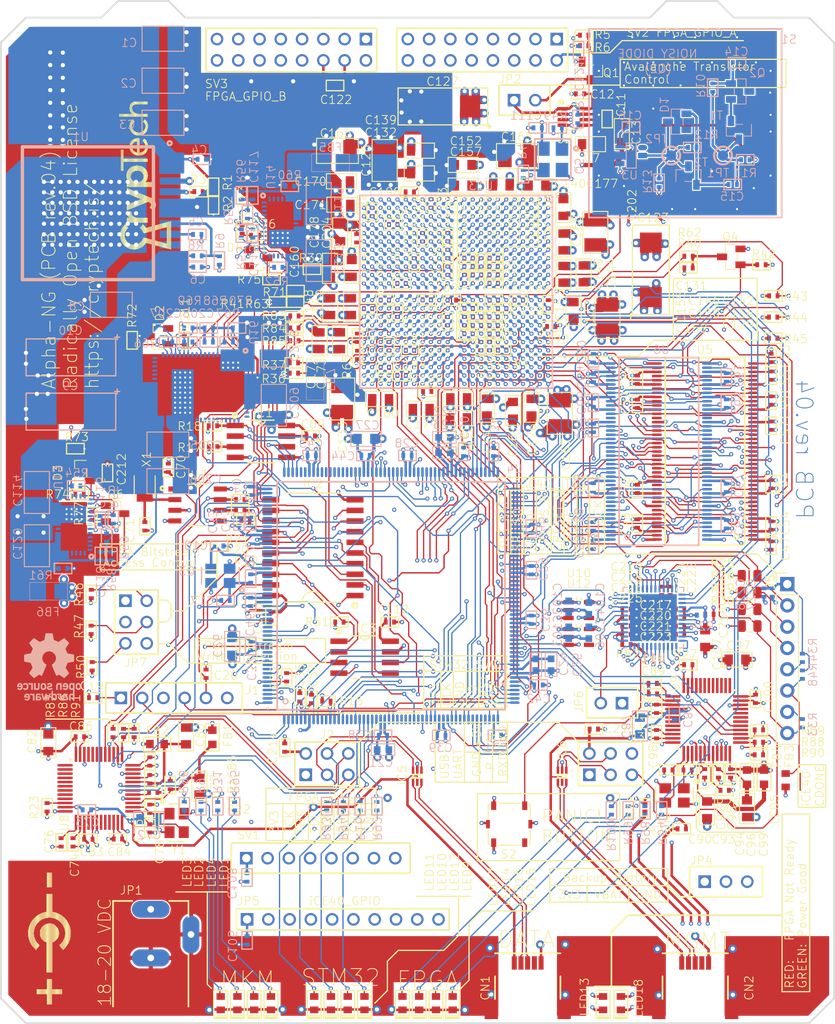
<source format=kicad_pcb>
(kicad_pcb (version 20171130) (host pcbnew "(5.1.6)-1")

  (general
    (thickness 1.6)
    (drawings 6594)
    (tracks 9263)
    (zones 0)
    (modules 403)
    (nets 619)
  )

  (page A4)
  (layers
    (0 F.Cu signal hide)
    (1 In1.Cu power hide)
    (2 In2.Cu mixed hide)
    (3 In3.Cu power hide)
    (4 In4.Cu power hide)
    (5 In5.Cu mixed hide)
    (6 In6.Cu power hide)
    (31 B.Cu signal)
    (32 B.Adhes user hide)
    (33 F.Adhes user hide)
    (34 B.Paste user hide)
    (35 F.Paste user hide)
    (36 B.SilkS user)
    (37 F.SilkS user hide)
    (38 B.Mask user hide)
    (39 F.Mask user hide)
    (40 Dwgs.User user hide)
    (41 Cmts.User user hide)
    (42 Eco1.User user hide)
    (43 Eco2.User user hide)
    (44 Edge.Cuts user)
    (45 Margin user hide)
    (46 B.CrtYd user hide)
    (47 F.CrtYd user hide)
    (48 B.Fab user hide)
    (49 F.Fab user hide)
  )

  (setup
    (last_trace_width 0.254)
    (user_trace_width 0.15)
    (user_trace_width 0.164)
    (user_trace_width 0.2)
    (user_trace_width 0.3)
    (user_trace_width 0.5)
    (trace_clearance 0.125)
    (zone_clearance 0.127)
    (zone_45_only no)
    (trace_min 0.15)
    (via_size 0.889)
    (via_drill 0.25)
    (via_min_size 0.25)
    (via_min_drill 0.25)
    (user_via 0.5 0.25)
    (uvia_size 0.508)
    (uvia_drill 0.127)
    (uvias_allowed no)
    (uvia_min_size 0.25)
    (uvia_min_drill 0.127)
    (edge_width 0.1)
    (segment_width 0.2)
    (pcb_text_width 0.3)
    (pcb_text_size 1.5 1.5)
    (mod_edge_width 0.15)
    (mod_text_size 1 1)
    (mod_text_width 0.15)
    (pad_size 1.5 1.5)
    (pad_drill 1)
    (pad_to_mask_clearance 0)
    (aux_axis_origin 0 0)
    (visible_elements 7EF7DF77)
    (pcbplotparams
      (layerselection 0x010fc_ffffffff)
      (usegerberextensions false)
      (usegerberattributes false)
      (usegerberadvancedattributes false)
      (creategerberjobfile false)
      (excludeedgelayer true)
      (linewidth 0.100000)
      (plotframeref false)
      (viasonmask false)
      (mode 1)
      (useauxorigin false)
      (hpglpennumber 1)
      (hpglpenspeed 20)
      (hpglpendiameter 15.000000)
      (psnegative false)
      (psa4output false)
      (plotreference false)
      (plotvalue false)
      (plotinvisibletext false)
      (padsonsilk false)
      (subtractmaskfromsilk false)
      (outputformat 1)
      (mirror false)
      (drillshape 0)
      (scaleselection 1)
      (outputdirectory "D:/DATA/YandexDisk/DEV/CrypTech/git/user/shatov/alpha_rev04/KiCAD/GerberOutput/"))
  )

  (net 0 "")
  (net 1 3V3_BATT)
  (net 2 15V_STABLE)
  (net 3 GND)
  (net 4 "Net-(C15-Pad2)")
  (net 5 ARM_FPGA_CFG_CS_N)
  (net 6 ARM_FPGA_CFG_MISO)
  (net 7 ARM_FPGA_CFG_MOSI)
  (net 8 ARM_FPGA_CFG_SCLK)
  (net 9 ARM_LED1)
  (net 10 ARM_LED2)
  (net 11 ARM_LED3)
  (net 12 ARM_LED4)
  (net 13 DIGITIZED_NOISE)
  (net 14 FMC_A0)
  (net 15 FMC_A1)
  (net 16 FMC_A2)
  (net 17 FMC_A3)
  (net 18 FMC_A4)
  (net 19 FMC_A5)
  (net 20 FMC_A6)
  (net 21 FMC_A7)
  (net 22 FMC_A8)
  (net 23 FMC_A9)
  (net 24 FMC_A10)
  (net 25 FMC_A11)
  (net 26 FMC_A12)
  (net 27 FMC_A13)
  (net 28 FMC_A14)
  (net 29 FMC_A15)
  (net 30 FMC_A16)
  (net 31 FMC_A17)
  (net 32 FMC_A18)
  (net 33 FMC_A19)
  (net 34 FMC_A20)
  (net 35 FMC_A21)
  (net 36 FMC_A22)
  (net 37 FMC_A23)
  (net 38 FMC_A24)
  (net 39 FMC_A25)
  (net 40 FMC_CLK)
  (net 41 FMC_D0)
  (net 42 FMC_D1)
  (net 43 FMC_D2)
  (net 44 FMC_D3)
  (net 45 FMC_D4)
  (net 46 FMC_D5)
  (net 47 FMC_D6)
  (net 48 FMC_D7)
  (net 49 FMC_D8)
  (net 50 FMC_D9)
  (net 51 FMC_D10)
  (net 52 FMC_D11)
  (net 53 FMC_D12)
  (net 54 FMC_D13)
  (net 55 FMC_D14)
  (net 56 FMC_D15)
  (net 57 FMC_D16)
  (net 58 FMC_D17)
  (net 59 FMC_D18)
  (net 60 FMC_D19)
  (net 61 FMC_D20)
  (net 62 FMC_D21)
  (net 63 FMC_D22)
  (net 64 FMC_D23)
  (net 65 FMC_D24)
  (net 66 FMC_D25)
  (net 67 FMC_D26)
  (net 68 FMC_D27)
  (net 69 FMC_D28)
  (net 70 FMC_D29)
  (net 71 FMC_D30)
  (net 72 FMC_D31)
  (net 73 FMC_NBL0)
  (net 74 FMC_NBL1)
  (net 75 FMC_NBL2)
  (net 76 FMC_NBL3)
  (net 77 FMC_NE1)
  (net 78 FMC_NL)
  (net 79 FMC_NOE)
  (net 80 FMC_NWAIT)
  (net 81 FMC_NWE)
  (net 82 FMC_SDCKE0)
  (net 83 FMC_SDCKE1)
  (net 84 FMC_SDCLK)
  (net 85 FMC_SDNCAS)
  (net 86 FMC_SDNE0)
  (net 87 FMC_SDNE1)
  (net 88 FMC_SDNRAS)
  (net 89 FMC_SDNWE)
  (net 90 FPGA_CFG_CS_N)
  (net 91 FPGA_CFG_CTRL_ARM_ENA)
  (net 92 FPGA_CFG_CTRL_FPGA_DIS)
  (net 93 FPGA_CFG_MISO)
  (net 94 FPGA_CFG_MOSI)
  (net 95 FPGA_CFG_SCLK)
  (net 96 FPGA_DONE)
  (net 97 FPGA_ENTROPY_DISABLE)
  (net 98 FPGA_GCLK)
  (net 99 FPGA_GPIO_A_0)
  (net 100 FPGA_GPIO_A_1)
  (net 101 FPGA_GPIO_A_2)
  (net 102 FPGA_GPIO_A_3)
  (net 103 FPGA_GPIO_A_4)
  (net 104 FPGA_GPIO_A_5)
  (net 105 FPGA_GPIO_A_6)
  (net 106 FPGA_GPIO_A_7)
  (net 107 FPGA_GPIO_B_0)
  (net 108 FPGA_GPIO_B_1)
  (net 109 FPGA_GPIO_B_2)
  (net 110 FPGA_GPIO_B_3)
  (net 111 FPGA_GPIO_B_4)
  (net 112 FPGA_GPIO_B_5)
  (net 113 FPGA_GPIO_B_6)
  (net 114 FPGA_GPIO_B_7)
  (net 115 FPGA_GPIO_LED_0)
  (net 116 FPGA_GPIO_LED_1)
  (net 117 FPGA_GPIO_LED_2)
  (net 118 FPGA_GPIO_LED_3)
  (net 119 FPGA_INIT_B)
  (net 120 FPGA_IRQ_N_0)
  (net 121 FPGA_IRQ_N_1)
  (net 122 FPGA_IRQ_N_2)
  (net 123 FPGA_IRQ_N_3)
  (net 124 FPGA_PROGRAM_B)
  (net 125 FPGA_VCCAUX_1V8)
  (net 126 FPGA_VCCINT_1V0)
  (net 127 FT_CTS)
  (net 128 FT_DTR)
  (net 129 FT_MGMT_CTS)
  (net 130 FT_MGMT_DTR)
  (net 131 FT_MGMT_RTS)
  (net 132 FT_MGMT_RXD)
  (net 133 FT_MGMT_TXD)
  (net 134 FT_MGMT_VCC3V3)
  (net 135 FT_MGMT_VPHY)
  (net 136 FT_MGMT_VPLL)
  (net 137 FT_MGMT_VREGIN)
  (net 138 FT_RTS)
  (net 139 FT_RXD)
  (net 140 FT_TXD)
  (net 141 FT_VCC3V3)
  (net 142 FT_VPHY)
  (net 143 FT_VPLL)
  (net 144 FT_VREGIN)
  (net 145 KSM_PROM_CS_N)
  (net 146 KSM_PROM_MISO)
  (net 147 KSM_PROM_MOSI)
  (net 148 KSM_PROM_SCLK)
  (net 149 "Net-(C5-Pad1)")
  (net 150 "Net-(C11-Pad1)")
  (net 151 "Net-(C12-Pad2)")
  (net 152 "Net-(C17-Pad2)")
  (net 153 "Net-(C70-Pad2)")
  (net 154 "Net-(C71-Pad2)")
  (net 155 "Net-(C75-Pad2)")
  (net 156 "Net-(C78-Pad2)")
  (net 157 "Net-(C90-Pad2)")
  (net 158 "Net-(C93-Pad2)")
  (net 159 "Net-(C115-Pad1)")
  (net 160 "Net-(C116-Pad1)")
  (net 161 "Net-(C117-Pad1)")
  (net 162 "Net-(C117-Pad2)")
  (net 163 "Net-(C118-Pad1)")
  (net 164 "Net-(C118-Pad2)")
  (net 165 "Net-(C207-Pad1)")
  (net 166 "Net-(C208-Pad1)")
  (net 167 "Net-(C208-Pad2)")
  (net 168 "Net-(IC1-Pad3)")
  (net 169 "Net-(JP2-Pad2)")
  (net 170 "Net-(LED1-Pad1)")
  (net 171 "Net-(LED2-Pad1)")
  (net 172 "Net-(LED3-Pad1)")
  (net 173 "Net-(LED4-Pad1)")
  (net 174 "Net-(LED9-Pad1)")
  (net 175 "Net-(LED10-Pad1)")
  (net 176 "Net-(LED11-Pad1)")
  (net 177 "Net-(LED12-Pad1)")
  (net 178 "Net-(LED13-Pad1)")
  (net 179 "Net-(LED14-Pad1)")
  (net 180 "Net-(LED15-Pad1)")
  (net 181 "Net-(LED16-Pad1)")
  (net 182 "Net-(LED17-Pad1)")
  (net 183 "Net-(LED18-Pad1)")
  (net 184 "Net-(LED18-Pad2)")
  (net 185 "Net-(Q1-Pad1)")
  (net 186 "Net-(Q5-Pad1)")
  (net 187 "Net-(Q5-Pad3)")
  (net 188 "Net-(R1-Pad1)")
  (net 189 "Net-(R3-Pad2)")
  (net 190 "Net-(R8-Pad1)")
  (net 191 "Net-(R32-Pad2)")
  (net 192 "Net-(R52-Pad1)")
  (net 193 "Net-(R53-Pad2)")
  (net 194 "Net-(R54-Pad1)")
  (net 195 "Net-(R55-Pad2)")
  (net 196 "Net-(R65-Pad1)")
  (net 197 "Net-(R66-Pad1)")
  (net 198 "Net-(R67-Pad1)")
  (net 199 POK_VCCAUX)
  (net 200 POK_VCCINT)
  (net 201 POK_VCCO)
  (net 202 PWR_18V)
  (net 203 PWR_ENA_VCCAUX)
  (net 204 PWR_ENA_VCCINT)
  (net 205 PWR_ENA_VCCO)
  (net 206 RTC_MFP)
  (net 207 RTC_SCL)
  (net 208 RTC_SDA)
  (net 209 VCC_5V0)
  (net 210 VCCO_3V3)
  (net 211 "/Entropy source/NOISE_IN")
  (net 212 "/Entropy source/RAW_NOISE")
  (net 213 "/STM32 configuration/OSC_OUT")
  (net 214 "/STM32 configuration/NRST")
  (net 215 "/STM32 power/VCAP1")
  (net 216 "/STM32 power/VCAP2")
  (net 217 "/User USB UART/FT_VCCORE")
  (net 218 "/User USB UART/FT_VCCA")
  (net 219 "/MGMT USB UART/FT_VCCORE1")
  (net 220 "/MGMT USB UART/FT_VCCA1")
  (net 221 "/User USB UART/D1_N")
  (net 222 "/User USB UART/D1_P")
  (net 223 "/MGMT USB UART/DM_N")
  (net 224 "/MGMT USB UART/DM_P")
  (net 225 "/Entropy source/AMPLIFIED")
  (net 226 "/Config memory/FPGA_PROM_CS_N")
  (net 227 "/Config memory/SPI_B_TRISTATE")
  (net 228 "/Config memory/FPGA_PROM_MISO")
  (net 229 "/Config memory/FPGA_PROM_SCLK")
  (net 230 "/Config memory/FPGA_PROM_MOSI")
  (net 231 "/Config memory/SPI_A_TRISTATE")
  (net 232 "/Config memory/FPGA_PROM_W_N")
  (net 233 "/User USB UART/USB_N")
  (net 234 "/User USB UART/USB_P")
  (net 235 "/MGMT USB UART/USB_MGMT_N")
  (net 236 "/MGMT USB UART/USB_MGMT_P")
  (net 237 "/STM32 configuration/SWDIO")
  (net 238 "/STM32 configuration/SWDCLK")
  (net 239 "/User USB UART/FT_RXD1")
  (net 240 "/User USB UART/FT_TXD1")
  (net 241 "/MGMT USB UART/FT_MGMT_RXD1")
  (net 242 "/MGMT USB UART/FT_MGMT_TXD1")
  (net 243 /Power/15V_LDO_ENABLE)
  (net 244 "/Config interface/FPGA_DONE_INT")
  (net 245 "/Entropy source/NOISE_OUT")
  (net 246 "/Config interface/FPGA_INIT_B_INT")
  (net 247 "/STM32 configuration/OSC_IN")
  (net 248 "/STM32 configuration/BOOT0")
  (net 249 "/User USB UART/FT_REF")
  (net 250 "/User USB UART/FT_RESET")
  (net 251 "/MGMT USB UART/FT_REF1")
  (net 252 "/MGMT USB UART/FT_RESET1")
  (net 253 "/Config interface/FPGA_M2")
  (net 254 "/Config interface/FPGA_M1")
  (net 255 "/Config interface/FPGA_M0")
  (net 256 "/Config interface/FPGA_JTAG_TDI")
  (net 257 "/Config interface/FPGA_JTAG_TMS")
  (net 258 "/Config interface/FPGA_JTAG_TCK")
  (net 259 "/Config interface/FPGA_INIT_B_INT1")
  (net 260 "/Config interface/FPGA_PROGRAM_B1")
  (net 261 "/Config interface/FPGA_CFG_SCLK1")
  (net 262 "/MKM interface/FPGA_CFG_MOSI1")
  (net 263 "/MKM interface/FPGA_CFG_MISO1")
  (net 264 "/MKM interface/FPGA_CFG_CS_N1")
  (net 265 "/Config interface/FPGA_JTAG_TDO")
  (net 266 "Net-(CN1-PadID)")
  (net 267 "Net-(CN2-PadID)")
  (net 268 "Net-(J1-Pad6)")
  (net 269 "Net-(Q2-Pad3)")
  (net 270 "Net-(S2-PadA1)")
  (net 271 "Net-(U1-Pad9)")
  (net 272 "Net-(U3-Pad1)")
  (net 273 "Net-(U4-Pad199)")
  (net 274 "Net-(U4-Pad198)")
  (net 275 "Net-(U4-Pad193)")
  (net 276 "Net-(U4-Pad192)")
  (net 277 "Net-(U4-Pad186)")
  (net 278 "Net-(U4-Pad181)")
  (net 279 "Net-(U4-Pad180)")
  (net 280 "Net-(U4-Pad179)")
  (net 281 "Net-(U4-Pad178)")
  (net 282 "Net-(U4-Pad176)")
  (net 283 "Net-(U4-Pad166)")
  (net 284 "Net-(U4-Pad160)")
  (net 285 "Net-(U4-Pad139)")
  (net 286 "Net-(U4-Pad138)")
  (net 287 "Net-(U4-Pad134)")
  (net 288 "Net-(U4-Pad133)")
  (net 289 "Net-(U4-Pad128)")
  (net 290 "Net-(U4-Pad127)")
  (net 291 "Net-(U4-Pad126)")
  (net 292 "Net-(U4-Pad121)")
  (net 293 "Net-(U4-Pad118)")
  (net 294 "Net-(U4-Pad95)")
  (net 295 "Net-(U4-Pad69)")
  (net 296 "Net-(U4-Pad68)")
  (net 297 "Net-(U4-Pad67)")
  (net 298 "Net-(U4-Pad66)")
  (net 299 "Net-(U4-Pad65)")
  (net 300 "Net-(U4-Pad64)")
  (net 301 "Net-(U4-Pad63)")
  (net 302 "Net-(U4-Pad62)")
  (net 303 "Net-(U4-Pad58)")
  (net 304 "Net-(U4-Pad57)")
  (net 305 "Net-(U4-Pad46)")
  (net 306 "Net-(U4-Pad36)")
  (net 307 "Net-(U4-Pad31)")
  (net 308 "Net-(U4-Pad30)")
  (net 309 "Net-(U4-Pad29)")
  (net 310 "Net-(U4-Pad28)")
  (net 311 "Net-(U4-Pad20)")
  (net 312 "Net-(U4-Pad19)")
  (net 313 "Net-(U4-Pad13)")
  (net 314 "Net-(U4-Pad10)")
  (net 315 "Net-(U4-Pad9)")
  (net 316 "Net-(U4-Pad7)")
  (net 317 "Net-(U8-Pad18)")
  (net 318 "Net-(U8-Pad19)")
  (net 319 "Net-(U8-Pad20)")
  (net 320 "Net-(U8-Pad21)")
  (net 321 "Net-(U8-Pad25)")
  (net 322 "Net-(U8-Pad26)")
  (net 323 "Net-(U8-Pad27)")
  (net 324 "Net-(U8-Pad28)")
  (net 325 "Net-(U8-Pad29)")
  (net 326 "Net-(U8-Pad30)")
  (net 327 "Net-(U8-Pad31)")
  (net 328 "Net-(U8-Pad32)")
  (net 329 "Net-(U8-Pad33)")
  (net 330 "Net-(U8-Pad43)")
  (net 331 "Net-(U8-Pad44)")
  (net 332 "Net-(U8-Pad45)")
  (net 333 "Net-(U9-Pad18)")
  (net 334 "Net-(U9-Pad19)")
  (net 335 "Net-(U9-Pad20)")
  (net 336 "Net-(U9-Pad21)")
  (net 337 "Net-(U9-Pad25)")
  (net 338 "Net-(U9-Pad26)")
  (net 339 "Net-(U9-Pad27)")
  (net 340 "Net-(U9-Pad28)")
  (net 341 "Net-(U9-Pad29)")
  (net 342 "Net-(U9-Pad30)")
  (net 343 "Net-(U9-Pad31)")
  (net 344 "Net-(U9-Pad32)")
  (net 345 "Net-(U9-Pad33)")
  (net 346 "Net-(U9-Pad43)")
  (net 347 "Net-(U9-Pad44)")
  (net 348 "Net-(U9-Pad45)")
  (net 349 "Net-(U11-Pad28)")
  (net 350 "Net-(U11-Pad13)")
  (net 351 "Net-(U11-Pad6)")
  (net 352 "Net-(U13-PadAA18)")
  (net 353 "Net-(U13-PadAA10)")
  (net 354 "Net-(U13-PadY19)")
  (net 355 "Net-(U13-PadY9)")
  (net 356 "Net-(U13-PadY8)")
  (net 357 "Net-(U13-PadY2)")
  (net 358 "Net-(U13-PadW21)")
  (net 359 "Net-(U13-PadW15)")
  (net 360 "Net-(U13-PadW9)")
  (net 361 "Net-(U13-PadW7)")
  (net 362 "Net-(U13-PadW6)")
  (net 363 "Net-(U13-PadW5)")
  (net 364 "Net-(U13-PadW4)")
  (net 365 "Net-(U13-PadV22)")
  (net 366 "Net-(U13-PadV19)")
  (net 367 "Net-(U13-PadV17)")
  (net 368 "Net-(U13-PadV15)")
  (net 369 "Net-(U13-PadV14)")
  (net 370 "Net-(U13-PadV13)")
  (net 371 "Net-(U13-PadV10)")
  (net 372 "Net-(U13-PadV9)")
  (net 373 "Net-(U13-PadV8)")
  (net 374 "Net-(U13-PadV7)")
  (net 375 "Net-(U13-PadU21)")
  (net 376 "Net-(U13-PadU18)")
  (net 377 "Net-(U13-PadU17)")
  (net 378 "Net-(U13-PadU16)")
  (net 379 "Net-(U13-PadU15)")
  (net 380 "Net-(U13-PadU7)")
  (net 381 "Net-(U13-PadU6)")
  (net 382 "Net-(U13-PadU5)")
  (net 383 "Net-(U13-PadT21)")
  (net 384 "Net-(U13-PadT20)")
  (net 385 "Net-(U13-PadT18)")
  (net 386 "Net-(U13-PadT16)")
  (net 387 "Net-(U13-PadT15)")
  (net 388 "Net-(U13-PadT14)")
  (net 389 "Net-(U13-PadT6)")
  (net 390 "Net-(U13-PadT5)")
  (net 391 "Net-(U13-PadT4)")
  (net 392 "Net-(U13-PadT3)")
  (net 393 "Net-(U13-PadR19)")
  (net 394 "Net-(U13-PadR18)")
  (net 395 "Net-(U13-PadR17)")
  (net 396 "Net-(U13-PadR16)")
  (net 397 "Net-(U13-PadR14)")
  (net 398 "Net-(U13-PadR6)")
  (net 399 "Net-(U13-PadR3)")
  (net 400 "Net-(U13-PadR2)")
  (net 401 "Net-(U13-PadR1)")
  (net 402 "Net-(U13-PadP20)")
  (net 403 "Net-(U13-PadP19)")
  (net 404 "Net-(U13-PadP17)")
  (net 405 "Net-(U13-PadP16)")
  (net 406 "Net-(U13-PadP15)")
  (net 407 "Net-(U13-PadP14)")
  (net 408 "Net-(U13-PadP6)")
  (net 409 "Net-(U13-PadP5)")
  (net 410 "Net-(U13-PadP4)")
  (net 411 "Net-(U13-PadP2)")
  (net 412 "Net-(U13-PadP1)")
  (net 413 "Net-(U13-PadN22)")
  (net 414 "Net-(U13-PadN20)")
  (net 415 "Net-(U13-PadN19)")
  (net 416 "Net-(U13-PadN18)")
  (net 417 "Net-(U13-PadN17)")
  (net 418 "Net-(U13-PadN14)")
  (net 419 "Net-(U13-PadN13)")
  (net 420 "Net-(U13-PadN5)")
  (net 421 "Net-(U13-PadN4)")
  (net 422 "Net-(U13-PadN3)")
  (net 423 "Net-(U13-PadN2)")
  (net 424 "Net-(U13-PadM22)")
  (net 425 "Net-(U13-PadM21)")
  (net 426 "Net-(U13-PadM20)")
  (net 427 "Net-(U13-PadM18)")
  (net 428 "Net-(U13-PadM17)")
  (net 429 "Net-(U13-PadM16)")
  (net 430 "Net-(U13-PadM15)")
  (net 431 "Net-(U13-PadM13)")
  (net 432 "Net-(U13-PadM9)")
  (net 433 "Net-(U13-PadM6)")
  (net 434 "Net-(U13-PadM5)")
  (net 435 "Net-(U13-PadM3)")
  (net 436 "Net-(U13-PadM2)")
  (net 437 "Net-(U13-PadM1)")
  (net 438 "Net-(U13-PadL21)")
  (net 439 "Net-(U13-PadL20)")
  (net 440 "Net-(U13-PadL19)")
  (net 441 "Net-(U13-PadL18)")
  (net 442 "Net-(U13-PadL16)")
  (net 443 "Net-(U13-PadL15)")
  (net 444 "Net-(U13-PadL14)")
  (net 445 "Net-(U13-PadL13)")
  (net 446 "Net-(U13-PadL10)")
  (net 447 "Net-(U13-PadL6)")
  (net 448 "Net-(U13-PadL5)")
  (net 449 "Net-(U13-PadL4)")
  (net 450 "Net-(U13-PadL3)")
  (net 451 "Net-(U13-PadL1)")
  (net 452 "Net-(U13-PadK22)")
  (net 453 "Net-(U13-PadK21)")
  (net 454 "Net-(U13-PadK19)")
  (net 455 "Net-(U13-PadK18)")
  (net 456 "Net-(U13-PadK17)")
  (net 457 "Net-(U13-PadK16)")
  (net 458 "Net-(U13-PadK14)")
  (net 459 "Net-(U13-PadK13)")
  (net 460 "Net-(U13-PadK6)")
  (net 461 "Net-(U13-PadK4)")
  (net 462 "Net-(U13-PadK3)")
  (net 463 "Net-(U13-PadK2)")
  (net 464 "Net-(U13-PadK1)")
  (net 465 "Net-(U13-PadJ22)")
  (net 466 "Net-(U13-PadJ21)")
  (net 467 "Net-(U13-PadJ20)")
  (net 468 "Net-(U13-PadJ19)")
  (net 469 "Net-(U13-PadJ17)")
  (net 470 "Net-(U13-PadJ16)")
  (net 471 "Net-(U13-PadJ15)")
  (net 472 "Net-(U13-PadJ14)")
  (net 473 "Net-(U13-PadJ6)")
  (net 474 "Net-(U13-PadJ5)")
  (net 475 "Net-(U13-PadJ4)")
  (net 476 "Net-(U13-PadJ2)")
  (net 477 "Net-(U13-PadJ1)")
  (net 478 "Net-(U13-PadH22)")
  (net 479 "Net-(U13-PadH20)")
  (net 480 "Net-(U13-PadH19)")
  (net 481 "Net-(U13-PadH18)")
  (net 482 "Net-(U13-PadH17)")
  (net 483 "Net-(U13-PadH15)")
  (net 484 "Net-(U13-PadH14)")
  (net 485 "Net-(U13-PadH13)")
  (net 486 "Net-(U13-PadH5)")
  (net 487 "Net-(U13-PadH4)")
  (net 488 "Net-(U13-PadH3)")
  (net 489 "Net-(U13-PadH2)")
  (net 490 "Net-(U13-PadG22)")
  (net 491 "Net-(U13-PadG21)")
  (net 492 "Net-(U13-PadG20)")
  (net 493 "Net-(U13-PadG18)")
  (net 494 "Net-(U13-PadG17)")
  (net 495 "Net-(U13-PadG16)")
  (net 496 "Net-(U13-PadG15)")
  (net 497 "Net-(U13-PadG13)")
  (net 498 "Net-(U13-PadG4)")
  (net 499 "Net-(U13-PadG3)")
  (net 500 "Net-(U13-PadG2)")
  (net 501 "Net-(U13-PadG1)")
  (net 502 "Net-(U13-PadF21)")
  (net 503 "Net-(U13-PadF20)")
  (net 504 "Net-(U13-PadF19)")
  (net 505 "Net-(U13-PadF15)")
  (net 506 "Net-(U13-PadF13)")
  (net 507 "Net-(U13-PadF10)")
  (net 508 "Net-(U13-PadF9)")
  (net 509 "Net-(U13-PadF8)")
  (net 510 "Net-(U13-PadF7)")
  (net 511 "Net-(U13-PadF6)")
  (net 512 "Net-(U13-PadF4)")
  (net 513 "Net-(U13-PadF3)")
  (net 514 "Net-(U13-PadF1)")
  (net 515 "Net-(U13-PadE22)")
  (net 516 "Net-(U13-PadE21)")
  (net 517 "Net-(U13-PadE16)")
  (net 518 "Net-(U13-PadE10)")
  (net 519 "Net-(U13-PadE8)")
  (net 520 "Net-(U13-PadE6)")
  (net 521 "Net-(U13-PadE3)")
  (net 522 "Net-(U13-PadE2)")
  (net 523 "Net-(U13-PadE1)")
  (net 524 "Net-(U13-PadD22)")
  (net 525 "Net-(U13-PadD21)")
  (net 526 "Net-(U13-PadD20)")
  (net 527 "Net-(U13-PadD19)")
  (net 528 "Net-(U13-PadD16)")
  (net 529 "Net-(U13-PadD15)")
  (net 530 "Net-(U13-PadD11)")
  (net 531 "Net-(U13-PadD10)")
  (net 532 "Net-(U13-PadD9)")
  (net 533 "Net-(U13-PadD7)")
  (net 534 "Net-(U13-PadD6)")
  (net 535 "Net-(U13-PadD5)")
  (net 536 "Net-(U13-PadD2)")
  (net 537 "Net-(U13-PadD1)")
  (net 538 "Net-(U13-PadC19)")
  (net 539 "Net-(U13-PadC11)")
  (net 540 "Net-(U13-PadC9)")
  (net 541 "Net-(U13-PadC8)")
  (net 542 "Net-(U13-PadC7)")
  (net 543 "Net-(U13-PadC5)")
  (net 544 "Net-(U13-PadC4)")
  (net 545 "Net-(U13-PadC2)")
  (net 546 "Net-(U13-PadB22)")
  (net 547 "Net-(U13-PadB21)")
  (net 548 "Net-(U13-PadB11)")
  (net 549 "Net-(U13-PadB10)")
  (net 550 "Net-(U13-PadB9)")
  (net 551 "Net-(U13-PadB8)")
  (net 552 "Net-(U13-PadB7)")
  (net 553 "Net-(U13-PadB6)")
  (net 554 "Net-(U13-PadB5)")
  (net 555 "Net-(U13-PadB4)")
  (net 556 "Net-(U13-PadB2)")
  (net 557 "Net-(U13-PadB1)")
  (net 558 "Net-(U13-PadA10)")
  (net 559 "Net-(U13-PadA8)")
  (net 560 "Net-(U13-PadA6)")
  (net 561 "Net-(U13-PadA4)")
  (net 562 "Net-(U13-PadA1)")
  (net 563 "Net-(U16-Pad48)")
  (net 564 "Net-(U16-Pad49)")
  (net 565 "Net-(U16-Pad50)")
  (net 566 "Net-(U16-Pad57)")
  (net 567 "Net-(U16-Pad58)")
  (net 568 "Net-(U16-Pad60)")
  (net 569 "Net-(U16-Pad61)")
  (net 570 "Net-(U16-Pad62)")
  (net 571 "Net-(U11-Pad4)")
  (net 572 "/Master Key Memory/MKM_VCC")
  (net 573 "/Master Key Memory/MKM_VPP")
  (net 574 "/Master Key Memory/MKM_VCC_PLL")
  (net 575 "Net-(U10-Pad4)")
  (net 576 "Net-(U12-Pad4)")
  (net 577 ARM_SPI3_MOSI)
  (net 578 ARM_SPI3_MISO)
  (net 579 ARM_SPI3_SCK)
  (net 580 ARM_SPI3_CS_N)
  (net 581 "/Master Key Memory/ICE40_SPI_SI")
  (net 582 "/Master Key Memory/ICE40_SPI_SS")
  (net 583 "/Master Key Memory/ICE40_SPI_SCK")
  (net 584 "/Master Key Memory/ICE40_SPI_SO")
  (net 585 ICE40_CDONE)
  (net 586 ICE40_CRESET)
  (net 587 ICE40_GPIO_ARM_0)
  (net 588 ICE40_GPIO_ARM_1)
  (net 589 ICE40_GPIO_ARM_2)
  (net 590 ICE40_GPIO_ARM_3)
  (net 591 ICE40_GPIO_FPGA_0)
  (net 592 ICE40_GPIO_FPGA_1)
  (net 593 ICE40_GPIO_FPGA_3)
  (net 594 ICE40_GPIO_FPGA_2)
  (net 595 ICE40_JUMPER)
  (net 596 ICE40_GPIO_1)
  (net 597 ICE40_GPIO_7)
  (net 598 ICE40_GPIO_6)
  (net 599 ICE40_GPIO_5)
  (net 600 ICE40_GPIO_4)
  (net 601 ICE40_GPIO_3)
  (net 602 ICE40_GPIO_2)
  (net 603 ICE40_GPIO_0)
  (net 604 ICE40_LED3)
  (net 605 ICE40_PANIC)
  (net 606 ICE40_LED2)
  (net 607 ICE40_LED1)
  (net 608 ICE40_LED4)
  (net 609 ICE40_FPGA_MISO)
  (net 610 ICE40_FPGA_CS_N)
  (net 611 ICE40_FPGA_MOSI)
  (net 612 ICE40_FPGA_SCK)
  (net 613 "Net-(U13-PadB20)")
  (net 614 ICE40_GPIO_FPGA_7)
  (net 615 ICE40_GPIO_FPGA_5)
  (net 616 ICE40_GPIO_FPGA_6)
  (net 617 ICE40_GPIO_FPGA_4)
  (net 618 "Net-(U11-Pad2)")

  (net_class Default "This is the default net class."
    (clearance 0.125)
    (trace_width 0.254)
    (via_dia 0.889)
    (via_drill 0.25)
    (uvia_dia 0.508)
    (uvia_drill 0.127)
    (add_net "/Config interface/FPGA_CFG_SCLK1")
    (add_net "/Config interface/FPGA_DONE_INT")
    (add_net "/Config interface/FPGA_INIT_B_INT")
    (add_net "/Config interface/FPGA_INIT_B_INT1")
    (add_net "/Config interface/FPGA_JTAG_TCK")
    (add_net "/Config interface/FPGA_JTAG_TDI")
    (add_net "/Config interface/FPGA_JTAG_TDO")
    (add_net "/Config interface/FPGA_JTAG_TMS")
    (add_net "/Config interface/FPGA_M0")
    (add_net "/Config interface/FPGA_M1")
    (add_net "/Config interface/FPGA_M2")
    (add_net "/Config interface/FPGA_PROGRAM_B1")
    (add_net "/Config memory/FPGA_PROM_CS_N")
    (add_net "/Config memory/FPGA_PROM_MISO")
    (add_net "/Config memory/FPGA_PROM_MOSI")
    (add_net "/Config memory/FPGA_PROM_SCLK")
    (add_net "/Config memory/FPGA_PROM_W_N")
    (add_net "/Config memory/SPI_A_TRISTATE")
    (add_net "/Config memory/SPI_B_TRISTATE")
    (add_net "/Entropy source/AMPLIFIED")
    (add_net "/Entropy source/NOISE_IN")
    (add_net "/Entropy source/NOISE_OUT")
    (add_net "/Entropy source/RAW_NOISE")
    (add_net "/MGMT USB UART/DM_N")
    (add_net "/MGMT USB UART/DM_P")
    (add_net "/MGMT USB UART/FT_MGMT_RXD1")
    (add_net "/MGMT USB UART/FT_MGMT_TXD1")
    (add_net "/MGMT USB UART/FT_REF1")
    (add_net "/MGMT USB UART/FT_RESET1")
    (add_net "/MGMT USB UART/FT_VCCA1")
    (add_net "/MGMT USB UART/FT_VCCORE1")
    (add_net "/MGMT USB UART/USB_MGMT_N")
    (add_net "/MGMT USB UART/USB_MGMT_P")
    (add_net "/MKM interface/FPGA_CFG_CS_N1")
    (add_net "/MKM interface/FPGA_CFG_MISO1")
    (add_net "/MKM interface/FPGA_CFG_MOSI1")
    (add_net "/Master Key Memory/ICE40_SPI_SCK")
    (add_net "/Master Key Memory/ICE40_SPI_SI")
    (add_net "/Master Key Memory/ICE40_SPI_SO")
    (add_net "/Master Key Memory/ICE40_SPI_SS")
    (add_net "/Master Key Memory/MKM_VCC")
    (add_net "/Master Key Memory/MKM_VCC_PLL")
    (add_net "/Master Key Memory/MKM_VPP")
    (add_net /Power/15V_LDO_ENABLE)
    (add_net "/STM32 configuration/BOOT0")
    (add_net "/STM32 configuration/NRST")
    (add_net "/STM32 configuration/OSC_IN")
    (add_net "/STM32 configuration/OSC_OUT")
    (add_net "/STM32 configuration/SWDCLK")
    (add_net "/STM32 configuration/SWDIO")
    (add_net "/STM32 power/VCAP1")
    (add_net "/STM32 power/VCAP2")
    (add_net "/User USB UART/D1_N")
    (add_net "/User USB UART/D1_P")
    (add_net "/User USB UART/FT_REF")
    (add_net "/User USB UART/FT_RESET")
    (add_net "/User USB UART/FT_RXD1")
    (add_net "/User USB UART/FT_TXD1")
    (add_net "/User USB UART/FT_VCCA")
    (add_net "/User USB UART/FT_VCCORE")
    (add_net "/User USB UART/USB_N")
    (add_net "/User USB UART/USB_P")
    (add_net 15V_STABLE)
    (add_net 3V3_BATT)
    (add_net ARM_FPGA_CFG_CS_N)
    (add_net ARM_FPGA_CFG_MISO)
    (add_net ARM_FPGA_CFG_MOSI)
    (add_net ARM_FPGA_CFG_SCLK)
    (add_net ARM_LED1)
    (add_net ARM_LED2)
    (add_net ARM_LED3)
    (add_net ARM_LED4)
    (add_net ARM_SPI3_CS_N)
    (add_net ARM_SPI3_MISO)
    (add_net ARM_SPI3_MOSI)
    (add_net ARM_SPI3_SCK)
    (add_net DIGITIZED_NOISE)
    (add_net FPGA_CFG_CS_N)
    (add_net FPGA_CFG_CTRL_ARM_ENA)
    (add_net FPGA_CFG_CTRL_FPGA_DIS)
    (add_net FPGA_CFG_MISO)
    (add_net FPGA_CFG_MOSI)
    (add_net FPGA_CFG_SCLK)
    (add_net FPGA_DONE)
    (add_net FPGA_ENTROPY_DISABLE)
    (add_net FPGA_GCLK)
    (add_net FPGA_GPIO_LED_0)
    (add_net FPGA_GPIO_LED_1)
    (add_net FPGA_GPIO_LED_2)
    (add_net FPGA_GPIO_LED_3)
    (add_net FPGA_INIT_B)
    (add_net FPGA_IRQ_N_0)
    (add_net FPGA_IRQ_N_1)
    (add_net FPGA_IRQ_N_2)
    (add_net FPGA_IRQ_N_3)
    (add_net FPGA_PROGRAM_B)
    (add_net FPGA_VCCAUX_1V8)
    (add_net FPGA_VCCINT_1V0)
    (add_net FT_CTS)
    (add_net FT_DTR)
    (add_net FT_MGMT_CTS)
    (add_net FT_MGMT_DTR)
    (add_net FT_MGMT_RTS)
    (add_net FT_MGMT_RXD)
    (add_net FT_MGMT_TXD)
    (add_net FT_MGMT_VCC3V3)
    (add_net FT_MGMT_VPHY)
    (add_net FT_MGMT_VPLL)
    (add_net FT_MGMT_VREGIN)
    (add_net FT_RTS)
    (add_net FT_RXD)
    (add_net FT_TXD)
    (add_net FT_VCC3V3)
    (add_net FT_VPHY)
    (add_net FT_VPLL)
    (add_net FT_VREGIN)
    (add_net GND)
    (add_net ICE40_CDONE)
    (add_net ICE40_CRESET)
    (add_net ICE40_FPGA_CS_N)
    (add_net ICE40_FPGA_MISO)
    (add_net ICE40_FPGA_MOSI)
    (add_net ICE40_FPGA_SCK)
    (add_net ICE40_GPIO_0)
    (add_net ICE40_GPIO_1)
    (add_net ICE40_GPIO_2)
    (add_net ICE40_GPIO_3)
    (add_net ICE40_GPIO_4)
    (add_net ICE40_GPIO_5)
    (add_net ICE40_GPIO_6)
    (add_net ICE40_GPIO_7)
    (add_net ICE40_GPIO_ARM_0)
    (add_net ICE40_GPIO_ARM_1)
    (add_net ICE40_GPIO_ARM_2)
    (add_net ICE40_GPIO_ARM_3)
    (add_net ICE40_GPIO_FPGA_0)
    (add_net ICE40_GPIO_FPGA_1)
    (add_net ICE40_GPIO_FPGA_2)
    (add_net ICE40_GPIO_FPGA_3)
    (add_net ICE40_GPIO_FPGA_4)
    (add_net ICE40_GPIO_FPGA_5)
    (add_net ICE40_GPIO_FPGA_6)
    (add_net ICE40_GPIO_FPGA_7)
    (add_net ICE40_JUMPER)
    (add_net ICE40_LED1)
    (add_net ICE40_LED2)
    (add_net ICE40_LED3)
    (add_net ICE40_LED4)
    (add_net ICE40_PANIC)
    (add_net KSM_PROM_CS_N)
    (add_net KSM_PROM_MISO)
    (add_net KSM_PROM_MOSI)
    (add_net KSM_PROM_SCLK)
    (add_net "Net-(C11-Pad1)")
    (add_net "Net-(C115-Pad1)")
    (add_net "Net-(C116-Pad1)")
    (add_net "Net-(C117-Pad1)")
    (add_net "Net-(C117-Pad2)")
    (add_net "Net-(C118-Pad1)")
    (add_net "Net-(C118-Pad2)")
    (add_net "Net-(C12-Pad2)")
    (add_net "Net-(C15-Pad2)")
    (add_net "Net-(C17-Pad2)")
    (add_net "Net-(C207-Pad1)")
    (add_net "Net-(C208-Pad1)")
    (add_net "Net-(C208-Pad2)")
    (add_net "Net-(C5-Pad1)")
    (add_net "Net-(C70-Pad2)")
    (add_net "Net-(C71-Pad2)")
    (add_net "Net-(C75-Pad2)")
    (add_net "Net-(C78-Pad2)")
    (add_net "Net-(C90-Pad2)")
    (add_net "Net-(C93-Pad2)")
    (add_net "Net-(CN1-PadID)")
    (add_net "Net-(CN2-PadID)")
    (add_net "Net-(IC1-Pad3)")
    (add_net "Net-(J1-Pad6)")
    (add_net "Net-(JP2-Pad2)")
    (add_net "Net-(LED1-Pad1)")
    (add_net "Net-(LED10-Pad1)")
    (add_net "Net-(LED11-Pad1)")
    (add_net "Net-(LED12-Pad1)")
    (add_net "Net-(LED13-Pad1)")
    (add_net "Net-(LED14-Pad1)")
    (add_net "Net-(LED15-Pad1)")
    (add_net "Net-(LED16-Pad1)")
    (add_net "Net-(LED17-Pad1)")
    (add_net "Net-(LED18-Pad1)")
    (add_net "Net-(LED18-Pad2)")
    (add_net "Net-(LED2-Pad1)")
    (add_net "Net-(LED3-Pad1)")
    (add_net "Net-(LED4-Pad1)")
    (add_net "Net-(LED9-Pad1)")
    (add_net "Net-(Q1-Pad1)")
    (add_net "Net-(Q2-Pad3)")
    (add_net "Net-(Q5-Pad1)")
    (add_net "Net-(Q5-Pad3)")
    (add_net "Net-(R1-Pad1)")
    (add_net "Net-(R3-Pad2)")
    (add_net "Net-(R32-Pad2)")
    (add_net "Net-(R52-Pad1)")
    (add_net "Net-(R53-Pad2)")
    (add_net "Net-(R54-Pad1)")
    (add_net "Net-(R55-Pad2)")
    (add_net "Net-(R65-Pad1)")
    (add_net "Net-(R66-Pad1)")
    (add_net "Net-(R67-Pad1)")
    (add_net "Net-(R8-Pad1)")
    (add_net "Net-(S2-PadA1)")
    (add_net "Net-(U1-Pad9)")
    (add_net "Net-(U10-Pad4)")
    (add_net "Net-(U11-Pad13)")
    (add_net "Net-(U11-Pad2)")
    (add_net "Net-(U11-Pad28)")
    (add_net "Net-(U11-Pad4)")
    (add_net "Net-(U11-Pad6)")
    (add_net "Net-(U12-Pad4)")
    (add_net "Net-(U13-PadA1)")
    (add_net "Net-(U13-PadA10)")
    (add_net "Net-(U13-PadA4)")
    (add_net "Net-(U13-PadA6)")
    (add_net "Net-(U13-PadA8)")
    (add_net "Net-(U13-PadAA10)")
    (add_net "Net-(U13-PadAA18)")
    (add_net "Net-(U13-PadB1)")
    (add_net "Net-(U13-PadB10)")
    (add_net "Net-(U13-PadB11)")
    (add_net "Net-(U13-PadB2)")
    (add_net "Net-(U13-PadB20)")
    (add_net "Net-(U13-PadB21)")
    (add_net "Net-(U13-PadB22)")
    (add_net "Net-(U13-PadB4)")
    (add_net "Net-(U13-PadB5)")
    (add_net "Net-(U13-PadB6)")
    (add_net "Net-(U13-PadB7)")
    (add_net "Net-(U13-PadB8)")
    (add_net "Net-(U13-PadB9)")
    (add_net "Net-(U13-PadC11)")
    (add_net "Net-(U13-PadC19)")
    (add_net "Net-(U13-PadC2)")
    (add_net "Net-(U13-PadC4)")
    (add_net "Net-(U13-PadC5)")
    (add_net "Net-(U13-PadC7)")
    (add_net "Net-(U13-PadC8)")
    (add_net "Net-(U13-PadC9)")
    (add_net "Net-(U13-PadD1)")
    (add_net "Net-(U13-PadD10)")
    (add_net "Net-(U13-PadD11)")
    (add_net "Net-(U13-PadD15)")
    (add_net "Net-(U13-PadD16)")
    (add_net "Net-(U13-PadD19)")
    (add_net "Net-(U13-PadD2)")
    (add_net "Net-(U13-PadD20)")
    (add_net "Net-(U13-PadD21)")
    (add_net "Net-(U13-PadD22)")
    (add_net "Net-(U13-PadD5)")
    (add_net "Net-(U13-PadD6)")
    (add_net "Net-(U13-PadD7)")
    (add_net "Net-(U13-PadD9)")
    (add_net "Net-(U13-PadE1)")
    (add_net "Net-(U13-PadE10)")
    (add_net "Net-(U13-PadE16)")
    (add_net "Net-(U13-PadE2)")
    (add_net "Net-(U13-PadE21)")
    (add_net "Net-(U13-PadE22)")
    (add_net "Net-(U13-PadE3)")
    (add_net "Net-(U13-PadE6)")
    (add_net "Net-(U13-PadE8)")
    (add_net "Net-(U13-PadF1)")
    (add_net "Net-(U13-PadF10)")
    (add_net "Net-(U13-PadF13)")
    (add_net "Net-(U13-PadF15)")
    (add_net "Net-(U13-PadF19)")
    (add_net "Net-(U13-PadF20)")
    (add_net "Net-(U13-PadF21)")
    (add_net "Net-(U13-PadF3)")
    (add_net "Net-(U13-PadF4)")
    (add_net "Net-(U13-PadF6)")
    (add_net "Net-(U13-PadF7)")
    (add_net "Net-(U13-PadF8)")
    (add_net "Net-(U13-PadF9)")
    (add_net "Net-(U13-PadG1)")
    (add_net "Net-(U13-PadG13)")
    (add_net "Net-(U13-PadG15)")
    (add_net "Net-(U13-PadG16)")
    (add_net "Net-(U13-PadG17)")
    (add_net "Net-(U13-PadG18)")
    (add_net "Net-(U13-PadG2)")
    (add_net "Net-(U13-PadG20)")
    (add_net "Net-(U13-PadG21)")
    (add_net "Net-(U13-PadG22)")
    (add_net "Net-(U13-PadG3)")
    (add_net "Net-(U13-PadG4)")
    (add_net "Net-(U13-PadH13)")
    (add_net "Net-(U13-PadH14)")
    (add_net "Net-(U13-PadH15)")
    (add_net "Net-(U13-PadH17)")
    (add_net "Net-(U13-PadH18)")
    (add_net "Net-(U13-PadH19)")
    (add_net "Net-(U13-PadH2)")
    (add_net "Net-(U13-PadH20)")
    (add_net "Net-(U13-PadH22)")
    (add_net "Net-(U13-PadH3)")
    (add_net "Net-(U13-PadH4)")
    (add_net "Net-(U13-PadH5)")
    (add_net "Net-(U13-PadJ1)")
    (add_net "Net-(U13-PadJ14)")
    (add_net "Net-(U13-PadJ15)")
    (add_net "Net-(U13-PadJ16)")
    (add_net "Net-(U13-PadJ17)")
    (add_net "Net-(U13-PadJ19)")
    (add_net "Net-(U13-PadJ2)")
    (add_net "Net-(U13-PadJ20)")
    (add_net "Net-(U13-PadJ21)")
    (add_net "Net-(U13-PadJ22)")
    (add_net "Net-(U13-PadJ4)")
    (add_net "Net-(U13-PadJ5)")
    (add_net "Net-(U13-PadJ6)")
    (add_net "Net-(U13-PadK1)")
    (add_net "Net-(U13-PadK13)")
    (add_net "Net-(U13-PadK14)")
    (add_net "Net-(U13-PadK16)")
    (add_net "Net-(U13-PadK17)")
    (add_net "Net-(U13-PadK18)")
    (add_net "Net-(U13-PadK19)")
    (add_net "Net-(U13-PadK2)")
    (add_net "Net-(U13-PadK21)")
    (add_net "Net-(U13-PadK22)")
    (add_net "Net-(U13-PadK3)")
    (add_net "Net-(U13-PadK4)")
    (add_net "Net-(U13-PadK6)")
    (add_net "Net-(U13-PadL1)")
    (add_net "Net-(U13-PadL10)")
    (add_net "Net-(U13-PadL13)")
    (add_net "Net-(U13-PadL14)")
    (add_net "Net-(U13-PadL15)")
    (add_net "Net-(U13-PadL16)")
    (add_net "Net-(U13-PadL18)")
    (add_net "Net-(U13-PadL19)")
    (add_net "Net-(U13-PadL20)")
    (add_net "Net-(U13-PadL21)")
    (add_net "Net-(U13-PadL3)")
    (add_net "Net-(U13-PadL4)")
    (add_net "Net-(U13-PadL5)")
    (add_net "Net-(U13-PadL6)")
    (add_net "Net-(U13-PadM1)")
    (add_net "Net-(U13-PadM13)")
    (add_net "Net-(U13-PadM15)")
    (add_net "Net-(U13-PadM16)")
    (add_net "Net-(U13-PadM17)")
    (add_net "Net-(U13-PadM18)")
    (add_net "Net-(U13-PadM2)")
    (add_net "Net-(U13-PadM20)")
    (add_net "Net-(U13-PadM21)")
    (add_net "Net-(U13-PadM22)")
    (add_net "Net-(U13-PadM3)")
    (add_net "Net-(U13-PadM5)")
    (add_net "Net-(U13-PadM6)")
    (add_net "Net-(U13-PadM9)")
    (add_net "Net-(U13-PadN13)")
    (add_net "Net-(U13-PadN14)")
    (add_net "Net-(U13-PadN17)")
    (add_net "Net-(U13-PadN18)")
    (add_net "Net-(U13-PadN19)")
    (add_net "Net-(U13-PadN2)")
    (add_net "Net-(U13-PadN20)")
    (add_net "Net-(U13-PadN22)")
    (add_net "Net-(U13-PadN3)")
    (add_net "Net-(U13-PadN4)")
    (add_net "Net-(U13-PadN5)")
    (add_net "Net-(U13-PadP1)")
    (add_net "Net-(U13-PadP14)")
    (add_net "Net-(U13-PadP15)")
    (add_net "Net-(U13-PadP16)")
    (add_net "Net-(U13-PadP17)")
    (add_net "Net-(U13-PadP19)")
    (add_net "Net-(U13-PadP2)")
    (add_net "Net-(U13-PadP20)")
    (add_net "Net-(U13-PadP4)")
    (add_net "Net-(U13-PadP5)")
    (add_net "Net-(U13-PadP6)")
    (add_net "Net-(U13-PadR1)")
    (add_net "Net-(U13-PadR14)")
    (add_net "Net-(U13-PadR16)")
    (add_net "Net-(U13-PadR17)")
    (add_net "Net-(U13-PadR18)")
    (add_net "Net-(U13-PadR19)")
    (add_net "Net-(U13-PadR2)")
    (add_net "Net-(U13-PadR3)")
    (add_net "Net-(U13-PadR6)")
    (add_net "Net-(U13-PadT14)")
    (add_net "Net-(U13-PadT15)")
    (add_net "Net-(U13-PadT16)")
    (add_net "Net-(U13-PadT18)")
    (add_net "Net-(U13-PadT20)")
    (add_net "Net-(U13-PadT21)")
    (add_net "Net-(U13-PadT3)")
    (add_net "Net-(U13-PadT4)")
    (add_net "Net-(U13-PadT5)")
    (add_net "Net-(U13-PadT6)")
    (add_net "Net-(U13-PadU15)")
    (add_net "Net-(U13-PadU16)")
    (add_net "Net-(U13-PadU17)")
    (add_net "Net-(U13-PadU18)")
    (add_net "Net-(U13-PadU21)")
    (add_net "Net-(U13-PadU5)")
    (add_net "Net-(U13-PadU6)")
    (add_net "Net-(U13-PadU7)")
    (add_net "Net-(U13-PadV10)")
    (add_net "Net-(U13-PadV13)")
    (add_net "Net-(U13-PadV14)")
    (add_net "Net-(U13-PadV15)")
    (add_net "Net-(U13-PadV17)")
    (add_net "Net-(U13-PadV19)")
    (add_net "Net-(U13-PadV22)")
    (add_net "Net-(U13-PadV7)")
    (add_net "Net-(U13-PadV8)")
    (add_net "Net-(U13-PadV9)")
    (add_net "Net-(U13-PadW15)")
    (add_net "Net-(U13-PadW21)")
    (add_net "Net-(U13-PadW4)")
    (add_net "Net-(U13-PadW5)")
    (add_net "Net-(U13-PadW6)")
    (add_net "Net-(U13-PadW7)")
    (add_net "Net-(U13-PadW9)")
    (add_net "Net-(U13-PadY19)")
    (add_net "Net-(U13-PadY2)")
    (add_net "Net-(U13-PadY8)")
    (add_net "Net-(U13-PadY9)")
    (add_net "Net-(U16-Pad48)")
    (add_net "Net-(U16-Pad49)")
    (add_net "Net-(U16-Pad50)")
    (add_net "Net-(U16-Pad57)")
    (add_net "Net-(U16-Pad58)")
    (add_net "Net-(U16-Pad60)")
    (add_net "Net-(U16-Pad61)")
    (add_net "Net-(U16-Pad62)")
    (add_net "Net-(U3-Pad1)")
    (add_net "Net-(U4-Pad10)")
    (add_net "Net-(U4-Pad118)")
    (add_net "Net-(U4-Pad121)")
    (add_net "Net-(U4-Pad126)")
    (add_net "Net-(U4-Pad127)")
    (add_net "Net-(U4-Pad128)")
    (add_net "Net-(U4-Pad13)")
    (add_net "Net-(U4-Pad133)")
    (add_net "Net-(U4-Pad134)")
    (add_net "Net-(U4-Pad138)")
    (add_net "Net-(U4-Pad139)")
    (add_net "Net-(U4-Pad160)")
    (add_net "Net-(U4-Pad166)")
    (add_net "Net-(U4-Pad176)")
    (add_net "Net-(U4-Pad178)")
    (add_net "Net-(U4-Pad179)")
    (add_net "Net-(U4-Pad180)")
    (add_net "Net-(U4-Pad181)")
    (add_net "Net-(U4-Pad186)")
    (add_net "Net-(U4-Pad19)")
    (add_net "Net-(U4-Pad192)")
    (add_net "Net-(U4-Pad193)")
    (add_net "Net-(U4-Pad198)")
    (add_net "Net-(U4-Pad199)")
    (add_net "Net-(U4-Pad20)")
    (add_net "Net-(U4-Pad28)")
    (add_net "Net-(U4-Pad29)")
    (add_net "Net-(U4-Pad30)")
    (add_net "Net-(U4-Pad31)")
    (add_net "Net-(U4-Pad36)")
    (add_net "Net-(U4-Pad46)")
    (add_net "Net-(U4-Pad57)")
    (add_net "Net-(U4-Pad58)")
    (add_net "Net-(U4-Pad62)")
    (add_net "Net-(U4-Pad63)")
    (add_net "Net-(U4-Pad64)")
    (add_net "Net-(U4-Pad65)")
    (add_net "Net-(U4-Pad66)")
    (add_net "Net-(U4-Pad67)")
    (add_net "Net-(U4-Pad68)")
    (add_net "Net-(U4-Pad69)")
    (add_net "Net-(U4-Pad7)")
    (add_net "Net-(U4-Pad9)")
    (add_net "Net-(U4-Pad95)")
    (add_net "Net-(U8-Pad18)")
    (add_net "Net-(U8-Pad19)")
    (add_net "Net-(U8-Pad20)")
    (add_net "Net-(U8-Pad21)")
    (add_net "Net-(U8-Pad25)")
    (add_net "Net-(U8-Pad26)")
    (add_net "Net-(U8-Pad27)")
    (add_net "Net-(U8-Pad28)")
    (add_net "Net-(U8-Pad29)")
    (add_net "Net-(U8-Pad30)")
    (add_net "Net-(U8-Pad31)")
    (add_net "Net-(U8-Pad32)")
    (add_net "Net-(U8-Pad33)")
    (add_net "Net-(U8-Pad43)")
    (add_net "Net-(U8-Pad44)")
    (add_net "Net-(U8-Pad45)")
    (add_net "Net-(U9-Pad18)")
    (add_net "Net-(U9-Pad19)")
    (add_net "Net-(U9-Pad20)")
    (add_net "Net-(U9-Pad21)")
    (add_net "Net-(U9-Pad25)")
    (add_net "Net-(U9-Pad26)")
    (add_net "Net-(U9-Pad27)")
    (add_net "Net-(U9-Pad28)")
    (add_net "Net-(U9-Pad29)")
    (add_net "Net-(U9-Pad30)")
    (add_net "Net-(U9-Pad31)")
    (add_net "Net-(U9-Pad32)")
    (add_net "Net-(U9-Pad33)")
    (add_net "Net-(U9-Pad43)")
    (add_net "Net-(U9-Pad44)")
    (add_net "Net-(U9-Pad45)")
    (add_net POK_VCCAUX)
    (add_net POK_VCCINT)
    (add_net POK_VCCO)
    (add_net PWR_18V)
    (add_net PWR_ENA_VCCAUX)
    (add_net PWR_ENA_VCCINT)
    (add_net PWR_ENA_VCCO)
    (add_net RTC_MFP)
    (add_net RTC_SCL)
    (add_net RTC_SDA)
    (add_net VCCO_3V3)
    (add_net VCC_5V0)
  )

  (net_class FMC ""
    (clearance 0.125)
    (trace_width 0.254)
    (via_dia 0.889)
    (via_drill 0.25)
    (uvia_dia 0.508)
    (uvia_drill 0.127)
    (add_net FMC_A0)
    (add_net FMC_A1)
    (add_net FMC_A10)
    (add_net FMC_A11)
    (add_net FMC_A12)
    (add_net FMC_A13)
    (add_net FMC_A14)
    (add_net FMC_A15)
    (add_net FMC_A16)
    (add_net FMC_A17)
    (add_net FMC_A18)
    (add_net FMC_A19)
    (add_net FMC_A2)
    (add_net FMC_A20)
    (add_net FMC_A21)
    (add_net FMC_A22)
    (add_net FMC_A23)
    (add_net FMC_A24)
    (add_net FMC_A25)
    (add_net FMC_A3)
    (add_net FMC_A4)
    (add_net FMC_A5)
    (add_net FMC_A6)
    (add_net FMC_A7)
    (add_net FMC_A8)
    (add_net FMC_A9)
    (add_net FMC_CLK)
    (add_net FMC_D0)
    (add_net FMC_D1)
    (add_net FMC_D10)
    (add_net FMC_D11)
    (add_net FMC_D12)
    (add_net FMC_D13)
    (add_net FMC_D14)
    (add_net FMC_D15)
    (add_net FMC_D16)
    (add_net FMC_D17)
    (add_net FMC_D18)
    (add_net FMC_D19)
    (add_net FMC_D2)
    (add_net FMC_D20)
    (add_net FMC_D21)
    (add_net FMC_D22)
    (add_net FMC_D23)
    (add_net FMC_D24)
    (add_net FMC_D25)
    (add_net FMC_D26)
    (add_net FMC_D27)
    (add_net FMC_D28)
    (add_net FMC_D29)
    (add_net FMC_D3)
    (add_net FMC_D30)
    (add_net FMC_D31)
    (add_net FMC_D4)
    (add_net FMC_D5)
    (add_net FMC_D6)
    (add_net FMC_D7)
    (add_net FMC_D8)
    (add_net FMC_D9)
    (add_net FMC_NBL0)
    (add_net FMC_NBL1)
    (add_net FMC_NBL2)
    (add_net FMC_NBL3)
    (add_net FMC_NE1)
    (add_net FMC_NL)
    (add_net FMC_NOE)
    (add_net FMC_NWAIT)
    (add_net FMC_NWE)
    (add_net FMC_SDCKE0)
    (add_net FMC_SDCKE1)
    (add_net FMC_SDCLK)
    (add_net FMC_SDNCAS)
    (add_net FMC_SDNE0)
    (add_net FMC_SDNE1)
    (add_net FMC_SDNRAS)
    (add_net FMC_SDNWE)
  )

  (net_class FPGA_GPIO ""
    (clearance 0.125)
    (trace_width 0.254)
    (via_dia 0.889)
    (via_drill 0.25)
    (uvia_dia 0.508)
    (uvia_drill 0.127)
    (add_net FPGA_GPIO_A_0)
    (add_net FPGA_GPIO_A_1)
    (add_net FPGA_GPIO_A_2)
    (add_net FPGA_GPIO_A_3)
    (add_net FPGA_GPIO_A_4)
    (add_net FPGA_GPIO_A_5)
    (add_net FPGA_GPIO_A_6)
    (add_net FPGA_GPIO_A_7)
    (add_net FPGA_GPIO_B_0)
    (add_net FPGA_GPIO_B_1)
    (add_net FPGA_GPIO_B_2)
    (add_net FPGA_GPIO_B_3)
    (add_net FPGA_GPIO_B_4)
    (add_net FPGA_GPIO_B_5)
    (add_net FPGA_GPIO_B_6)
    (add_net FPGA_GPIO_B_7)
  )

  (net_class USB ""
    (clearance 0.125)
    (trace_width 0.254)
    (via_dia 0.889)
    (via_drill 0.25)
    (uvia_dia 0.508)
    (uvia_drill 0.127)
  )

  (module Symbol:OSHW-Logo_7.5x8mm_SilkScreen (layer B.Cu) (tedit 0) (tstamp 5F5F2414)
    (at 7.874 -24.13 180)
    (descr "Open Source Hardware Logo")
    (tags "Logo OSHW")
    (path /57D8469B/5F5EC179)
    (attr virtual)
    (fp_text reference LOGO1 (at 0 0) (layer B.SilkS) hide
      (effects (font (size 1 1) (thickness 0.15)) (justify mirror))
    )
    (fp_text value OSHW-LOGOL-COPPER (at 0.75 0) (layer B.Fab) hide
      (effects (font (size 1 1) (thickness 0.15)) (justify mirror))
    )
    (fp_poly (pts (xy 0.500964 3.601424) (xy 0.576513 3.200678) (xy 1.134041 2.970846) (xy 1.468465 3.198252)
      (xy 1.562122 3.261569) (xy 1.646782 3.318104) (xy 1.718495 3.365273) (xy 1.773311 3.400498)
      (xy 1.80728 3.421195) (xy 1.81653 3.425658) (xy 1.833195 3.41418) (xy 1.868806 3.382449)
      (xy 1.919371 3.334517) (xy 1.9809 3.274438) (xy 2.049399 3.206267) (xy 2.120879 3.134055)
      (xy 2.191347 3.061858) (xy 2.256811 2.993727) (xy 2.31328 2.933717) (xy 2.356763 2.885881)
      (xy 2.383268 2.854273) (xy 2.389605 2.843695) (xy 2.380486 2.824194) (xy 2.35492 2.781469)
      (xy 2.315597 2.719702) (xy 2.265203 2.643069) (xy 2.206427 2.555752) (xy 2.172368 2.505948)
      (xy 2.110289 2.415007) (xy 2.055126 2.332941) (xy 2.009554 2.263837) (xy 1.97625 2.211778)
      (xy 1.95789 2.18085) (xy 1.955131 2.17435) (xy 1.961385 2.155879) (xy 1.978434 2.112828)
      (xy 2.003703 2.051251) (xy 2.034622 1.977201) (xy 2.068618 1.89673) (xy 2.103118 1.815893)
      (xy 2.135551 1.740742) (xy 2.163343 1.677329) (xy 2.183923 1.631707) (xy 2.194719 1.609931)
      (xy 2.195356 1.609074) (xy 2.212307 1.604916) (xy 2.257451 1.595639) (xy 2.32611 1.582156)
      (xy 2.413602 1.565379) (xy 2.51525 1.546219) (xy 2.574556 1.53517) (xy 2.683172 1.51449)
      (xy 2.781277 1.494811) (xy 2.863909 1.477211) (xy 2.926104 1.462767) (xy 2.962899 1.452554)
      (xy 2.970296 1.449314) (xy 2.97754 1.427383) (xy 2.983385 1.377853) (xy 2.987835 1.306515)
      (xy 2.990893 1.219161) (xy 2.992565 1.121583) (xy 2.992853 1.019574) (xy 2.991761 0.918925)
      (xy 2.989294 0.825428) (xy 2.985456 0.744875) (xy 2.98025 0.683058) (xy 2.973681 0.64577)
      (xy 2.969741 0.638007) (xy 2.946188 0.628702) (xy 2.896282 0.6154) (xy 2.826623 0.599663)
      (xy 2.743813 0.583054) (xy 2.714905 0.577681) (xy 2.575531 0.552152) (xy 2.465436 0.531592)
      (xy 2.380982 0.515185) (xy 2.31853 0.502113) (xy 2.274444 0.491559) (xy 2.245085 0.482706)
      (xy 2.226815 0.474737) (xy 2.215998 0.466835) (xy 2.214485 0.465273) (xy 2.199377 0.440114)
      (xy 2.176329 0.39115) (xy 2.147644 0.324379) (xy 2.115622 0.245795) (xy 2.082565 0.161393)
      (xy 2.050773 0.07717) (xy 2.022549 -0.000879) (xy 2.000193 -0.066759) (xy 1.986007 -0.114473)
      (xy 1.982293 -0.138027) (xy 1.982602 -0.138852) (xy 1.995189 -0.158104) (xy 2.023744 -0.200463)
      (xy 2.065267 -0.261521) (xy 2.116756 -0.336868) (xy 2.175211 -0.422096) (xy 2.191858 -0.446315)
      (xy 2.251215 -0.534123) (xy 2.303447 -0.614238) (xy 2.345708 -0.682062) (xy 2.375153 -0.732993)
      (xy 2.388937 -0.762431) (xy 2.389605 -0.766048) (xy 2.378024 -0.785057) (xy 2.346024 -0.822714)
      (xy 2.297718 -0.874973) (xy 2.23722 -0.937786) (xy 2.168644 -1.007106) (xy 2.096104 -1.078885)
      (xy 2.023712 -1.149077) (xy 1.955584 -1.213635) (xy 1.895832 -1.26851) (xy 1.848571 -1.309656)
      (xy 1.817913 -1.333026) (xy 1.809432 -1.336842) (xy 1.789691 -1.327855) (xy 1.749274 -1.303616)
      (xy 1.694763 -1.268209) (xy 1.652823 -1.239711) (xy 1.576829 -1.187418) (xy 1.486834 -1.125845)
      (xy 1.396564 -1.06437) (xy 1.348032 -1.031469) (xy 1.183762 -0.920359) (xy 1.045869 -0.994916)
      (xy 0.983049 -1.027578) (xy 0.929629 -1.052966) (xy 0.893484 -1.067446) (xy 0.884284 -1.06946)
      (xy 0.873221 -1.054584) (xy 0.851394 -1.012547) (xy 0.820434 -0.947227) (xy 0.78197 -0.8625)
      (xy 0.737632 -0.762245) (xy 0.689047 -0.650339) (xy 0.637846 -0.530659) (xy 0.585659 -0.407084)
      (xy 0.534113 -0.283491) (xy 0.48484 -0.163757) (xy 0.439467 -0.051759) (xy 0.399625 0.048623)
      (xy 0.366942 0.133514) (xy 0.343049 0.199035) (xy 0.329574 0.24131) (xy 0.327406 0.255828)
      (xy 0.344583 0.274347) (xy 0.38219 0.30441) (xy 0.432366 0.339768) (xy 0.436578 0.342566)
      (xy 0.566264 0.446375) (xy 0.670834 0.567485) (xy 0.749381 0.702024) (xy 0.800999 0.846118)
      (xy 0.824782 0.995895) (xy 0.819823 1.147483) (xy 0.785217 1.297008) (xy 0.720057 1.4406)
      (xy 0.700886 1.472016) (xy 0.601174 1.598875) (xy 0.483377 1.700745) (xy 0.351571 1.777096)
      (xy 0.209833 1.827398) (xy 0.062242 1.851121) (xy -0.087127 1.847735) (xy -0.234197 1.816712)
      (xy -0.374889 1.75752) (xy -0.505127 1.669631) (xy -0.545414 1.633958) (xy -0.647945 1.522294)
      (xy -0.722659 1.404743) (xy -0.77391 1.27298) (xy -0.802454 1.142493) (xy -0.8095 0.995784)
      (xy -0.786004 0.848347) (xy -0.734351 0.705166) (xy -0.656929 0.571223) (xy -0.556125 0.451502)
      (xy -0.434324 0.350986) (xy -0.418316 0.340391) (xy -0.367602 0.305694) (xy -0.32905 0.27563)
      (xy -0.310619 0.256435) (xy -0.310351 0.255828) (xy -0.314308 0.235064) (xy -0.329993 0.187938)
      (xy -0.355778 0.118327) (xy -0.390031 0.030107) (xy -0.431123 -0.072844) (xy -0.477424 -0.18665)
      (xy -0.527304 -0.307435) (xy -0.579133 -0.431321) (xy -0.631281 -0.554432) (xy -0.682118 -0.672891)
      (xy -0.730013 -0.782823) (xy -0.773338 -0.880349) (xy -0.810462 -0.961593) (xy -0.839756 -1.022679)
      (xy -0.859588 -1.05973) (xy -0.867574 -1.06946) (xy -0.891979 -1.061883) (xy -0.937642 -1.04156)
      (xy -0.99669 -1.012125) (xy -1.02916 -0.994916) (xy -1.167053 -0.920359) (xy -1.331323 -1.031469)
      (xy -1.415179 -1.08839) (xy -1.506987 -1.15103) (xy -1.59302 -1.210011) (xy -1.636113 -1.239711)
      (xy -1.696723 -1.28041) (xy -1.748045 -1.312663) (xy -1.783385 -1.332384) (xy -1.794863 -1.336554)
      (xy -1.81157 -1.325307) (xy -1.848546 -1.293911) (xy -1.902205 -1.245624) (xy -1.968962 -1.183708)
      (xy -2.045234 -1.111421) (xy -2.093473 -1.065008) (xy -2.177867 -0.982087) (xy -2.250803 -0.90792)
      (xy -2.309331 -0.84568) (xy -2.350503 -0.798541) (xy -2.371372 -0.769673) (xy -2.373374 -0.763815)
      (xy -2.364083 -0.741532) (xy -2.338409 -0.696477) (xy -2.2992 -0.633211) (xy -2.249303 -0.556295)
      (xy -2.191567 -0.470292) (xy -2.175149 -0.446315) (xy -2.115323 -0.35917) (xy -2.06165 -0.28071)
      (xy -2.01713 -0.215345) (xy -1.984765 -0.167484) (xy -1.967555 -0.141535) (xy -1.965893 -0.138852)
      (xy -1.968379 -0.118172) (xy -1.981577 -0.072704) (xy -2.003186 -0.008444) (xy -2.030904 0.068613)
      (xy -2.06243 0.152471) (xy -2.095463 0.237134) (xy -2.127701 0.316608) (xy -2.156843 0.384896)
      (xy -2.180588 0.436003) (xy -2.196635 0.463933) (xy -2.197775 0.465273) (xy -2.207588 0.473255)
      (xy -2.224161 0.481149) (xy -2.251132 0.489771) (xy -2.292139 0.499938) (xy -2.35082 0.512469)
      (xy -2.430813 0.528179) (xy -2.535755 0.547887) (xy -2.669285 0.572408) (xy -2.698196 0.577681)
      (xy -2.783882 0.594236) (xy -2.858582 0.610431) (xy -2.915694 0.624704) (xy -2.948617 0.635492)
      (xy -2.953031 0.638007) (xy -2.960306 0.660304) (xy -2.966219 0.710131) (xy -2.970766 0.781696)
      (xy -2.973945 0.869207) (xy -2.975749 0.966872) (xy -2.976177 1.068899) (xy -2.975223 1.169497)
      (xy -2.972884 1.262873) (xy -2.969156 1.343235) (xy -2.964034 1.404791) (xy -2.957516 1.44175)
      (xy -2.953586 1.449314) (xy -2.931708 1.456944) (xy -2.881891 1.469358) (xy -2.809097 1.485478)
      (xy -2.718289 1.504227) (xy -2.614431 1.524529) (xy -2.557846 1.53517) (xy -2.450486 1.55524)
      (xy -2.354746 1.57342) (xy -2.275306 1.588801) (xy -2.216846 1.600469) (xy -2.184045 1.607512)
      (xy -2.178646 1.609074) (xy -2.169522 1.626678) (xy -2.150235 1.669082) (xy -2.123355 1.730228)
      (xy -2.091454 1.804057) (xy -2.057102 1.884511) (xy -2.022871 1.965532) (xy -1.991331 2.041063)
      (xy -1.965054 2.105045) (xy -1.946611 2.15142) (xy -1.938571 2.174131) (xy -1.938422 2.175124)
      (xy -1.947535 2.193039) (xy -1.973086 2.234267) (xy -2.012388 2.294709) (xy -2.062757 2.370269)
      (xy -2.121506 2.456848) (xy -2.155658 2.506579) (xy -2.21789 2.597764) (xy -2.273164 2.680551)
      (xy -2.318782 2.750751) (xy -2.352048 2.804176) (xy -2.370264 2.836639) (xy -2.372895 2.843917)
      (xy -2.361586 2.860855) (xy -2.330319 2.897022) (xy -2.28309 2.948365) (xy -2.223892 3.010833)
      (xy -2.156719 3.080374) (xy -2.085566 3.152935) (xy -2.014426 3.224465) (xy -1.947293 3.290913)
      (xy -1.888161 3.348226) (xy -1.841025 3.392353) (xy -1.809877 3.419241) (xy -1.799457 3.425658)
      (xy -1.782491 3.416635) (xy -1.741911 3.391285) (xy -1.681663 3.35219) (xy -1.605693 3.301929)
      (xy -1.517946 3.243083) (xy -1.451756 3.198252) (xy -1.117332 2.970846) (xy -0.838567 3.085762)
      (xy -0.559803 3.200678) (xy -0.484254 3.601424) (xy -0.408706 4.002171) (xy 0.425415 4.002171)
      (xy 0.500964 3.601424)) (layer B.SilkS) (width 0.01))
    (fp_poly (pts (xy 2.391388 -1.937645) (xy 2.448865 -1.955206) (xy 2.485872 -1.977395) (xy 2.497927 -1.994942)
      (xy 2.494609 -2.015742) (xy 2.473079 -2.048419) (xy 2.454874 -2.071562) (xy 2.417344 -2.113402)
      (xy 2.389148 -2.131005) (xy 2.365111 -2.129856) (xy 2.293808 -2.11171) (xy 2.241442 -2.112534)
      (xy 2.198918 -2.133098) (xy 2.184642 -2.145134) (xy 2.138947 -2.187483) (xy 2.138947 -2.740526)
      (xy 1.955131 -2.740526) (xy 1.955131 -1.938421) (xy 2.047039 -1.938421) (xy 2.102219 -1.940603)
      (xy 2.130688 -1.948351) (xy 2.138943 -1.963468) (xy 2.138947 -1.963916) (xy 2.142845 -1.979749)
      (xy 2.160474 -1.977684) (xy 2.184901 -1.966261) (xy 2.23535 -1.945005) (xy 2.276316 -1.932216)
      (xy 2.329028 -1.928938) (xy 2.391388 -1.937645)) (layer B.SilkS) (width 0.01))
    (fp_poly (pts (xy -1.002043 -1.952226) (xy -0.960454 -1.97209) (xy -0.920175 -2.000784) (xy -0.88949 -2.033809)
      (xy -0.867139 -2.075931) (xy -0.851864 -2.131915) (xy -0.842408 -2.206528) (xy -0.837513 -2.304535)
      (xy -0.835919 -2.430702) (xy -0.835894 -2.443914) (xy -0.835527 -2.740526) (xy -1.019343 -2.740526)
      (xy -1.019343 -2.467081) (xy -1.019473 -2.365777) (xy -1.020379 -2.292353) (xy -1.022827 -2.241271)
      (xy -1.027586 -2.20699) (xy -1.035426 -2.183971) (xy -1.047115 -2.166673) (xy -1.063398 -2.149581)
      (xy -1.120366 -2.112857) (xy -1.182555 -2.106042) (xy -1.241801 -2.129261) (xy -1.262405 -2.146543)
      (xy -1.27753 -2.162791) (xy -1.28839 -2.180191) (xy -1.29569 -2.204212) (xy -1.300137 -2.240322)
      (xy -1.302436 -2.293988) (xy -1.303296 -2.37068) (xy -1.303422 -2.464043) (xy -1.303422 -2.740526)
      (xy -1.487237 -2.740526) (xy -1.487237 -1.938421) (xy -1.395329 -1.938421) (xy -1.340149 -1.940603)
      (xy -1.31168 -1.948351) (xy -1.303425 -1.963468) (xy -1.303422 -1.963916) (xy -1.299592 -1.97872)
      (xy -1.282699 -1.97704) (xy -1.249112 -1.960773) (xy -1.172937 -1.93684) (xy -1.0858 -1.934178)
      (xy -1.002043 -1.952226)) (layer B.SilkS) (width 0.01))
    (fp_poly (pts (xy 3.558784 -1.935554) (xy 3.601574 -1.945949) (xy 3.683609 -1.984013) (xy 3.753757 -2.042149)
      (xy 3.802305 -2.111852) (xy 3.808975 -2.127502) (xy 3.818124 -2.168496) (xy 3.824529 -2.229138)
      (xy 3.82671 -2.29043) (xy 3.82671 -2.406316) (xy 3.584407 -2.406316) (xy 3.484471 -2.406693)
      (xy 3.414069 -2.408987) (xy 3.369313 -2.414938) (xy 3.346315 -2.426285) (xy 3.341189 -2.444771)
      (xy 3.350048 -2.472136) (xy 3.365917 -2.504155) (xy 3.410184 -2.557592) (xy 3.471699 -2.584215)
      (xy 3.546885 -2.583347) (xy 3.632053 -2.554371) (xy 3.705659 -2.518611) (xy 3.766734 -2.566904)
      (xy 3.82781 -2.615197) (xy 3.770351 -2.668285) (xy 3.693641 -2.718445) (xy 3.599302 -2.748688)
      (xy 3.497827 -2.757151) (xy 3.399711 -2.741974) (xy 3.383881 -2.736824) (xy 3.297647 -2.691791)
      (xy 3.233501 -2.624652) (xy 3.190091 -2.533405) (xy 3.166064 -2.416044) (xy 3.165784 -2.413529)
      (xy 3.163633 -2.285627) (xy 3.172329 -2.239997) (xy 3.342105 -2.239997) (xy 3.357697 -2.247013)
      (xy 3.400029 -2.252388) (xy 3.462434 -2.255457) (xy 3.501981 -2.255921) (xy 3.575728 -2.25563)
      (xy 3.62184 -2.253783) (xy 3.6461 -2.248912) (xy 3.654294 -2.239555) (xy 3.652206 -2.224245)
      (xy 3.650455 -2.218322) (xy 3.62056 -2.162668) (xy 3.573542 -2.117815) (xy 3.532049 -2.098105)
      (xy 3.476926 -2.099295) (xy 3.421068 -2.123875) (xy 3.374212 -2.16457) (xy 3.346094 -2.214108)
      (xy 3.342105 -2.239997) (xy 3.172329 -2.239997) (xy 3.185074 -2.173133) (xy 3.227611 -2.078727)
      (xy 3.288747 -2.005088) (xy 3.365985 -1.954893) (xy 3.45683 -1.930822) (xy 3.558784 -1.935554)) (layer B.SilkS) (width 0.01))
    (fp_poly (pts (xy 2.946576 -1.945419) (xy 3.043395 -1.986549) (xy 3.07389 -2.006571) (xy 3.112865 -2.03734)
      (xy 3.137331 -2.061533) (xy 3.141578 -2.069413) (xy 3.129584 -2.086899) (xy 3.098887 -2.11657)
      (xy 3.074312 -2.137279) (xy 3.007046 -2.191336) (xy 2.95393 -2.146642) (xy 2.912884 -2.117789)
      (xy 2.872863 -2.107829) (xy 2.827059 -2.110261) (xy 2.754324 -2.128345) (xy 2.704256 -2.165881)
      (xy 2.673829 -2.226562) (xy 2.660017 -2.314081) (xy 2.660013 -2.314136) (xy 2.661208 -2.411958)
      (xy 2.679772 -2.48373) (xy 2.716804 -2.532595) (xy 2.74205 -2.549143) (xy 2.809097 -2.569749)
      (xy 2.880709 -2.569762) (xy 2.943015 -2.549768) (xy 2.957763 -2.54) (xy 2.99475 -2.515047)
      (xy 3.023668 -2.510958) (xy 3.054856 -2.52953) (xy 3.089336 -2.562887) (xy 3.143912 -2.619196)
      (xy 3.083318 -2.669142) (xy 2.989698 -2.725513) (xy 2.884125 -2.753293) (xy 2.773798 -2.751282)
      (xy 2.701343 -2.732862) (xy 2.616656 -2.68731) (xy 2.548927 -2.61565) (xy 2.518157 -2.565066)
      (xy 2.493236 -2.492488) (xy 2.480766 -2.400569) (xy 2.48067 -2.300948) (xy 2.49287 -2.205267)
      (xy 2.51729 -2.125169) (xy 2.521136 -2.116956) (xy 2.578093 -2.036413) (xy 2.655209 -1.977771)
      (xy 2.74639 -1.942247) (xy 2.845543 -1.931057) (xy 2.946576 -1.945419)) (layer B.SilkS) (width 0.01))
    (fp_poly (pts (xy 1.320131 -2.198533) (xy 1.32171 -2.321089) (xy 1.327481 -2.414179) (xy 1.338991 -2.481651)
      (xy 1.35779 -2.527355) (xy 1.385426 -2.555139) (xy 1.423448 -2.568854) (xy 1.470526 -2.572358)
      (xy 1.519832 -2.568432) (xy 1.557283 -2.554089) (xy 1.584428 -2.525478) (xy 1.602815 -2.478751)
      (xy 1.613993 -2.410058) (xy 1.619511 -2.31555) (xy 1.620921 -2.198533) (xy 1.620921 -1.938421)
      (xy 1.804736 -1.938421) (xy 1.804736 -2.740526) (xy 1.712828 -2.740526) (xy 1.657422 -2.738281)
      (xy 1.628891 -2.730396) (xy 1.620921 -2.715428) (xy 1.61612 -2.702097) (xy 1.597014 -2.704917)
      (xy 1.558504 -2.723783) (xy 1.470239 -2.752887) (xy 1.376623 -2.750825) (xy 1.286921 -2.719221)
      (xy 1.244204 -2.694257) (xy 1.211621 -2.667226) (xy 1.187817 -2.633405) (xy 1.171439 -2.588068)
      (xy 1.161131 -2.526489) (xy 1.155541 -2.443943) (xy 1.153312 -2.335705) (xy 1.153026 -2.252004)
      (xy 1.153026 -1.938421) (xy 1.320131 -1.938421) (xy 1.320131 -2.198533)) (layer B.SilkS) (width 0.01))
    (fp_poly (pts (xy 0.811669 -1.94831) (xy 0.896192 -1.99434) (xy 0.962321 -2.067006) (xy 0.993478 -2.126106)
      (xy 1.006855 -2.178305) (xy 1.015522 -2.252719) (xy 1.019237 -2.338442) (xy 1.017754 -2.424569)
      (xy 1.010831 -2.500193) (xy 1.002745 -2.540584) (xy 0.975465 -2.59584) (xy 0.92822 -2.65453)
      (xy 0.871282 -2.705852) (xy 0.814924 -2.739005) (xy 0.81355 -2.739531) (xy 0.743616 -2.754018)
      (xy 0.660737 -2.754377) (xy 0.581977 -2.741188) (xy 0.551566 -2.730617) (xy 0.473239 -2.686201)
      (xy 0.417143 -2.628007) (xy 0.380286 -2.550965) (xy 0.35968 -2.450001) (xy 0.355018 -2.397116)
      (xy 0.355613 -2.330663) (xy 0.534736 -2.330663) (xy 0.54077 -2.42763) (xy 0.558138 -2.501523)
      (xy 0.58574 -2.548736) (xy 0.605404 -2.562237) (xy 0.655787 -2.571651) (xy 0.715673 -2.568864)
      (xy 0.767449 -2.555316) (xy 0.781027 -2.547862) (xy 0.816849 -2.504451) (xy 0.840493 -2.438014)
      (xy 0.850558 -2.357161) (xy 0.845642 -2.270502) (xy 0.834655 -2.218349) (xy 0.803109 -2.157951)
      (xy 0.753311 -2.120197) (xy 0.693337 -2.107143) (xy 0.631264 -2.120849) (xy 0.583582 -2.154372)
      (xy 0.558525 -2.182031) (xy 0.5439 -2.209294) (xy 0.536929 -2.24619) (xy 0.534833 -2.30275)
      (xy 0.534736 -2.330663) (xy 0.355613 -2.330663) (xy 0.356282 -2.255994) (xy 0.379265 -2.140271)
      (xy 0.423972 -2.049941) (xy 0.490405 -1.985) (xy 0.578565 -1.945445) (xy 0.597495 -1.940858)
      (xy 0.711266 -1.93009) (xy 0.811669 -1.94831)) (layer B.SilkS) (width 0.01))
    (fp_poly (pts (xy 0.018628 -1.935547) (xy 0.081908 -1.947548) (xy 0.147557 -1.972648) (xy 0.154572 -1.975848)
      (xy 0.204356 -2.002026) (xy 0.238834 -2.026353) (xy 0.249978 -2.041937) (xy 0.239366 -2.067353)
      (xy 0.213588 -2.104853) (xy 0.202146 -2.118852) (xy 0.154992 -2.173954) (xy 0.094201 -2.138086)
      (xy 0.036347 -2.114192) (xy -0.0305 -2.10142) (xy -0.094606 -2.100613) (xy -0.144236 -2.112615)
      (xy -0.156146 -2.120105) (xy -0.178828 -2.15445) (xy -0.181584 -2.194013) (xy -0.164612 -2.22492)
      (xy -0.154573 -2.230913) (xy -0.12449 -2.238357) (xy -0.071611 -2.247106) (xy -0.006425 -2.255467)
      (xy 0.0056 -2.256778) (xy 0.110297 -2.274888) (xy 0.186232 -2.305651) (xy 0.236592 -2.351907)
      (xy 0.264564 -2.416497) (xy 0.273278 -2.495387) (xy 0.26124 -2.585065) (xy 0.222151 -2.655486)
      (xy 0.155855 -2.706777) (xy 0.062194 -2.739067) (xy -0.041777 -2.751807) (xy -0.126562 -2.751654)
      (xy -0.195335 -2.740083) (xy -0.242303 -2.724109) (xy -0.30165 -2.696275) (xy -0.356494 -2.663973)
      (xy -0.375987 -2.649755) (xy -0.426119 -2.608835) (xy -0.305197 -2.486477) (xy -0.236457 -2.531967)
      (xy -0.167512 -2.566133) (xy -0.093889 -2.584004) (xy -0.023117 -2.585889) (xy 0.037274 -2.572101)
      (xy 0.079757 -2.542949) (xy 0.093474 -2.518352) (xy 0.091417 -2.478904) (xy 0.05733 -2.448737)
      (xy -0.008692 -2.427906) (xy -0.081026 -2.418279) (xy -0.192348 -2.39991) (xy -0.275048 -2.365254)
      (xy -0.330235 -2.313297) (xy -0.359012 -2.243023) (xy -0.362999 -2.159707) (xy -0.343307 -2.072681)
      (xy -0.298411 -2.006902) (xy -0.227909 -1.962068) (xy -0.131399 -1.937879) (xy -0.0599 -1.933137)
      (xy 0.018628 -1.935547)) (layer B.SilkS) (width 0.01))
    (fp_poly (pts (xy -1.802982 -1.957027) (xy -1.78633 -1.964866) (xy -1.728695 -2.007086) (xy -1.674195 -2.0687)
      (xy -1.633501 -2.136543) (xy -1.621926 -2.167734) (xy -1.611366 -2.223449) (xy -1.605069 -2.290781)
      (xy -1.604304 -2.318585) (xy -1.604211 -2.406316) (xy -2.10915 -2.406316) (xy -2.098387 -2.45227)
      (xy -2.071967 -2.50662) (xy -2.025778 -2.553591) (xy -1.970828 -2.583848) (xy -1.935811 -2.590131)
      (xy -1.888323 -2.582506) (xy -1.831665 -2.563383) (xy -1.812418 -2.554584) (xy -1.741241 -2.519036)
      (xy -1.680498 -2.565367) (xy -1.645448 -2.596703) (xy -1.626798 -2.622567) (xy -1.625853 -2.630158)
      (xy -1.642515 -2.648556) (xy -1.67903 -2.676515) (xy -1.712172 -2.698327) (xy -1.801607 -2.737537)
      (xy -1.901871 -2.755285) (xy -2.001246 -2.75067) (xy -2.080461 -2.726551) (xy -2.16212 -2.674884)
      (xy -2.220151 -2.606856) (xy -2.256454 -2.518843) (xy -2.272928 -2.407216) (xy -2.274389 -2.356138)
      (xy -2.268543 -2.239091) (xy -2.267825 -2.235686) (xy -2.100511 -2.235686) (xy -2.095903 -2.246662)
      (xy -2.076964 -2.252715) (xy -2.037902 -2.25531) (xy -1.972923 -2.25591) (xy -1.947903 -2.255921)
      (xy -1.871779 -2.255014) (xy -1.823504 -2.25172) (xy -1.79754 -2.245181) (xy -1.788352 -2.234537)
      (xy -1.788027 -2.231119) (xy -1.798513 -2.203956) (xy -1.824758 -2.165903) (xy -1.836041 -2.152579)
      (xy -1.877928 -2.114896) (xy -1.921591 -2.10008) (xy -1.945115 -2.098842) (xy -2.008757 -2.114329)
      (xy -2.062127 -2.15593) (xy -2.095981 -2.216353) (xy -2.096581 -2.218322) (xy -2.100511 -2.235686)
      (xy -2.267825 -2.235686) (xy -2.249101 -2.146928) (xy -2.214078 -2.07319) (xy -2.171244 -2.020848)
      (xy -2.092052 -1.964092) (xy -1.99896 -1.933762) (xy -1.899945 -1.931021) (xy -1.802982 -1.957027)) (layer B.SilkS) (width 0.01))
    (fp_poly (pts (xy -3.373216 -1.947104) (xy -3.285795 -1.985754) (xy -3.21943 -2.05029) (xy -3.174024 -2.140812)
      (xy -3.149482 -2.257418) (xy -3.147723 -2.275624) (xy -3.146344 -2.403984) (xy -3.164216 -2.516496)
      (xy -3.20025 -2.607688) (xy -3.219545 -2.637022) (xy -3.286755 -2.699106) (xy -3.37235 -2.739316)
      (xy -3.46811 -2.756003) (xy -3.565813 -2.747517) (xy -3.640083 -2.72138) (xy -3.703953 -2.677335)
      (xy -3.756154 -2.619587) (xy -3.757057 -2.618236) (xy -3.778256 -2.582593) (xy -3.792033 -2.546752)
      (xy -3.800376 -2.501519) (xy -3.805273 -2.437701) (xy -3.807431 -2.385368) (xy -3.808329 -2.33791)
      (xy -3.641257 -2.33791) (xy -3.639624 -2.385154) (xy -3.633696 -2.448046) (xy -3.623239 -2.488407)
      (xy -3.604381 -2.517122) (xy -3.586719 -2.533896) (xy -3.524106 -2.569016) (xy -3.458592 -2.57371)
      (xy -3.397579 -2.54844) (xy -3.367072 -2.520124) (xy -3.345089 -2.491589) (xy -3.332231 -2.464284)
      (xy -3.326588 -2.42875) (xy -3.326249 -2.375524) (xy -3.327988 -2.326506) (xy -3.331729 -2.256482)
      (xy -3.337659 -2.211064) (xy -3.348347 -2.18144) (xy -3.366361 -2.158797) (xy -3.380637 -2.145855)
      (xy -3.440349 -2.11186) (xy -3.504766 -2.110165) (xy -3.558781 -2.130301) (xy -3.60486 -2.172352)
      (xy -3.632311 -2.241428) (xy -3.641257 -2.33791) (xy -3.808329 -2.33791) (xy -3.809401 -2.281299)
      (xy -3.806036 -2.203468) (xy -3.795955 -2.14493) (xy -3.777774 -2.098737) (xy -3.75011 -2.057942)
      (xy -3.739854 -2.045828) (xy -3.675722 -1.985474) (xy -3.606934 -1.95022) (xy -3.522811 -1.93545)
      (xy -3.481791 -1.934243) (xy -3.373216 -1.947104)) (layer B.SilkS) (width 0.01))
    (fp_poly (pts (xy 2.701193 -3.196078) (xy 2.781068 -3.216845) (xy 2.847962 -3.259705) (xy 2.880351 -3.291723)
      (xy 2.933445 -3.367413) (xy 2.963873 -3.455216) (xy 2.974327 -3.56315) (xy 2.97438 -3.571875)
      (xy 2.974473 -3.659605) (xy 2.469534 -3.659605) (xy 2.480298 -3.705559) (xy 2.499732 -3.747178)
      (xy 2.533745 -3.790544) (xy 2.54086 -3.797467) (xy 2.602003 -3.834935) (xy 2.671729 -3.841289)
      (xy 2.751987 -3.816638) (xy 2.765592 -3.81) (xy 2.807319 -3.789819) (xy 2.835268 -3.778321)
      (xy 2.840145 -3.777258) (xy 2.857168 -3.787583) (xy 2.889633 -3.812845) (xy 2.906114 -3.82665)
      (xy 2.940264 -3.858361) (xy 2.951478 -3.879299) (xy 2.943695 -3.89856) (xy 2.939535 -3.903827)
      (xy 2.911357 -3.926878) (xy 2.864862 -3.954892) (xy 2.832434 -3.971246) (xy 2.740385 -4.000059)
      (xy 2.638476 -4.009395) (xy 2.541963 -3.998332) (xy 2.514934 -3.990412) (xy 2.431276 -3.945581)
      (xy 2.369266 -3.876598) (xy 2.328545 -3.782794) (xy 2.308755 -3.663498) (xy 2.306582 -3.601118)
      (xy 2.312926 -3.510298) (xy 2.473157 -3.510298) (xy 2.488655 -3.517012) (xy 2.530312 -3.52228)
      (xy 2.590876 -3.525389) (xy 2.631907 -3.525921) (xy 2.705711 -3.525408) (xy 2.752293 -3.523006)
      (xy 2.777848 -3.517422) (xy 2.788569 -3.507361) (xy 2.790657 -3.492763) (xy 2.776331 -3.447796)
      (xy 2.740262 -3.403353) (xy 2.692815 -3.369242) (xy 2.645349 -3.355288) (xy 2.580879 -3.367666)
      (xy 2.52507 -3.403452) (xy 2.486374 -3.455033) (xy 2.473157 -3.510298) (xy 2.312926 -3.510298)
      (xy 2.315821 -3.468866) (xy 2.344336 -3.363498) (xy 2.392729 -3.284178) (xy 2.461604 -3.230071)
      (xy 2.551565 -3.200343) (xy 2.6003 -3.194618) (xy 2.701193 -3.196078)) (layer B.SilkS) (width 0.01))
    (fp_poly (pts (xy 2.173167 -3.191447) (xy 2.237408 -3.204112) (xy 2.27398 -3.222864) (xy 2.312453 -3.254017)
      (xy 2.257717 -3.323127) (xy 2.223969 -3.364979) (xy 2.201053 -3.385398) (xy 2.178279 -3.388517)
      (xy 2.144956 -3.378472) (xy 2.129314 -3.372789) (xy 2.065542 -3.364404) (xy 2.00714 -3.382378)
      (xy 1.964264 -3.422982) (xy 1.957299 -3.435929) (xy 1.949713 -3.470224) (xy 1.943859 -3.533427)
      (xy 1.940011 -3.62106) (xy 1.938443 -3.72864) (xy 1.938421 -3.743944) (xy 1.938421 -4.010526)
      (xy 1.754605 -4.010526) (xy 1.754605 -3.19171) (xy 1.846513 -3.19171) (xy 1.899507 -3.193094)
      (xy 1.927115 -3.199252) (xy 1.937324 -3.213194) (xy 1.938421 -3.226344) (xy 1.938421 -3.260978)
      (xy 1.98245 -3.226344) (xy 2.032937 -3.202716) (xy 2.10076 -3.191033) (xy 2.173167 -3.191447)) (layer B.SilkS) (width 0.01))
    (fp_poly (pts (xy 1.379992 -3.196673) (xy 1.450427 -3.21378) (xy 1.470787 -3.222844) (xy 1.510253 -3.246583)
      (xy 1.540541 -3.273321) (xy 1.562952 -3.307699) (xy 1.578786 -3.35436) (xy 1.589343 -3.417946)
      (xy 1.595924 -3.503099) (xy 1.599828 -3.614462) (xy 1.60131 -3.688849) (xy 1.606765 -4.010526)
      (xy 1.51358 -4.010526) (xy 1.457047 -4.008156) (xy 1.427922 -4.000055) (xy 1.420394 -3.986451)
      (xy 1.41642 -3.971741) (xy 1.398652 -3.974554) (xy 1.37444 -3.986348) (xy 1.313828 -4.004427)
      (xy 1.235929 -4.009299) (xy 1.153995 -4.00133) (xy 1.081281 -3.980889) (xy 1.074759 -3.978051)
      (xy 1.008302 -3.931365) (xy 0.964491 -3.866464) (xy 0.944332 -3.7906) (xy 0.945872 -3.763344)
      (xy 1.110345 -3.763344) (xy 1.124837 -3.800024) (xy 1.167805 -3.826309) (xy 1.237129 -3.840417)
      (xy 1.274177 -3.84229) (xy 1.335919 -3.837494) (xy 1.37696 -3.818858) (xy 1.386973 -3.81)
      (xy 1.4141 -3.761806) (xy 1.420394 -3.718092) (xy 1.420394 -3.659605) (xy 1.33893 -3.659605)
      (xy 1.244234 -3.664432) (xy 1.177813 -3.679613) (xy 1.135846 -3.7062) (xy 1.126449 -3.718052)
      (xy 1.110345 -3.763344) (xy 0.945872 -3.763344) (xy 0.948829 -3.711026) (xy 0.978985 -3.634995)
      (xy 1.020131 -3.583612) (xy 1.045052 -3.561397) (xy 1.069448 -3.546798) (xy 1.101191 -3.537897)
      (xy 1.148152 -3.532775) (xy 1.218204 -3.529515) (xy 1.24599 -3.528577) (xy 1.420394 -3.522879)
      (xy 1.420138 -3.470091) (xy 1.413384 -3.414603) (xy 1.388964 -3.381052) (xy 1.33963 -3.359618)
      (xy 1.338306 -3.359236) (xy 1.26836 -3.350808) (xy 1.199914 -3.361816) (xy 1.149047 -3.388585)
      (xy 1.128637 -3.401803) (xy 1.106654 -3.399974) (xy 1.072826 -3.380824) (xy 1.052961 -3.367308)
      (xy 1.014106 -3.338432) (xy 0.990038 -3.316786) (xy 0.986176 -3.310589) (xy 1.002079 -3.278519)
      (xy 1.049065 -3.240219) (xy 1.069473 -3.227297) (xy 1.128143 -3.205041) (xy 1.207212 -3.192432)
      (xy 1.295041 -3.1896) (xy 1.379992 -3.196673)) (layer B.SilkS) (width 0.01))
    (fp_poly (pts (xy 0.37413 -3.195104) (xy 0.44022 -3.200066) (xy 0.526626 -3.459079) (xy 0.613031 -3.718092)
      (xy 0.640124 -3.626184) (xy 0.656428 -3.569384) (xy 0.677875 -3.492625) (xy 0.701035 -3.408251)
      (xy 0.71328 -3.362993) (xy 0.759344 -3.19171) (xy 0.949387 -3.19171) (xy 0.892582 -3.371349)
      (xy 0.864607 -3.459704) (xy 0.830813 -3.566281) (xy 0.79552 -3.677454) (xy 0.764013 -3.776579)
      (xy 0.69225 -4.002171) (xy 0.537286 -4.012253) (xy 0.49527 -3.873528) (xy 0.469359 -3.787351)
      (xy 0.441083 -3.692347) (xy 0.416369 -3.608441) (xy 0.415394 -3.605102) (xy 0.396935 -3.548248)
      (xy 0.380649 -3.509456) (xy 0.369242 -3.494787) (xy 0.366898 -3.496483) (xy 0.358671 -3.519225)
      (xy 0.343038 -3.56794) (xy 0.321904 -3.636502) (xy 0.29717 -3.718785) (xy 0.283787 -3.764046)
      (xy 0.211311 -4.010526) (xy 0.057495 -4.010526) (xy -0.065469 -3.622006) (xy -0.100012 -3.513022)
      (xy -0.131479 -3.414048) (xy -0.158384 -3.329736) (xy -0.179241 -3.264734) (xy -0.192562 -3.223692)
      (xy -0.196612 -3.211701) (xy -0.193406 -3.199423) (xy -0.168235 -3.194046) (xy -0.115854 -3.194584)
      (xy -0.107655 -3.19499) (xy -0.010518 -3.200066) (xy 0.0531 -3.434013) (xy 0.076484 -3.519333)
      (xy 0.097381 -3.594335) (xy 0.113951 -3.652507) (xy 0.124354 -3.687337) (xy 0.126276 -3.693016)
      (xy 0.134241 -3.686486) (xy 0.150304 -3.652654) (xy 0.172621 -3.596127) (xy 0.199345 -3.52151)
      (xy 0.221937 -3.454107) (xy 0.308041 -3.190143) (xy 0.37413 -3.195104)) (layer B.SilkS) (width 0.01))
    (fp_poly (pts (xy -0.267369 -4.010526) (xy -0.359277 -4.010526) (xy -0.412623 -4.008962) (xy -0.440407 -4.002485)
      (xy -0.45041 -3.988418) (xy -0.451185 -3.978906) (xy -0.452872 -3.959832) (xy -0.46351 -3.956174)
      (xy -0.491465 -3.967932) (xy -0.513205 -3.978906) (xy -0.596668 -4.004911) (xy -0.687396 -4.006416)
      (xy -0.761158 -3.987021) (xy -0.829846 -3.940165) (xy -0.882206 -3.871004) (xy -0.910878 -3.789427)
      (xy -0.911608 -3.784866) (xy -0.915868 -3.735101) (xy -0.917986 -3.663659) (xy -0.917816 -3.609626)
      (xy -0.73528 -3.609626) (xy -0.731051 -3.681441) (xy -0.721432 -3.740634) (xy -0.70841 -3.77406)
      (xy -0.659144 -3.81974) (xy -0.60065 -3.836115) (xy -0.540329 -3.822873) (xy -0.488783 -3.783373)
      (xy -0.469262 -3.756807) (xy -0.457848 -3.725106) (xy -0.452502 -3.678832) (xy -0.451185 -3.609328)
      (xy -0.453542 -3.540499) (xy -0.459767 -3.480026) (xy -0.468592 -3.439556) (xy -0.470063 -3.435929)
      (xy -0.505653 -3.392802) (xy -0.5576 -3.369124) (xy -0.615722 -3.365301) (xy -0.66984 -3.381738)
      (xy -0.709774 -3.41884) (xy -0.713917 -3.426222) (xy -0.726884 -3.471239) (xy -0.733948 -3.535967)
      (xy -0.73528 -3.609626) (xy -0.917816 -3.609626) (xy -0.917729 -3.58223) (xy -0.916528 -3.538405)
      (xy -0.908355 -3.429988) (xy -0.89137 -3.348588) (xy -0.863113 -3.288412) (xy -0.821128 -3.243666)
      (xy -0.780368 -3.2174) (xy -0.723419 -3.198935) (xy -0.652589 -3.192602) (xy -0.580059 -3.19776)
      (xy -0.518014 -3.213769) (xy -0.485232 -3.23292) (xy -0.451185 -3.263732) (xy -0.451185 -2.87421)
      (xy -0.267369 -2.87421) (xy -0.267369 -4.010526)) (layer B.SilkS) (width 0.01))
    (fp_poly (pts (xy -1.320119 -3.193486) (xy -1.295112 -3.200982) (xy -1.28705 -3.217451) (xy -1.286711 -3.224886)
      (xy -1.285264 -3.245594) (xy -1.275302 -3.248845) (xy -1.248388 -3.234648) (xy -1.232402 -3.224948)
      (xy -1.181967 -3.204175) (xy -1.121728 -3.193904) (xy -1.058566 -3.193114) (xy -0.999363 -3.200786)
      (xy -0.950998 -3.215898) (xy -0.920354 -3.237432) (xy -0.914311 -3.264366) (xy -0.917361 -3.27166)
      (xy -0.939594 -3.301937) (xy -0.97407 -3.339175) (xy -0.980306 -3.345195) (xy -1.013167 -3.372875)
      (xy -1.04152 -3.381818) (xy -1.081173 -3.375576) (xy -1.097058 -3.371429) (xy -1.146491 -3.361467)
      (xy -1.181248 -3.365947) (xy -1.2106 -3.381746) (xy -1.237487 -3.402949) (xy -1.25729 -3.429614)
      (xy -1.271052 -3.466827) (xy -1.279816 -3.519673) (xy -1.284626 -3.593237) (xy -1.286526 -3.692605)
      (xy -1.286711 -3.752601) (xy -1.286711 -4.010526) (xy -1.453816 -4.010526) (xy -1.453816 -3.19171)
      (xy -1.370264 -3.19171) (xy -1.320119 -3.193486)) (layer B.SilkS) (width 0.01))
    (fp_poly (pts (xy -1.839543 -3.198184) (xy -1.76093 -3.21916) (xy -1.701084 -3.25718) (xy -1.658853 -3.306978)
      (xy -1.645725 -3.32823) (xy -1.636032 -3.350492) (xy -1.629256 -3.37897) (xy -1.624877 -3.418871)
      (xy -1.622376 -3.475401) (xy -1.621232 -3.553767) (xy -1.620928 -3.659176) (xy -1.620922 -3.687142)
      (xy -1.620922 -4.010526) (xy -1.701132 -4.010526) (xy -1.752294 -4.006943) (xy -1.790123 -3.997866)
      (xy -1.799601 -3.992268) (xy -1.825512 -3.982606) (xy -1.851976 -3.992268) (xy -1.895548 -4.00433)
      (xy -1.95884 -4.009185) (xy -2.02899 -4.007078) (xy -2.09314 -3.998256) (xy -2.130593 -3.986937)
      (xy -2.203067 -3.940412) (xy -2.24836 -3.875846) (xy -2.268722 -3.79) (xy -2.268912 -3.787796)
      (xy -2.267125 -3.749713) (xy -2.105527 -3.749713) (xy -2.091399 -3.79303) (xy -2.068388 -3.817408)
      (xy -2.022196 -3.835845) (xy -1.961225 -3.843205) (xy -1.899051 -3.839583) (xy -1.849249 -3.825074)
      (xy -1.835297 -3.815765) (xy -1.810915 -3.772753) (xy -1.804737 -3.723857) (xy -1.804737 -3.659605)
      (xy -1.897182 -3.659605) (xy -1.985005 -3.666366) (xy -2.051582 -3.68552) (xy -2.092998 -3.715376)
      (xy -2.105527 -3.749713) (xy -2.267125 -3.749713) (xy -2.26451 -3.694004) (xy -2.233576 -3.619847)
      (xy -2.175419 -3.563767) (xy -2.16738 -3.558665) (xy -2.132837 -3.542055) (xy -2.090082 -3.531996)
      (xy -2.030314 -3.527107) (xy -1.95931 -3.525983) (xy -1.804737 -3.525921) (xy -1.804737 -3.461125)
      (xy -1.811294 -3.41085) (xy -1.828025 -3.377169) (xy -1.829984 -3.375376) (xy -1.867217 -3.360642)
      (xy -1.92342 -3.354931) (xy -1.985533 -3.357737) (xy -2.04049 -3.368556) (xy -2.073101 -3.384782)
      (xy -2.090772 -3.39778) (xy -2.109431 -3.400262) (xy -2.135181 -3.389613) (xy -2.174127 -3.363218)
      (xy -2.23237 -3.318465) (xy -2.237716 -3.314273) (xy -2.234977 -3.29876) (xy -2.212124 -3.27296)
      (xy -2.177391 -3.244289) (xy -2.13901 -3.220166) (xy -2.126952 -3.21447) (xy -2.082966 -3.203103)
      (xy -2.018513 -3.194995) (xy -1.946503 -3.191743) (xy -1.943136 -3.191736) (xy -1.839543 -3.198184)) (layer B.SilkS) (width 0.01))
    (fp_poly (pts (xy -2.53664 -1.952468) (xy -2.501408 -1.969874) (xy -2.45796 -2.000206) (xy -2.426294 -2.033283)
      (xy -2.404606 -2.074817) (xy -2.391097 -2.130522) (xy -2.383962 -2.206111) (xy -2.3814 -2.307296)
      (xy -2.38125 -2.350797) (xy -2.381688 -2.446135) (xy -2.383504 -2.514271) (xy -2.387455 -2.561418)
      (xy -2.394298 -2.59379) (xy -2.404789 -2.6176) (xy -2.415704 -2.633843) (xy -2.485381 -2.702952)
      (xy -2.567434 -2.744521) (xy -2.65595 -2.757023) (xy -2.745019 -2.738934) (xy -2.773237 -2.726142)
      (xy -2.84079 -2.690931) (xy -2.84079 -3.2427) (xy -2.791488 -3.217205) (xy -2.726527 -3.19748)
      (xy -2.64668 -3.192427) (xy -2.566948 -3.201756) (xy -2.506735 -3.222714) (xy -2.456792 -3.262627)
      (xy -2.414119 -3.319741) (xy -2.41091 -3.325605) (xy -2.397378 -3.353227) (xy -2.387495 -3.381068)
      (xy -2.380691 -3.414794) (xy -2.376399 -3.460071) (xy -2.374049 -3.522562) (xy -2.373072 -3.607935)
      (xy -2.372895 -3.70401) (xy -2.372895 -4.010526) (xy -2.556711 -4.010526) (xy -2.556711 -3.445339)
      (xy -2.608125 -3.402077) (xy -2.661534 -3.367472) (xy -2.712112 -3.36118) (xy -2.76297 -3.377372)
      (xy -2.790075 -3.393227) (xy -2.810249 -3.41581) (xy -2.824597 -3.44994) (xy -2.834224 -3.500434)
      (xy -2.840237 -3.572111) (xy -2.84374 -3.669788) (xy -2.844974 -3.734802) (xy -2.849145 -4.002171)
      (xy -2.936875 -4.007222) (xy -3.024606 -4.012273) (xy -3.024606 -2.353101) (xy -2.84079 -2.353101)
      (xy -2.836104 -2.4456) (xy -2.820312 -2.509809) (xy -2.790817 -2.549759) (xy -2.74502 -2.56948)
      (xy -2.69875 -2.573421) (xy -2.646372 -2.568892) (xy -2.61161 -2.551069) (xy -2.589872 -2.527519)
      (xy -2.57276 -2.502189) (xy -2.562573 -2.473969) (xy -2.55804 -2.434431) (xy -2.557891 -2.375142)
      (xy -2.559416 -2.325498) (xy -2.562919 -2.25071) (xy -2.568133 -2.201611) (xy -2.576913 -2.170467)
      (xy -2.591114 -2.149545) (xy -2.604516 -2.137452) (xy -2.660513 -2.111081) (xy -2.726789 -2.106822)
      (xy -2.764844 -2.115906) (xy -2.802523 -2.148196) (xy -2.827481 -2.211006) (xy -2.839578 -2.303894)
      (xy -2.84079 -2.353101) (xy -3.024606 -2.353101) (xy -3.024606 -1.938421) (xy -2.932698 -1.938421)
      (xy -2.877517 -1.940603) (xy -2.849048 -1.948351) (xy -2.840794 -1.963468) (xy -2.84079 -1.963916)
      (xy -2.83696 -1.97872) (xy -2.820067 -1.977039) (xy -2.786481 -1.960772) (xy -2.708222 -1.935887)
      (xy -2.620173 -1.933271) (xy -2.53664 -1.952468)) (layer B.SilkS) (width 0.01))
  )

  (module Cryptech_Alpha_Footprints:TACTILE_SWITCH (layer F.Cu) (tedit 4289BEAB) (tstamp 539EEDBF)
    (at 62.8 -5.3608)
    (path /57D84FAD/58023F9C)
    (attr smd)
    (fp_text reference S2 (at 0 0) (layer F.SilkS) hide
      (effects (font (size 1.524 1.524) (thickness 0.05)))
    )
    (fp_text value EVQPT9A15 (at 0 0) (layer Cmts.User)
      (effects (font (size 1.524 1.524) (thickness 0.05)))
    )
    (pad G1 smd rect (at 2.517 0 270) (size 1.016 0.45) (layers F.Cu F.Paste F.Mask)
      (net 3 GND))
    (pad G2 smd rect (at -2.535 0 270) (size 1.016 0.45) (layers F.Cu F.Paste F.Mask)
      (net 3 GND))
    (pad B2 smd rect (at -1.8542 -2.2 180) (size 0.6096 1.016) (layers F.Cu F.Paste F.Mask)
      (net 3 GND))
    (pad B1 smd rect (at -1.8542 2.2098 180) (size 0.6096 1.016) (layers F.Cu F.Paste F.Mask)
      (net 3 GND))
    (pad A1 smd rect (at 1.85 2.2098 180) (size 0.6096 1.016) (layers F.Cu F.Paste F.Mask)
      (net 270 "Net-(S2-PadA1)"))
    (pad A2 smd rect (at 1.85 -2.2 180) (size 0.6096 1.016) (layers F.Cu F.Paste F.Mask)
      (net 605 ICE40_PANIC))
  )

  (module Cryptech_Alpha_Footprints:R_0402 (layer B.Cu) (tedit 4289BEAB) (tstamp 5F27F142)
    (at 97.8 -23.2 90)
    (path /57D8509E/5F17FA51)
    (attr smd)
    (fp_text reference R48 (at 0 1.26 90) (layer B.SilkS)
      (effects (font (size 1 1) (thickness 0.1)) (justify mirror))
    )
    (fp_text value 4.7k (at 0 0 90) (layer Cmts.User)
      (effects (font (size 1.524 1.524) (thickness 0.05)))
    )
    (pad 1 smd rect (at 0.5 0 270) (size 0.45 0.6) (layers B.Cu B.Paste B.Mask)
      (net 1 3V3_BATT))
    (pad 2 smd rect (at -0.5 0 270) (size 0.45 0.6) (layers B.Cu B.Paste B.Mask)
      (net 585 ICE40_CDONE))
    (model "wrlshp/SW3dPS-0402 SMD Resistor.wrl"
      (at (xyz 0 -0 0))
      (scale (xyz 0.39370078740158 0.39370078740158 0.39370078740158))
      (rotate (xyz 270 360 180))
    )
    (model wrlshp/537E0B02-A9B3.wrl
      (at (xyz 0 0 0))
      (scale (xyz 1 1 1))
      (rotate (xyz 0 0 0))
    )
  )

  (module Cryptech_Alpha_Footprints:R_0402 (layer B.Cu) (tedit 4289BEAB) (tstamp 5F27F0BA)
    (at 97.8 -25.2 270)
    (path /57D8509E/5F1B0182)
    (attr smd)
    (fp_text reference R34 (at -0.962 -1.26 90) (layer B.SilkS)
      (effects (font (size 1 1) (thickness 0.1)) (justify mirror))
    )
    (fp_text value 10k (at 0 0 90) (layer Cmts.User)
      (effects (font (size 1.524 1.524) (thickness 0.05)))
    )
    (pad 1 smd rect (at 0.5 0 90) (size 0.45 0.6) (layers B.Cu B.Paste B.Mask)
      (net 586 ICE40_CRESET))
    (pad 2 smd rect (at -0.5 0 90) (size 0.45 0.6) (layers B.Cu B.Paste B.Mask)
      (net 1 3V3_BATT))
    (model "wrlshp/SW3dPS-0402 SMD Resistor.wrl"
      (at (xyz 0 -0 0))
      (scale (xyz 0.39370078740158 0.39370078740158 0.39370078740158))
      (rotate (xyz 270 360 180))
    )
    (model wrlshp/537E0B02-A9B3.wrl
      (at (xyz 0 0 0))
      (scale (xyz 1 1 1))
      (rotate (xyz 0 0 0))
    )
  )

  (module Cryptech_Alpha_Footprints:R_0402 (layer B.Cu) (tedit 4289BEAB) (tstamp 5F27F0B4)
    (at 97.8 -17.4 270)
    (path /57D8509E/5F1532CF)
    (attr smd)
    (fp_text reference R33 (at 0.128 -1.26 90) (layer B.SilkS)
      (effects (font (size 1 1) (thickness 0.1)) (justify mirror))
    )
    (fp_text value 4.7k (at 0 0 90) (layer Cmts.User)
      (effects (font (size 1.524 1.524) (thickness 0.05)))
    )
    (pad 1 smd rect (at 0.5 0 90) (size 0.45 0.6) (layers B.Cu B.Paste B.Mask)
      (net 583 "/Master Key Memory/ICE40_SPI_SCK"))
    (pad 2 smd rect (at -0.5 0 90) (size 0.45 0.6) (layers B.Cu B.Paste B.Mask)
      (net 3 GND))
    (model "wrlshp/SW3dPS-0402 SMD Resistor.wrl"
      (at (xyz 0 -0 0))
      (scale (xyz 0.39370078740158 0.39370078740158 0.39370078740158))
      (rotate (xyz 270 360 180))
    )
    (model wrlshp/537E0B02-A9B3.wrl
      (at (xyz 0 0 0))
      (scale (xyz 1 1 1))
      (rotate (xyz 0 0 0))
    )
  )

  (module Resistor_SMD:R_0805_2012Metric (layer F.Cu) (tedit 5B36C52B) (tstamp 5F27F09A)
    (at 91.5 -31 180)
    (descr "Resistor SMD 0805 (2012 Metric), square (rectangular) end terminal, IPC_7351 nominal, (Body size source: https://docs.google.com/spreadsheets/d/1BsfQQcO9C6DZCsRaXUlFlo91Tg2WpOkGARC1WS5S8t0/edit?usp=sharing), generated with kicad-footprint-generator")
    (tags resistor)
    (path /57D8509E/5F0CB134)
    (attr smd)
    (fp_text reference R30 (at 3.246 0.984) (layer F.SilkS)
      (effects (font (size 1 1) (thickness 0.15)))
    )
    (fp_text value 100 (at 0 1.65) (layer F.Fab)
      (effects (font (size 1 1) (thickness 0.15)))
    )
    (fp_line (start 1.68 0.95) (end -1.68 0.95) (layer F.CrtYd) (width 0.05))
    (fp_line (start 1.68 -0.95) (end 1.68 0.95) (layer F.CrtYd) (width 0.05))
    (fp_line (start -1.68 -0.95) (end 1.68 -0.95) (layer F.CrtYd) (width 0.05))
    (fp_line (start -1.68 0.95) (end -1.68 -0.95) (layer F.CrtYd) (width 0.05))
    (fp_line (start -0.258578 0.71) (end 0.258578 0.71) (layer F.SilkS) (width 0.12))
    (fp_line (start -0.258578 -0.71) (end 0.258578 -0.71) (layer F.SilkS) (width 0.12))
    (fp_line (start 1 0.6) (end -1 0.6) (layer F.Fab) (width 0.1))
    (fp_line (start 1 -0.6) (end 1 0.6) (layer F.Fab) (width 0.1))
    (fp_line (start -1 -0.6) (end 1 -0.6) (layer F.Fab) (width 0.1))
    (fp_line (start -1 0.6) (end -1 -0.6) (layer F.Fab) (width 0.1))
    (fp_text user %R (at 0 0) (layer F.Fab)
      (effects (font (size 0.5 0.5) (thickness 0.08)))
    )
    (pad 2 smd roundrect (at 0.9375 0 180) (size 0.975 1.4) (layers F.Cu F.Paste F.Mask) (roundrect_rratio 0.25)
      (net 580 ARM_SPI3_CS_N))
    (pad 1 smd roundrect (at -0.9375 0 180) (size 0.975 1.4) (layers F.Cu F.Paste F.Mask) (roundrect_rratio 0.25)
      (net 582 "/Master Key Memory/ICE40_SPI_SS"))
    (model ${KISYS3DMOD}/Resistor_SMD.3dshapes/R_0805_2012Metric.wrl
      (at (xyz 0 0 0))
      (scale (xyz 1 1 1))
      (rotate (xyz 0 0 0))
    )
  )

  (module Resistor_SMD:R_0805_2012Metric (layer F.Cu) (tedit 5B36C52B) (tstamp 5F27F089)
    (at 91.5 -29 180)
    (descr "Resistor SMD 0805 (2012 Metric), square (rectangular) end terminal, IPC_7351 nominal, (Body size source: https://docs.google.com/spreadsheets/d/1BsfQQcO9C6DZCsRaXUlFlo91Tg2WpOkGARC1WS5S8t0/edit?usp=sharing), generated with kicad-footprint-generator")
    (tags resistor)
    (path /57D8509E/5F0CB078)
    (attr smd)
    (fp_text reference R29 (at 3.246 4.484) (layer F.SilkS)
      (effects (font (size 1 1) (thickness 0.15)))
    )
    (fp_text value 100 (at 0 1.65) (layer F.Fab)
      (effects (font (size 1 1) (thickness 0.15)))
    )
    (fp_line (start 1.68 0.95) (end -1.68 0.95) (layer F.CrtYd) (width 0.05))
    (fp_line (start 1.68 -0.95) (end 1.68 0.95) (layer F.CrtYd) (width 0.05))
    (fp_line (start -1.68 -0.95) (end 1.68 -0.95) (layer F.CrtYd) (width 0.05))
    (fp_line (start -1.68 0.95) (end -1.68 -0.95) (layer F.CrtYd) (width 0.05))
    (fp_line (start -0.258578 0.71) (end 0.258578 0.71) (layer F.SilkS) (width 0.12))
    (fp_line (start -0.258578 -0.71) (end 0.258578 -0.71) (layer F.SilkS) (width 0.12))
    (fp_line (start 1 0.6) (end -1 0.6) (layer F.Fab) (width 0.1))
    (fp_line (start 1 -0.6) (end 1 0.6) (layer F.Fab) (width 0.1))
    (fp_line (start -1 -0.6) (end 1 -0.6) (layer F.Fab) (width 0.1))
    (fp_line (start -1 0.6) (end -1 -0.6) (layer F.Fab) (width 0.1))
    (fp_text user %R (at 0 0) (layer F.Fab)
      (effects (font (size 0.5 0.5) (thickness 0.08)))
    )
    (pad 2 smd roundrect (at 0.9375 0 180) (size 0.975 1.4) (layers F.Cu F.Paste F.Mask) (roundrect_rratio 0.25)
      (net 579 ARM_SPI3_SCK))
    (pad 1 smd roundrect (at -0.9375 0 180) (size 0.975 1.4) (layers F.Cu F.Paste F.Mask) (roundrect_rratio 0.25)
      (net 583 "/Master Key Memory/ICE40_SPI_SCK"))
    (model ${KISYS3DMOD}/Resistor_SMD.3dshapes/R_0805_2012Metric.wrl
      (at (xyz 0 0 0))
      (scale (xyz 1 1 1))
      (rotate (xyz 0 0 0))
    )
  )

  (module Resistor_SMD:R_0805_2012Metric (layer F.Cu) (tedit 5B36C52B) (tstamp 5F27F078)
    (at 91.5 -33 180)
    (descr "Resistor SMD 0805 (2012 Metric), square (rectangular) end terminal, IPC_7351 nominal, (Body size source: https://docs.google.com/spreadsheets/d/1BsfQQcO9C6DZCsRaXUlFlo91Tg2WpOkGARC1WS5S8t0/edit?usp=sharing), generated with kicad-footprint-generator")
    (tags resistor)
    (path /57D8509E/5F0CAE7D)
    (attr smd)
    (fp_text reference R28 (at 3.246 1.984) (layer F.SilkS)
      (effects (font (size 1 1) (thickness 0.15)))
    )
    (fp_text value 100 (at 0 1.65) (layer F.Fab)
      (effects (font (size 1 1) (thickness 0.15)))
    )
    (fp_line (start 1.68 0.95) (end -1.68 0.95) (layer F.CrtYd) (width 0.05))
    (fp_line (start 1.68 -0.95) (end 1.68 0.95) (layer F.CrtYd) (width 0.05))
    (fp_line (start -1.68 -0.95) (end 1.68 -0.95) (layer F.CrtYd) (width 0.05))
    (fp_line (start -1.68 0.95) (end -1.68 -0.95) (layer F.CrtYd) (width 0.05))
    (fp_line (start -0.258578 0.71) (end 0.258578 0.71) (layer F.SilkS) (width 0.12))
    (fp_line (start -0.258578 -0.71) (end 0.258578 -0.71) (layer F.SilkS) (width 0.12))
    (fp_line (start 1 0.6) (end -1 0.6) (layer F.Fab) (width 0.1))
    (fp_line (start 1 -0.6) (end 1 0.6) (layer F.Fab) (width 0.1))
    (fp_line (start -1 -0.6) (end 1 -0.6) (layer F.Fab) (width 0.1))
    (fp_line (start -1 0.6) (end -1 -0.6) (layer F.Fab) (width 0.1))
    (fp_text user %R (at 0 0) (layer F.Fab)
      (effects (font (size 0.5 0.5) (thickness 0.08)))
    )
    (pad 2 smd roundrect (at 0.9375 0 180) (size 0.975 1.4) (layers F.Cu F.Paste F.Mask) (roundrect_rratio 0.25)
      (net 577 ARM_SPI3_MOSI))
    (pad 1 smd roundrect (at -0.9375 0 180) (size 0.975 1.4) (layers F.Cu F.Paste F.Mask) (roundrect_rratio 0.25)
      (net 581 "/Master Key Memory/ICE40_SPI_SI"))
    (model ${KISYS3DMOD}/Resistor_SMD.3dshapes/R_0805_2012Metric.wrl
      (at (xyz 0 0 0))
      (scale (xyz 1 1 1))
      (rotate (xyz 0 0 0))
    )
  )

  (module Resistor_SMD:R_0805_2012Metric (layer F.Cu) (tedit 5B36C52B) (tstamp 5F27F053)
    (at 91.5 -35 180)
    (descr "Resistor SMD 0805 (2012 Metric), square (rectangular) end terminal, IPC_7351 nominal, (Body size source: https://docs.google.com/spreadsheets/d/1BsfQQcO9C6DZCsRaXUlFlo91Tg2WpOkGARC1WS5S8t0/edit?usp=sharing), generated with kicad-footprint-generator")
    (tags resistor)
    (path /57D8509E/5F0C809C)
    (attr smd)
    (fp_text reference R25 (at 3.246 1.484) (layer F.SilkS)
      (effects (font (size 1 1) (thickness 0.15)))
    )
    (fp_text value 100 (at 0 1.65) (layer F.Fab)
      (effects (font (size 1 1) (thickness 0.15)))
    )
    (fp_line (start 1.68 0.95) (end -1.68 0.95) (layer F.CrtYd) (width 0.05))
    (fp_line (start 1.68 -0.95) (end 1.68 0.95) (layer F.CrtYd) (width 0.05))
    (fp_line (start -1.68 -0.95) (end 1.68 -0.95) (layer F.CrtYd) (width 0.05))
    (fp_line (start -1.68 0.95) (end -1.68 -0.95) (layer F.CrtYd) (width 0.05))
    (fp_line (start -0.258578 0.71) (end 0.258578 0.71) (layer F.SilkS) (width 0.12))
    (fp_line (start -0.258578 -0.71) (end 0.258578 -0.71) (layer F.SilkS) (width 0.12))
    (fp_line (start 1 0.6) (end -1 0.6) (layer F.Fab) (width 0.1))
    (fp_line (start 1 -0.6) (end 1 0.6) (layer F.Fab) (width 0.1))
    (fp_line (start -1 -0.6) (end 1 -0.6) (layer F.Fab) (width 0.1))
    (fp_line (start -1 0.6) (end -1 -0.6) (layer F.Fab) (width 0.1))
    (fp_text user %R (at 0 0) (layer F.Fab)
      (effects (font (size 0.5 0.5) (thickness 0.08)))
    )
    (pad 2 smd roundrect (at 0.9375 0 180) (size 0.975 1.4) (layers F.Cu F.Paste F.Mask) (roundrect_rratio 0.25)
      (net 578 ARM_SPI3_MISO))
    (pad 1 smd roundrect (at -0.9375 0 180) (size 0.975 1.4) (layers F.Cu F.Paste F.Mask) (roundrect_rratio 0.25)
      (net 584 "/Master Key Memory/ICE40_SPI_SO"))
    (model ${KISYS3DMOD}/Resistor_SMD.3dshapes/R_0805_2012Metric.wrl
      (at (xyz 0 0 0))
      (scale (xyz 1 1 1))
      (rotate (xyz 0 0 0))
    )
  )

  (module Cryptech_Alpha_Footprints:VD_0603 (layer F.Cu) (tedit 4289BEAB) (tstamp 5F27EEA2)
    (at 95.8 -10.6)
    (path /57D8509E/5F17C1AC)
    (attr smd)
    (fp_text reference LED5 (at -1.312 3.488 270) (layer F.SilkS)
      (effects (font (size 1 1) (thickness 0.1)))
    )
    (fp_text value LTST-C191KGKT (at 0 0) (layer Cmts.User)
      (effects (font (size 1.524 1.524) (thickness 0.05)))
    )
    (pad 2 smd rect (at 0 0.8) (size 1 0.8) (layers F.Cu F.Paste F.Mask)
      (net 3 GND))
    (pad 1 smd rect (at 0 -0.8) (size 1 0.8) (layers F.Cu F.Paste F.Mask)
      (net 585 ICE40_CDONE))
    (model wrlshp/A9F03225-78F3.wrl
      (at (xyz 0 0 0))
      (scale (xyz 1 1 1))
      (rotate (xyz 0 0 180))
    )
  )

  (module Cryptech_Alpha_Footprints:PLS-2 (layer F.Cu) (tedit 4289BEAB) (tstamp 5F27EE3C)
    (at 75 -19.8 180)
    (path /57D84FAD/5F27A891)
    (attr smd)
    (fp_text reference JP3 (at 0 0) (layer F.SilkS) hide
      (effects (font (size 1.524 1.524) (thickness 0.05)))
    )
    (fp_text value PLS-2 (at 0 0) (layer Cmts.User)
      (effects (font (size 1.524 1.524) (thickness 0.05)))
    )
    (pad 2 thru_hole circle (at 1.27 0 180) (size 1.5 1.5) (drill 1) (layers *.Cu *.Paste *.Mask)
      (net 595 ICE40_JUMPER))
    (pad 1 thru_hole rect (at -1.27 0 180) (size 1.5 1.5) (drill 1) (layers *.Cu *.Paste *.Mask)
      (net 3 GND))
    (model "wrlshp/User Library-Header1x2.wrl"
      (offset (xyz 5.675121914768218 11.80693582267761 -6.799998997874261))
      (scale (xyz 0.39370078740158 0.39370078740158 0.39370078740158))
      (rotate (xyz 270 360 180))
    )
    (model wrlshp/3416A7AC-A52A.wrl
      (at (xyz 0 0 0))
      (scale (xyz 1 1 1))
      (rotate (xyz 0 0 0))
    )
  )

  (module Cryptech_Alpha_Footprints:C_0402 (layer B.Cu) (tedit 4289BEAB) (tstamp 5F27EC88)
    (at 93.2 -33 270)
    (path /57D8509E/5F112F44)
    (attr smd)
    (fp_text reference C228 (at 0.234 2.776 90) (layer B.SilkS)
      (effects (font (size 1 1) (thickness 0.1)) (justify mirror))
    )
    (fp_text value 0.1uF (at 0 0 270) (layer Cmts.User)
      (effects (font (size 1.524 1.524) (thickness 0.05)))
    )
    (pad 1 smd rect (at -0.5 0 270) (size 0.45 0.6) (layers B.Cu B.Paste B.Mask)
      (net 1 3V3_BATT))
    (pad 2 smd rect (at 0.5 0 270) (size 0.45 0.6) (layers B.Cu B.Paste B.Mask)
      (net 3 GND))
    (model "wrlshp/SW3dPS-0402 SMD Capacitor.wrl"
      (at (xyz 0 -0 0))
      (scale (xyz 0.39370078740158 0.39370078740158 0.39370078740158))
      (rotate (xyz 270 360 0))
    )
    (model wrlshp/ECAF1ED8-FCC0.wrl
      (at (xyz 0 0 0))
      (scale (xyz 1 1 1))
      (rotate (xyz 0 0 360))
    )
  )

  (module Cryptech_Alpha_Footprints:C_0402 (layer B.Cu) (tedit 4289BEAB) (tstamp 5F27EC82)
    (at 94.2 -33 90)
    (path /57D8509E/5F112F4E)
    (attr smd)
    (fp_text reference C227 (at -0.234 -2.506 90) (layer B.SilkS)
      (effects (font (size 1 1) (thickness 0.1)) (justify mirror))
    )
    (fp_text value 0.01uF (at 0 0 270) (layer Cmts.User)
      (effects (font (size 1.524 1.524) (thickness 0.05)))
    )
    (pad 1 smd rect (at -0.5 0 90) (size 0.45 0.6) (layers B.Cu B.Paste B.Mask)
      (net 3 GND))
    (pad 2 smd rect (at 0.5 0 90) (size 0.45 0.6) (layers B.Cu B.Paste B.Mask)
      (net 1 3V3_BATT))
    (model "wrlshp/SW3dPS-0402 SMD Capacitor.wrl"
      (at (xyz 0 -0 0))
      (scale (xyz 0.39370078740158 0.39370078740158 0.39370078740158))
      (rotate (xyz 270 360 0))
    )
    (model wrlshp/ECAF1ED8-FCC0.wrl
      (at (xyz 0 0 0))
      (scale (xyz 1 1 1))
      (rotate (xyz 0 0 360))
    )
  )

  (module Connector_PinHeader_2.54mm:PinHeader_1x08_P2.54mm_Vertical (layer F.Cu) (tedit 59FED5CC) (tstamp 5F286543)
    (at 96 -34)
    (descr "Through hole straight pin header, 1x08, 2.54mm pitch, single row")
    (tags "Through hole pin header THT 1x08 2.54mm single row")
    (path /57D8509E/5F109687)
    (fp_text reference J5 (at -2.02 -0.29 270) (layer F.SilkS)
      (effects (font (size 1 1) (thickness 0.15)))
    )
    (fp_text value Conn_01x08 (at 0 20.11) (layer F.Fab)
      (effects (font (size 1 1) (thickness 0.15)))
    )
    (fp_line (start -0.635 -1.27) (end 1.27 -1.27) (layer F.Fab) (width 0.1))
    (fp_line (start 1.27 -1.27) (end 1.27 19.05) (layer F.Fab) (width 0.1))
    (fp_line (start 1.27 19.05) (end -1.27 19.05) (layer F.Fab) (width 0.1))
    (fp_line (start -1.27 19.05) (end -1.27 -0.635) (layer F.Fab) (width 0.1))
    (fp_line (start -1.27 -0.635) (end -0.635 -1.27) (layer F.Fab) (width 0.1))
    (fp_line (start -1.33 19.11) (end 1.33 19.11) (layer F.SilkS) (width 0.12))
    (fp_line (start -1.33 1.27) (end -1.33 19.11) (layer F.SilkS) (width 0.12))
    (fp_line (start 1.33 1.27) (end 1.33 19.11) (layer F.SilkS) (width 0.12))
    (fp_line (start -1.33 1.27) (end 1.33 1.27) (layer F.SilkS) (width 0.12))
    (fp_line (start -1.33 0) (end -1.33 -1.33) (layer F.SilkS) (width 0.12))
    (fp_line (start -1.33 -1.33) (end 0 -1.33) (layer F.SilkS) (width 0.12))
    (fp_line (start -1.8 -1.8) (end -1.8 19.55) (layer F.CrtYd) (width 0.05))
    (fp_line (start -1.8 19.55) (end 1.8 19.55) (layer F.CrtYd) (width 0.05))
    (fp_line (start 1.8 19.55) (end 1.8 -1.8) (layer F.CrtYd) (width 0.05))
    (fp_line (start 1.8 -1.8) (end -1.8 -1.8) (layer F.CrtYd) (width 0.05))
    (fp_text user %R (at 0 8.89 90) (layer F.Fab)
      (effects (font (size 1 1) (thickness 0.15)))
    )
    (pad 8 thru_hole oval (at 0 17.78) (size 1.7 1.7) (drill 1) (layers *.Cu *.Mask)
      (net 583 "/Master Key Memory/ICE40_SPI_SCK"))
    (pad 7 thru_hole oval (at 0 15.24) (size 1.7 1.7) (drill 1) (layers *.Cu *.Mask)
      (net 3 GND))
    (pad 6 thru_hole oval (at 0 12.7) (size 1.7 1.7) (drill 1) (layers *.Cu *.Mask)
      (net 585 ICE40_CDONE))
    (pad 5 thru_hole oval (at 0 10.16) (size 1.7 1.7) (drill 1) (layers *.Cu *.Mask)
      (net 586 ICE40_CRESET))
    (pad 4 thru_hole oval (at 0 7.62) (size 1.7 1.7) (drill 1) (layers *.Cu *.Mask)
      (net 582 "/Master Key Memory/ICE40_SPI_SS"))
    (pad 3 thru_hole oval (at 0 5.08) (size 1.7 1.7) (drill 1) (layers *.Cu *.Mask)
      (net 581 "/Master Key Memory/ICE40_SPI_SI"))
    (pad 2 thru_hole oval (at 0 2.54) (size 1.7 1.7) (drill 1) (layers *.Cu *.Mask)
      (net 584 "/Master Key Memory/ICE40_SPI_SO"))
    (pad 1 thru_hole rect (at 0 0) (size 1.7 1.7) (drill 1) (layers *.Cu *.Mask)
      (net 1 3V3_BATT))
    (model ${KISYS3DMOD}/Connector_PinHeader_2.54mm.3dshapes/PinHeader_1x08_P2.54mm_Vertical.wrl
      (at (xyz 0 0 0))
      (scale (xyz 1 1 1))
      (rotate (xyz 0 0 0))
    )
  )

  (module Cryptech_Alpha_Footprints:C_0402 (layer F.Cu) (tedit 4289BEAB) (tstamp 5F048F99)
    (at 76.8 -29)
    (path /57D8509E/5F14E9EA)
    (attr smd)
    (fp_text reference C226 (at 0 -4.572) (layer F.SilkS)
      (effects (font (size 1 1) (thickness 0.1)))
    )
    (fp_text value 0.1uF (at 0 0) (layer Cmts.User)
      (effects (font (size 1.524 1.524) (thickness 0.05)))
    )
    (pad 1 smd rect (at -0.5 0) (size 0.45 0.6) (layers F.Cu F.Paste F.Mask)
      (net 1 3V3_BATT))
    (pad 2 smd rect (at 0.5 0) (size 0.45 0.6) (layers F.Cu F.Paste F.Mask)
      (net 3 GND))
    (model "wrlshp/SW3dPS-0402 SMD Capacitor.wrl"
      (at (xyz 0 -0 0))
      (scale (xyz 0.39370078740158 0.39370078740158 0.39370078740158))
      (rotate (xyz 270 360 0))
    )
    (model wrlshp/ECAF1ED8-FCC0.wrl
      (at (xyz 0 0 0))
      (scale (xyz 1 1 1))
      (rotate (xyz 0 0 360))
    )
  )

  (module Cryptech_Alpha_Footprints:C_0402 (layer F.Cu) (tedit 4289BEAB) (tstamp 5F048F93)
    (at 76.8 -28 180)
    (path /57D8509E/5F154973)
    (attr smd)
    (fp_text reference C225 (at 0 4.318) (layer F.SilkS)
      (effects (font (size 1 1) (thickness 0.1)))
    )
    (fp_text value 0.01uF (at 0 0) (layer Cmts.User)
      (effects (font (size 1.524 1.524) (thickness 0.05)))
    )
    (pad 1 smd rect (at -0.5 0 180) (size 0.45 0.6) (layers F.Cu F.Paste F.Mask)
      (net 3 GND))
    (pad 2 smd rect (at 0.5 0 180) (size 0.45 0.6) (layers F.Cu F.Paste F.Mask)
      (net 1 3V3_BATT))
    (model "wrlshp/SW3dPS-0402 SMD Capacitor.wrl"
      (at (xyz 0 -0 0))
      (scale (xyz 0.39370078740158 0.39370078740158 0.39370078740158))
      (rotate (xyz 270 360 0))
    )
    (model wrlshp/ECAF1ED8-FCC0.wrl
      (at (xyz 0 0 0))
      (scale (xyz 1 1 1))
      (rotate (xyz 0 0 360))
    )
  )

  (module Cryptech_Alpha_Footprints:C_0402 (layer F.Cu) (tedit 4289BEAB) (tstamp 5F048F8D)
    (at 81 -33.2 270)
    (path /57D8509E/5F149FB8)
    (attr smd)
    (fp_text reference C224 (at -1.524 -2.312 90) (layer F.SilkS)
      (effects (font (size 1 1) (thickness 0.1)))
    )
    (fp_text value 0.1uF (at 0 0 90) (layer Cmts.User)
      (effects (font (size 1.524 1.524) (thickness 0.05)))
    )
    (pad 1 smd rect (at -0.5 0 270) (size 0.45 0.6) (layers F.Cu F.Paste F.Mask)
      (net 1 3V3_BATT))
    (pad 2 smd rect (at 0.5 0 270) (size 0.45 0.6) (layers F.Cu F.Paste F.Mask)
      (net 3 GND))
    (model "wrlshp/SW3dPS-0402 SMD Capacitor.wrl"
      (at (xyz 0 -0 0))
      (scale (xyz 0.39370078740158 0.39370078740158 0.39370078740158))
      (rotate (xyz 270 360 0))
    )
    (model wrlshp/ECAF1ED8-FCC0.wrl
      (at (xyz 0 0 0))
      (scale (xyz 1 1 1))
      (rotate (xyz 0 0 360))
    )
  )

  (module Cryptech_Alpha_Footprints:C_0402 (layer F.Cu) (tedit 4289BEAB) (tstamp 5F048F87)
    (at 83.2 -28 180)
    (path /57D8509E/5F13FBA7)
    (attr smd)
    (fp_text reference C223 (at 2.936 -0.314) (layer F.SilkS)
      (effects (font (size 1 1) (thickness 0.1)))
    )
    (fp_text value 0.1uF (at 0 0) (layer Cmts.User)
      (effects (font (size 1.524 1.524) (thickness 0.05)))
    )
    (pad 1 smd rect (at -0.5 0 180) (size 0.45 0.6) (layers F.Cu F.Paste F.Mask)
      (net 1 3V3_BATT))
    (pad 2 smd rect (at 0.5 0 180) (size 0.45 0.6) (layers F.Cu F.Paste F.Mask)
      (net 3 GND))
    (model "wrlshp/SW3dPS-0402 SMD Capacitor.wrl"
      (at (xyz 0 -0 0))
      (scale (xyz 0.39370078740158 0.39370078740158 0.39370078740158))
      (rotate (xyz 270 360 0))
    )
    (model wrlshp/ECAF1ED8-FCC0.wrl
      (at (xyz 0 0 0))
      (scale (xyz 1 1 1))
      (rotate (xyz 0 0 360))
    )
  )

  (module Cryptech_Alpha_Footprints:C_0402 (layer F.Cu) (tedit 4289BEAB) (tstamp 5F048F81)
    (at 82 -33.2 90)
    (path /57D8509E/5F15426E)
    (attr smd)
    (fp_text reference C222 (at 1.524 2.582 90) (layer F.SilkS)
      (effects (font (size 1 1) (thickness 0.1)))
    )
    (fp_text value 0.01uF (at 0 0 90) (layer Cmts.User)
      (effects (font (size 1.524 1.524) (thickness 0.05)))
    )
    (pad 1 smd rect (at -0.5 0 90) (size 0.45 0.6) (layers F.Cu F.Paste F.Mask)
      (net 3 GND))
    (pad 2 smd rect (at 0.5 0 90) (size 0.45 0.6) (layers F.Cu F.Paste F.Mask)
      (net 1 3V3_BATT))
    (model "wrlshp/SW3dPS-0402 SMD Capacitor.wrl"
      (at (xyz 0 -0 0))
      (scale (xyz 0.39370078740158 0.39370078740158 0.39370078740158))
      (rotate (xyz 270 360 0))
    )
    (model wrlshp/ECAF1ED8-FCC0.wrl
      (at (xyz 0 0 0))
      (scale (xyz 1 1 1))
      (rotate (xyz 0 0 360))
    )
  )

  (module Cryptech_Alpha_Footprints:C_0402 (layer F.Cu) (tedit 4289BEAB) (tstamp 5F048F7B)
    (at 83.2 -29)
    (path /57D8509E/5F153C00)
    (attr smd)
    (fp_text reference C221 (at -2.936 0.044) (layer F.SilkS)
      (effects (font (size 1 1) (thickness 0.1)))
    )
    (fp_text value 0.01uF (at 0 0) (layer Cmts.User)
      (effects (font (size 1.524 1.524) (thickness 0.05)))
    )
    (pad 1 smd rect (at -0.5 0) (size 0.45 0.6) (layers F.Cu F.Paste F.Mask)
      (net 3 GND))
    (pad 2 smd rect (at 0.5 0) (size 0.45 0.6) (layers F.Cu F.Paste F.Mask)
      (net 1 3V3_BATT))
    (model "wrlshp/SW3dPS-0402 SMD Capacitor.wrl"
      (at (xyz 0 -0 0))
      (scale (xyz 0.39370078740158 0.39370078740158 0.39370078740158))
      (rotate (xyz 270 360 0))
    )
    (model wrlshp/ECAF1ED8-FCC0.wrl
      (at (xyz 0 0 0))
      (scale (xyz 1 1 1))
      (rotate (xyz 0 0 360))
    )
  )

  (module Cryptech_Alpha_Footprints:C_0402 (layer F.Cu) (tedit 4289BEAB) (tstamp 5F045642)
    (at 83.2 -30)
    (path /57D8509E/5F11DC09)
    (attr smd)
    (fp_text reference C220 (at -2.936 -0.226) (layer F.SilkS)
      (effects (font (size 1 1) (thickness 0.1)))
    )
    (fp_text value 0.01uF (at 0 0) (layer Cmts.User)
      (effects (font (size 1.524 1.524) (thickness 0.05)))
    )
    (pad 1 smd rect (at -0.5 0) (size 0.45 0.6) (layers F.Cu F.Paste F.Mask)
      (net 3 GND))
    (pad 2 smd rect (at 0.5 0) (size 0.45 0.6) (layers F.Cu F.Paste F.Mask)
      (net 572 "/Master Key Memory/MKM_VCC"))
    (model "wrlshp/SW3dPS-0402 SMD Capacitor.wrl"
      (at (xyz 0 -0 0))
      (scale (xyz 0.39370078740158 0.39370078740158 0.39370078740158))
      (rotate (xyz 270 360 0))
    )
    (model wrlshp/ECAF1ED8-FCC0.wrl
      (at (xyz 0 0 0))
      (scale (xyz 1 1 1))
      (rotate (xyz 0 0 360))
    )
  )

  (module Cryptech_Alpha_Footprints:C_0402 (layer F.Cu) (tedit 4289BEAB) (tstamp 5F04563C)
    (at 76.8 -31)
    (path /57D8509E/5F11E1B4)
    (attr smd)
    (fp_text reference C219 (at 0 -5.068) (layer F.SilkS)
      (effects (font (size 1 1) (thickness 0.1)))
    )
    (fp_text value 0.1uF (at 0 0) (layer Cmts.User)
      (effects (font (size 1.524 1.524) (thickness 0.05)))
    )
    (pad 1 smd rect (at -0.5 0) (size 0.45 0.6) (layers F.Cu F.Paste F.Mask)
      (net 572 "/Master Key Memory/MKM_VCC"))
    (pad 2 smd rect (at 0.5 0) (size 0.45 0.6) (layers F.Cu F.Paste F.Mask)
      (net 3 GND))
    (model "wrlshp/SW3dPS-0402 SMD Capacitor.wrl"
      (at (xyz 0 -0 0))
      (scale (xyz 0.39370078740158 0.39370078740158 0.39370078740158))
      (rotate (xyz 270 360 0))
    )
    (model wrlshp/ECAF1ED8-FCC0.wrl
      (at (xyz 0 0 0))
      (scale (xyz 1 1 1))
      (rotate (xyz 0 0 360))
    )
  )

  (module Cryptech_Alpha_Footprints:SOT95P280X100-5N (layer F.Cu) (tedit 5F02E381) (tstamp 5F036F55)
    (at 71.1 -27.7)
    (path /57D8509E/5F0932AD)
    (fp_text reference U12 (at 0.02 -6.336) (layer F.SilkS)
      (effects (font (size 1 1) (thickness 0.1)))
    )
    (fp_text value ADP121-AUJZ25R7 (at 13.23165 3.409705) (layer F.Fab)
      (effects (font (size 1.642937 1.642937) (thickness 0.015)))
    )
    (fp_line (start -0.8636 1.4478) (end 0.8636 1.4478) (layer F.Fab) (width 0.1))
    (fp_line (start 0.8636 1.4478) (end 0.8636 -1.4478) (layer F.Fab) (width 0.1))
    (fp_line (start 0.8636 -1.4478) (end -0.8636 -1.4478) (layer F.Fab) (width 0.1))
    (fp_line (start -0.8636 -1.4478) (end -0.8636 1.4478) (layer F.Fab) (width 0.1))
    (fp_line (start -0.8636 -0.7366) (end -0.8636 -1.1684) (layer F.Fab) (width 0.1))
    (fp_line (start -0.8636 -1.1684) (end -1.397 -1.1684) (layer F.Fab) (width 0.1))
    (fp_line (start -1.397 -1.1684) (end -1.397 -0.7366) (layer F.Fab) (width 0.1))
    (fp_line (start -1.397 -0.7366) (end -0.8636 -0.7366) (layer F.Fab) (width 0.1))
    (fp_line (start -0.8636 0.2286) (end -0.8636 -0.2286) (layer F.Fab) (width 0.1))
    (fp_line (start -0.8636 -0.2286) (end -1.397 -0.2286) (layer F.Fab) (width 0.1))
    (fp_line (start -1.397 -0.2286) (end -1.397 0.2286) (layer F.Fab) (width 0.1))
    (fp_line (start -1.397 0.2286) (end -0.8636 0.2286) (layer F.Fab) (width 0.1))
    (fp_line (start -0.8636 1.1684) (end -0.8636 0.7366) (layer F.Fab) (width 0.1))
    (fp_line (start -0.8636 0.7366) (end -1.397 0.7366) (layer F.Fab) (width 0.1))
    (fp_line (start -1.397 0.7366) (end -1.397 1.1684) (layer F.Fab) (width 0.1))
    (fp_line (start -1.397 1.1684) (end -0.8636 1.1684) (layer F.Fab) (width 0.1))
    (fp_line (start 0.8636 0.7366) (end 0.8636 1.1684) (layer F.Fab) (width 0.1))
    (fp_line (start 0.8636 1.1684) (end 1.397 1.1684) (layer F.Fab) (width 0.1))
    (fp_line (start 1.397 1.1684) (end 1.397 0.7366) (layer F.Fab) (width 0.1))
    (fp_line (start 1.397 0.7366) (end 0.8636 0.7366) (layer F.Fab) (width 0.1))
    (fp_line (start 0.8636 -1.1684) (end 0.8636 -0.7366) (layer F.Fab) (width 0.1))
    (fp_line (start 0.8636 -0.7366) (end 1.397 -0.7366) (layer F.Fab) (width 0.1))
    (fp_line (start 1.397 -0.7366) (end 1.397 -1.1684) (layer F.Fab) (width 0.1))
    (fp_line (start 1.397 -1.1684) (end 0.8636 -1.1684) (layer F.Fab) (width 0.1))
    (fp_line (start -0.7874 1.4478) (end 0.7874 1.4478) (layer F.Fab) (width 0.1))
    (fp_line (start 0.7874 1.4478) (end 0.7874 -1.4478) (layer F.Fab) (width 0.1))
    (fp_line (start 0.7874 -1.4478) (end -0.7874 -1.4478) (layer F.Fab) (width 0.1))
    (fp_line (start -0.7874 -1.4478) (end -0.7874 1.4478) (layer F.Fab) (width 0.1))
    (fp_line (start -0.7874 -0.7112) (end -0.7874 -1.1938) (layer F.Fab) (width 0.1))
    (fp_line (start -0.7874 -1.1938) (end -1.397 -1.1938) (layer F.Fab) (width 0.1))
    (fp_line (start -1.397 -1.1938) (end -1.397 -0.7112) (layer F.Fab) (width 0.1))
    (fp_line (start -1.397 -0.7112) (end -0.7874 -0.7112) (layer F.Fab) (width 0.1))
    (fp_line (start -0.7874 0.254) (end -0.7874 -0.254) (layer F.Fab) (width 0.1))
    (fp_line (start -0.7874 -0.254) (end -1.397 -0.254) (layer F.Fab) (width 0.1))
    (fp_line (start -1.397 -0.254) (end -1.397 0.254) (layer F.Fab) (width 0.1))
    (fp_line (start -1.397 0.254) (end -0.7874 0.254) (layer F.Fab) (width 0.1))
    (fp_line (start -0.7874 1.1938) (end -0.7874 0.7112) (layer F.Fab) (width 0.1))
    (fp_line (start -0.7874 0.7112) (end -1.397 0.7112) (layer F.Fab) (width 0.1))
    (fp_line (start -1.397 0.7112) (end -1.397 1.1938) (layer F.Fab) (width 0.1))
    (fp_line (start -1.397 1.1938) (end -0.7874 1.1938) (layer F.Fab) (width 0.1))
    (fp_line (start 0.7874 0.7112) (end 0.7874 1.1938) (layer F.Fab) (width 0.1))
    (fp_line (start 0.7874 1.1938) (end 1.397 1.1938) (layer F.Fab) (width 0.1))
    (fp_line (start 1.397 1.1938) (end 1.397 0.7112) (layer F.Fab) (width 0.1))
    (fp_line (start 1.397 0.7112) (end 0.7874 0.7112) (layer F.Fab) (width 0.1))
    (fp_line (start 0.7874 -1.1938) (end 0.7874 -0.7112) (layer F.Fab) (width 0.1))
    (fp_line (start 0.7874 -0.7112) (end 1.397 -0.7112) (layer F.Fab) (width 0.1))
    (fp_line (start 1.397 -0.7112) (end 1.397 -1.1938) (layer F.Fab) (width 0.1))
    (fp_line (start 1.397 -1.1938) (end 0.7874 -1.1938) (layer F.Fab) (width 0.1))
    (fp_text user Value (at 1.754145 3.406585) (layer F.Fab)
      (effects (font (size 1.641441 1.641441) (thickness 0.015)))
    )
    (fp_text user Name (at 0.71248 -3.587855) (layer Dwgs.User)
      (effects (font (size 1.642953 1.642953) (thickness 0.015)))
    )
    (fp_arc (start 0 -1.4478) (end -0.3048 -1.4478) (angle -180) (layer F.Fab) (width 0.1))
    (fp_arc (start 0 -1.446774) (end -0.1778 -1.2192) (angle -76) (layer F.SilkS) (width 0.1524))
    (fp_arc (start 0 -1.4478) (end -0.3048 -1.4478) (angle -180) (layer F.Fab) (width 0.1))
    (fp_arc (start 0 -1.4478) (end -0.3048 -1.4478) (angle -180) (layer F.SilkS) (width 0.1524))
    (pad 5 smd rect (at 1.2192 -0.9398) (size 1.2192 0.508) (layers F.Cu F.Paste F.Mask)
      (net 573 "/Master Key Memory/MKM_VPP"))
    (pad 4 smd rect (at 1.2192 0.9398) (size 1.2192 0.508) (layers F.Cu F.Paste F.Mask)
      (net 576 "Net-(U12-Pad4)"))
    (pad 3 smd rect (at -1.2192 0.9398) (size 1.2192 0.508) (layers F.Cu F.Paste F.Mask)
      (net 1 3V3_BATT))
    (pad 2 smd rect (at -1.2192 0) (size 1.2192 0.508) (layers F.Cu F.Paste F.Mask)
      (net 3 GND))
    (pad 1 smd rect (at -1.2192 -0.9398) (size 1.2192 0.508) (layers F.Cu F.Paste F.Mask)
      (net 1 3V3_BATT))
  )

  (module Cryptech_Alpha_Footprints:SOT95P280X100-5N (layer F.Cu) (tedit 5F02E381) (tstamp 5F036E6C)
    (at 71.1 -30.9)
    (path /57D8509E/5F031C66)
    (fp_text reference U10 (at 0.02 -4.406) (layer F.SilkS)
      (effects (font (size 1 1) (thickness 0.1)))
    )
    (fp_text value ADP121-AUJZ12R7 (at 13.23165 3.409705) (layer F.Fab)
      (effects (font (size 1.642937 1.642937) (thickness 0.015)))
    )
    (fp_line (start -0.8636 1.4478) (end 0.8636 1.4478) (layer F.Fab) (width 0.1))
    (fp_line (start 0.8636 1.4478) (end 0.8636 -1.4478) (layer F.Fab) (width 0.1))
    (fp_line (start 0.8636 -1.4478) (end -0.8636 -1.4478) (layer F.Fab) (width 0.1))
    (fp_line (start -0.8636 -1.4478) (end -0.8636 1.4478) (layer F.Fab) (width 0.1))
    (fp_line (start -0.8636 -0.7366) (end -0.8636 -1.1684) (layer F.Fab) (width 0.1))
    (fp_line (start -0.8636 -1.1684) (end -1.397 -1.1684) (layer F.Fab) (width 0.1))
    (fp_line (start -1.397 -1.1684) (end -1.397 -0.7366) (layer F.Fab) (width 0.1))
    (fp_line (start -1.397 -0.7366) (end -0.8636 -0.7366) (layer F.Fab) (width 0.1))
    (fp_line (start -0.8636 0.2286) (end -0.8636 -0.2286) (layer F.Fab) (width 0.1))
    (fp_line (start -0.8636 -0.2286) (end -1.397 -0.2286) (layer F.Fab) (width 0.1))
    (fp_line (start -1.397 -0.2286) (end -1.397 0.2286) (layer F.Fab) (width 0.1))
    (fp_line (start -1.397 0.2286) (end -0.8636 0.2286) (layer F.Fab) (width 0.1))
    (fp_line (start -0.8636 1.1684) (end -0.8636 0.7366) (layer F.Fab) (width 0.1))
    (fp_line (start -0.8636 0.7366) (end -1.397 0.7366) (layer F.Fab) (width 0.1))
    (fp_line (start -1.397 0.7366) (end -1.397 1.1684) (layer F.Fab) (width 0.1))
    (fp_line (start -1.397 1.1684) (end -0.8636 1.1684) (layer F.Fab) (width 0.1))
    (fp_line (start 0.8636 0.7366) (end 0.8636 1.1684) (layer F.Fab) (width 0.1))
    (fp_line (start 0.8636 1.1684) (end 1.397 1.1684) (layer F.Fab) (width 0.1))
    (fp_line (start 1.397 1.1684) (end 1.397 0.7366) (layer F.Fab) (width 0.1))
    (fp_line (start 1.397 0.7366) (end 0.8636 0.7366) (layer F.Fab) (width 0.1))
    (fp_line (start 0.8636 -1.1684) (end 0.8636 -0.7366) (layer F.Fab) (width 0.1))
    (fp_line (start 0.8636 -0.7366) (end 1.397 -0.7366) (layer F.Fab) (width 0.1))
    (fp_line (start 1.397 -0.7366) (end 1.397 -1.1684) (layer F.Fab) (width 0.1))
    (fp_line (start 1.397 -1.1684) (end 0.8636 -1.1684) (layer F.Fab) (width 0.1))
    (fp_line (start -0.7874 1.4478) (end 0.7874 1.4478) (layer F.Fab) (width 0.1))
    (fp_line (start 0.7874 1.4478) (end 0.7874 -1.4478) (layer F.Fab) (width 0.1))
    (fp_line (start 0.7874 -1.4478) (end -0.7874 -1.4478) (layer F.Fab) (width 0.1))
    (fp_line (start -0.7874 -1.4478) (end -0.7874 1.4478) (layer F.Fab) (width 0.1))
    (fp_line (start -0.7874 -0.7112) (end -0.7874 -1.1938) (layer F.Fab) (width 0.1))
    (fp_line (start -0.7874 -1.1938) (end -1.397 -1.1938) (layer F.Fab) (width 0.1))
    (fp_line (start -1.397 -1.1938) (end -1.397 -0.7112) (layer F.Fab) (width 0.1))
    (fp_line (start -1.397 -0.7112) (end -0.7874 -0.7112) (layer F.Fab) (width 0.1))
    (fp_line (start -0.7874 0.254) (end -0.7874 -0.254) (layer F.Fab) (width 0.1))
    (fp_line (start -0.7874 -0.254) (end -1.397 -0.254) (layer F.Fab) (width 0.1))
    (fp_line (start -1.397 -0.254) (end -1.397 0.254) (layer F.Fab) (width 0.1))
    (fp_line (start -1.397 0.254) (end -0.7874 0.254) (layer F.Fab) (width 0.1))
    (fp_line (start -0.7874 1.1938) (end -0.7874 0.7112) (layer F.Fab) (width 0.1))
    (fp_line (start -0.7874 0.7112) (end -1.397 0.7112) (layer F.Fab) (width 0.1))
    (fp_line (start -1.397 0.7112) (end -1.397 1.1938) (layer F.Fab) (width 0.1))
    (fp_line (start -1.397 1.1938) (end -0.7874 1.1938) (layer F.Fab) (width 0.1))
    (fp_line (start 0.7874 0.7112) (end 0.7874 1.1938) (layer F.Fab) (width 0.1))
    (fp_line (start 0.7874 1.1938) (end 1.397 1.1938) (layer F.Fab) (width 0.1))
    (fp_line (start 1.397 1.1938) (end 1.397 0.7112) (layer F.Fab) (width 0.1))
    (fp_line (start 1.397 0.7112) (end 0.7874 0.7112) (layer F.Fab) (width 0.1))
    (fp_line (start 0.7874 -1.1938) (end 0.7874 -0.7112) (layer F.Fab) (width 0.1))
    (fp_line (start 0.7874 -0.7112) (end 1.397 -0.7112) (layer F.Fab) (width 0.1))
    (fp_line (start 1.397 -0.7112) (end 1.397 -1.1938) (layer F.Fab) (width 0.1))
    (fp_line (start 1.397 -1.1938) (end 0.7874 -1.1938) (layer F.Fab) (width 0.1))
    (fp_text user Value (at 1.754145 3.406585) (layer F.Fab)
      (effects (font (size 1.641441 1.641441) (thickness 0.015)))
    )
    (fp_text user Name (at 0.71248 -3.587855) (layer Dwgs.User)
      (effects (font (size 1.642953 1.642953) (thickness 0.015)))
    )
    (fp_arc (start 0 -1.4478) (end -0.3048 -1.4478) (angle -180) (layer F.Fab) (width 0.1))
    (fp_arc (start 0 -1.446774) (end -0.1778 -1.2192) (angle -76) (layer F.SilkS) (width 0.1524))
    (fp_arc (start 0 -1.4478) (end -0.3048 -1.4478) (angle -180) (layer F.Fab) (width 0.1))
    (fp_arc (start 0 -1.4478) (end -0.3048 -1.4478) (angle -180) (layer F.SilkS) (width 0.1524))
    (pad 5 smd rect (at 1.2192 -0.9398) (size 1.2192 0.508) (layers F.Cu F.Paste F.Mask)
      (net 572 "/Master Key Memory/MKM_VCC"))
    (pad 4 smd rect (at 1.2192 0.9398) (size 1.2192 0.508) (layers F.Cu F.Paste F.Mask)
      (net 575 "Net-(U10-Pad4)"))
    (pad 3 smd rect (at -1.2192 0.9398) (size 1.2192 0.508) (layers F.Cu F.Paste F.Mask)
      (net 1 3V3_BATT))
    (pad 2 smd rect (at -1.2192 0) (size 1.2192 0.508) (layers F.Cu F.Paste F.Mask)
      (net 3 GND))
    (pad 1 smd rect (at -1.2192 -0.9398) (size 1.2192 0.508) (layers F.Cu F.Paste F.Mask)
      (net 1 3V3_BATT))
  )

  (module Cryptech_Alpha_Footprints:R_0402 (layer B.Cu) (tedit 4289BEAB) (tstamp 5F0366A7)
    (at 85.7 -30.3 180)
    (path /57D8509E/5F057AAC)
    (attr smd)
    (fp_text reference R24 (at -0.152 -1.344) (layer B.SilkS)
      (effects (font (size 1 1) (thickness 0.1)) (justify mirror))
    )
    (fp_text value 100 (at 0 0) (layer Cmts.User)
      (effects (font (size 1.524 1.524) (thickness 0.05)))
    )
    (pad 1 smd rect (at 0.5 0) (size 0.45 0.6) (layers B.Cu B.Paste B.Mask)
      (net 572 "/Master Key Memory/MKM_VCC"))
    (pad 2 smd rect (at -0.5 0) (size 0.45 0.6) (layers B.Cu B.Paste B.Mask)
      (net 574 "/Master Key Memory/MKM_VCC_PLL"))
    (model "wrlshp/SW3dPS-0402 SMD Resistor.wrl"
      (at (xyz 0 -0 0))
      (scale (xyz 0.39370078740158 0.39370078740158 0.39370078740158))
      (rotate (xyz 270 360 180))
    )
    (model wrlshp/537E0B02-A9B3.wrl
      (at (xyz 0 0 0))
      (scale (xyz 1 1 1))
      (rotate (xyz 0 0 0))
    )
  )

  (module Cryptech_Alpha_Footprints:C_0402 (layer F.Cu) (tedit 4289BEAB) (tstamp 5F036329)
    (at 76.8 -30 180)
    (path /57D8509E/5F0798C6)
    (attr smd)
    (fp_text reference C218 (at 0 4.826) (layer F.SilkS)
      (effects (font (size 1 1) (thickness 0.1)))
    )
    (fp_text value 0.01uF (at 0 0) (layer Cmts.User)
      (effects (font (size 1.524 1.524) (thickness 0.05)))
    )
    (pad 1 smd rect (at -0.5 0 180) (size 0.45 0.6) (layers F.Cu F.Paste F.Mask)
      (net 3 GND))
    (pad 2 smd rect (at 0.5 0 180) (size 0.45 0.6) (layers F.Cu F.Paste F.Mask)
      (net 572 "/Master Key Memory/MKM_VCC"))
    (model "wrlshp/SW3dPS-0402 SMD Capacitor.wrl"
      (at (xyz 0 -0 0))
      (scale (xyz 0.39370078740158 0.39370078740158 0.39370078740158))
      (rotate (xyz 270 360 0))
    )
    (model wrlshp/ECAF1ED8-FCC0.wrl
      (at (xyz 0 0 0))
      (scale (xyz 1 1 1))
      (rotate (xyz 0 0 360))
    )
  )

  (module Cryptech_Alpha_Footprints:C_0402 (layer F.Cu) (tedit 4289BEAB) (tstamp 5F036323)
    (at 83.2 -31 180)
    (path /57D8509E/5F077BE8)
    (attr smd)
    (fp_text reference C217 (at 2.936 0.496) (layer F.SilkS)
      (effects (font (size 1 1) (thickness 0.1)))
    )
    (fp_text value 0.1uF (at 0 0) (layer Cmts.User)
      (effects (font (size 1.524 1.524) (thickness 0.05)))
    )
    (pad 1 smd rect (at -0.5 0 180) (size 0.45 0.6) (layers F.Cu F.Paste F.Mask)
      (net 572 "/Master Key Memory/MKM_VCC"))
    (pad 2 smd rect (at 0.5 0 180) (size 0.45 0.6) (layers F.Cu F.Paste F.Mask)
      (net 3 GND))
    (model "wrlshp/SW3dPS-0402 SMD Capacitor.wrl"
      (at (xyz 0 -0 0))
      (scale (xyz 0.39370078740158 0.39370078740158 0.39370078740158))
      (rotate (xyz 270 360 0))
    )
    (model wrlshp/ECAF1ED8-FCC0.wrl
      (at (xyz 0 0 0))
      (scale (xyz 1 1 1))
      (rotate (xyz 0 0 360))
    )
  )

  (module Cryptech_Alpha_Footprints:C_0402 (layer F.Cu) (tedit 4289BEAB) (tstamp 5F03631D)
    (at 86.7 -30.4)
    (path /57D8509E/5F05C031)
    (attr smd)
    (fp_text reference C216 (at 1.692 0.936 90) (layer F.SilkS)
      (effects (font (size 1 1) (thickness 0.1)))
    )
    (fp_text value 0.1uF (at 0 0) (layer Cmts.User)
      (effects (font (size 1.524 1.524) (thickness 0.05)))
    )
    (pad 1 smd rect (at -0.5 0) (size 0.45 0.6) (layers F.Cu F.Paste F.Mask)
      (net 574 "/Master Key Memory/MKM_VCC_PLL"))
    (pad 2 smd rect (at 0.5 0) (size 0.45 0.6) (layers F.Cu F.Paste F.Mask)
      (net 3 GND))
    (model "wrlshp/SW3dPS-0402 SMD Capacitor.wrl"
      (at (xyz 0 -0 0))
      (scale (xyz 0.39370078740158 0.39370078740158 0.39370078740158))
      (rotate (xyz 270 360 0))
    )
    (model wrlshp/ECAF1ED8-FCC0.wrl
      (at (xyz 0 0 0))
      (scale (xyz 1 1 1))
      (rotate (xyz 0 0 360))
    )
  )

  (module Cryptech_Alpha_Footprints:C_0805 (layer F.Cu) (tedit 4289BEAB) (tstamp 5F035EDF)
    (at 86.2 -27.5 270)
    (path /57D8509E/5F05B071)
    (attr smd)
    (fp_text reference C107 (at 1.846 -1.43 90) (layer F.SilkS)
      (effects (font (size 1 1) (thickness 0.1)))
    )
    (fp_text value 10uF (at 0 0 90) (layer Cmts.User)
      (effects (font (size 1.524 1.524) (thickness 0.05)))
    )
    (pad 1 smd rect (at -1 0 270) (size 1 1.2) (layers F.Cu F.Paste F.Mask)
      (net 574 "/Master Key Memory/MKM_VCC_PLL"))
    (pad 2 smd rect (at 1 0 270) (size 1 1.2) (layers F.Cu F.Paste F.Mask)
      (net 3 GND))
    (model "wrlshp/SW3dPS-0805 SMD Capacitor.wrl"
      (offset (xyz 0 -0.02489199962615967 0))
      (scale (xyz 0.39370078740158 0.39370078740158 0.39370078740158))
      (rotate (xyz 270 360 0))
    )
    (model wrlshp/68E8DA21-73BF.wrl
      (at (xyz 0 0 0))
      (scale (xyz 1 1 1))
      (rotate (xyz 0 0 360))
    )
  )

  (module Cryptech_Alpha_Footprints:C_0603 (layer B.Cu) (tedit 4289BEAB) (tstamp 5F035ED9)
    (at 72.3 -28.2 180)
    (path /57D8509E/5F090460)
    (attr smd)
    (fp_text reference C106 (at -1.36 -0.006 90) (layer B.SilkS)
      (effects (font (size 1 1) (thickness 0.1)) (justify mirror))
    )
    (fp_text value 1uF (at 0 0) (layer Cmts.User)
      (effects (font (size 1.524 1.524) (thickness 0.05)))
    )
    (pad 2 smd rect (at 0 -0.7 270) (size 0.8 0.8) (layers B.Cu B.Paste B.Mask)
      (net 3 GND))
    (pad 1 smd rect (at 0 0.7 270) (size 0.8 0.8) (layers B.Cu B.Paste B.Mask)
      (net 573 "/Master Key Memory/MKM_VPP"))
    (model "wrlshp/SW3dPS-0603 SMD Capacitor.wrl"
      (at (xyz 0 0 0))
      (scale (xyz 0.39370078740158 0.39370078740158 0.39370078740158))
      (rotate (xyz 270 360 90))
    )
    (model wrlshp/175C1D2E-5B2D.wrl
      (at (xyz 0 0 0))
      (scale (xyz 1 1 1))
      (rotate (xyz 0 0 180))
    )
  )

  (module Cryptech_Alpha_Footprints:C_0603 (layer B.Cu) (tedit 4289BEAB) (tstamp 5F035EC9)
    (at 72.3 -31.1 180)
    (path /57D8509E/5F043BA5)
    (attr smd)
    (fp_text reference C104 (at -1.36 1.158 90) (layer B.SilkS)
      (effects (font (size 1 1) (thickness 0.1)) (justify mirror))
    )
    (fp_text value 1uF (at 0 0) (layer Cmts.User)
      (effects (font (size 1.524 1.524) (thickness 0.05)))
    )
    (pad 2 smd rect (at 0 -0.7 270) (size 0.8 0.8) (layers B.Cu B.Paste B.Mask)
      (net 3 GND))
    (pad 1 smd rect (at 0 0.7 270) (size 0.8 0.8) (layers B.Cu B.Paste B.Mask)
      (net 572 "/Master Key Memory/MKM_VCC"))
    (model "wrlshp/SW3dPS-0603 SMD Capacitor.wrl"
      (at (xyz 0 0 0))
      (scale (xyz 0.39370078740158 0.39370078740158 0.39370078740158))
      (rotate (xyz 270 360 90))
    )
    (model wrlshp/175C1D2E-5B2D.wrl
      (at (xyz 0 0 0))
      (scale (xyz 1 1 1))
      (rotate (xyz 0 0 180))
    )
  )

  (module Cryptech_Alpha_Footprints:C_0603 (layer B.Cu) (tedit 4289BEAB) (tstamp 5F035EC3)
    (at 69.9 -28.2 180)
    (path /57D8509E/5F09046A)
    (attr smd)
    (fp_text reference C103 (at 1.32 0.248 270) (layer B.SilkS)
      (effects (font (size 1 1) (thickness 0.1)) (justify mirror))
    )
    (fp_text value 1uF (at 0 0) (layer Cmts.User)
      (effects (font (size 1.524 1.524) (thickness 0.05)))
    )
    (pad 2 smd rect (at 0 -0.7 270) (size 0.8 0.8) (layers B.Cu B.Paste B.Mask)
      (net 3 GND))
    (pad 1 smd rect (at 0 0.7 270) (size 0.8 0.8) (layers B.Cu B.Paste B.Mask)
      (net 1 3V3_BATT))
    (model "wrlshp/SW3dPS-0603 SMD Capacitor.wrl"
      (at (xyz 0 0 0))
      (scale (xyz 0.39370078740158 0.39370078740158 0.39370078740158))
      (rotate (xyz 270 360 90))
    )
    (model wrlshp/175C1D2E-5B2D.wrl
      (at (xyz 0 0 0))
      (scale (xyz 1 1 1))
      (rotate (xyz 0 0 180))
    )
  )

  (module Cryptech_Alpha_Footprints:C_0603 (layer B.Cu) (tedit 4289BEAB) (tstamp 5F035EBD)
    (at 69.9 -31.3 180)
    (path /57D8509E/5F043CFB)
    (attr smd)
    (fp_text reference C102 (at 1.32 0.958 270) (layer B.SilkS)
      (effects (font (size 1 1) (thickness 0.1)) (justify mirror))
    )
    (fp_text value 1uF (at 0 0) (layer Cmts.User)
      (effects (font (size 1.524 1.524) (thickness 0.05)))
    )
    (pad 2 smd rect (at 0 -0.7 270) (size 0.8 0.8) (layers B.Cu B.Paste B.Mask)
      (net 3 GND))
    (pad 1 smd rect (at 0 0.7 270) (size 0.8 0.8) (layers B.Cu B.Paste B.Mask)
      (net 1 3V3_BATT))
    (model "wrlshp/SW3dPS-0603 SMD Capacitor.wrl"
      (at (xyz 0 0 0))
      (scale (xyz 0.39370078740158 0.39370078740158 0.39370078740158))
      (rotate (xyz 270 360 90))
    )
    (model wrlshp/175C1D2E-5B2D.wrl
      (at (xyz 0 0 0))
      (scale (xyz 1 1 1))
      (rotate (xyz 0 0 180))
    )
  )

  (module Package_DFN_QFN:QFN-48-1EP_7x7mm_P0.5mm_EP5.6x5.6mm (layer B.Cu) (tedit 5DC5F6A5) (tstamp 5F0C4CB2)
    (at 80 -30)
    (descr "QFN, 48 Pin (http://www.st.com/resource/en/datasheet/stm32f042k6.pdf#page=94), generated with kicad-footprint-generator ipc_noLead_generator.py")
    (tags "QFN NoLead")
    (path /57D8509E/5EF0D127)
    (attr smd)
    (fp_text reference U11 (at 0 4.82) (layer B.SilkS)
      (effects (font (size 1 1) (thickness 0.15)) (justify mirror))
    )
    (fp_text value ICE40UP5K-SG48ITR (at 0 -4.82) (layer B.Fab)
      (effects (font (size 1 1) (thickness 0.15)) (justify mirror))
    )
    (fp_line (start 4.12 4.12) (end -4.12 4.12) (layer B.CrtYd) (width 0.05))
    (fp_line (start 4.12 -4.12) (end 4.12 4.12) (layer B.CrtYd) (width 0.05))
    (fp_line (start -4.12 -4.12) (end 4.12 -4.12) (layer B.CrtYd) (width 0.05))
    (fp_line (start -4.12 4.12) (end -4.12 -4.12) (layer B.CrtYd) (width 0.05))
    (fp_line (start -3.5 2.5) (end -2.5 3.5) (layer B.Fab) (width 0.1))
    (fp_line (start -3.5 -3.5) (end -3.5 2.5) (layer B.Fab) (width 0.1))
    (fp_line (start 3.5 -3.5) (end -3.5 -3.5) (layer B.Fab) (width 0.1))
    (fp_line (start 3.5 3.5) (end 3.5 -3.5) (layer B.Fab) (width 0.1))
    (fp_line (start -2.5 3.5) (end 3.5 3.5) (layer B.Fab) (width 0.1))
    (fp_line (start -3.135 3.61) (end -3.61 3.61) (layer B.SilkS) (width 0.12))
    (fp_line (start 3.61 -3.61) (end 3.61 -3.135) (layer B.SilkS) (width 0.12))
    (fp_line (start 3.135 -3.61) (end 3.61 -3.61) (layer B.SilkS) (width 0.12))
    (fp_line (start -3.61 -3.61) (end -3.61 -3.135) (layer B.SilkS) (width 0.12))
    (fp_line (start -3.135 -3.61) (end -3.61 -3.61) (layer B.SilkS) (width 0.12))
    (fp_line (start 3.61 3.61) (end 3.61 3.135) (layer B.SilkS) (width 0.12))
    (fp_line (start 3.135 3.61) (end 3.61 3.61) (layer B.SilkS) (width 0.12))
    (fp_text user %R (at 0 0) (layer B.Fab)
      (effects (font (size 1 1) (thickness 0.15)) (justify mirror))
    )
    (pad "" smd roundrect (at 2.1 -2.1) (size 1.13 1.13) (layers B.Paste) (roundrect_rratio 0.221239))
    (pad "" smd roundrect (at 2.1 -0.7) (size 1.13 1.13) (layers B.Paste) (roundrect_rratio 0.221239))
    (pad "" smd roundrect (at 2.1 0.7) (size 1.13 1.13) (layers B.Paste) (roundrect_rratio 0.221239))
    (pad "" smd roundrect (at 2.1 2.1) (size 1.13 1.13) (layers B.Paste) (roundrect_rratio 0.221239))
    (pad "" smd roundrect (at 0.7 -2.1) (size 1.13 1.13) (layers B.Paste) (roundrect_rratio 0.221239))
    (pad "" smd roundrect (at 0.7 -0.7) (size 1.13 1.13) (layers B.Paste) (roundrect_rratio 0.221239))
    (pad "" smd roundrect (at 0.7 0.7) (size 1.13 1.13) (layers B.Paste) (roundrect_rratio 0.221239))
    (pad "" smd roundrect (at 0.7 2.1) (size 1.13 1.13) (layers B.Paste) (roundrect_rratio 0.221239))
    (pad "" smd roundrect (at -0.7 -2.1) (size 1.13 1.13) (layers B.Paste) (roundrect_rratio 0.221239))
    (pad "" smd roundrect (at -0.7 -0.7) (size 1.13 1.13) (layers B.Paste) (roundrect_rratio 0.221239))
    (pad "" smd roundrect (at -0.7 0.7) (size 1.13 1.13) (layers B.Paste) (roundrect_rratio 0.221239))
    (pad "" smd roundrect (at -0.7 2.1) (size 1.13 1.13) (layers B.Paste) (roundrect_rratio 0.221239))
    (pad "" smd roundrect (at -2.1 -2.1) (size 1.13 1.13) (layers B.Paste) (roundrect_rratio 0.221239))
    (pad "" smd roundrect (at -2.1 -0.7) (size 1.13 1.13) (layers B.Paste) (roundrect_rratio 0.221239))
    (pad "" smd roundrect (at -2.1 0.7) (size 1.13 1.13) (layers B.Paste) (roundrect_rratio 0.221239))
    (pad "" smd roundrect (at -2.1 2.1) (size 1.13 1.13) (layers B.Paste) (roundrect_rratio 0.221239))
    (pad 49 smd rect (at 0 0) (size 5.6 5.6) (layers B.Cu B.Mask)
      (net 3 GND))
    (pad 48 smd roundrect (at -2.75 3.4375) (size 0.25 0.875) (layers B.Cu B.Paste B.Mask) (roundrect_rratio 0.25)
      (net 606 ICE40_LED2))
    (pad 47 smd roundrect (at -2.25 3.4375) (size 0.25 0.875) (layers B.Cu B.Paste B.Mask) (roundrect_rratio 0.25)
      (net 604 ICE40_LED3))
    (pad 46 smd roundrect (at -1.75 3.4375) (size 0.25 0.875) (layers B.Cu B.Paste B.Mask) (roundrect_rratio 0.25)
      (net 608 ICE40_LED4))
    (pad 45 smd roundrect (at -1.25 3.4375) (size 0.25 0.875) (layers B.Cu B.Paste B.Mask) (roundrect_rratio 0.25)
      (net 607 ICE40_LED1))
    (pad 44 smd roundrect (at -0.75 3.4375) (size 0.25 0.875) (layers B.Cu B.Paste B.Mask) (roundrect_rratio 0.25)
      (net 605 ICE40_PANIC))
    (pad 43 smd roundrect (at -0.25 3.4375) (size 0.25 0.875) (layers B.Cu B.Paste B.Mask) (roundrect_rratio 0.25)
      (net 603 ICE40_GPIO_0))
    (pad 42 smd roundrect (at 0.25 3.4375) (size 0.25 0.875) (layers B.Cu B.Paste B.Mask) (roundrect_rratio 0.25)
      (net 596 ICE40_GPIO_1))
    (pad 41 smd roundrect (at 0.75 3.4375) (size 0.25 0.875) (layers B.Cu B.Paste B.Mask) (roundrect_rratio 0.25)
      (net 602 ICE40_GPIO_2))
    (pad 40 smd roundrect (at 1.25 3.4375) (size 0.25 0.875) (layers B.Cu B.Paste B.Mask) (roundrect_rratio 0.25)
      (net 597 ICE40_GPIO_7))
    (pad 39 smd roundrect (at 1.75 3.4375) (size 0.25 0.875) (layers B.Cu B.Paste B.Mask) (roundrect_rratio 0.25)
      (net 598 ICE40_GPIO_6))
    (pad 38 smd roundrect (at 2.25 3.4375) (size 0.25 0.875) (layers B.Cu B.Paste B.Mask) (roundrect_rratio 0.25)
      (net 599 ICE40_GPIO_5))
    (pad 37 smd roundrect (at 2.75 3.4375) (size 0.25 0.875) (layers B.Cu B.Paste B.Mask) (roundrect_rratio 0.25)
      (net 600 ICE40_GPIO_4))
    (pad 36 smd roundrect (at 3.4375 2.75) (size 0.875 0.25) (layers B.Cu B.Paste B.Mask) (roundrect_rratio 0.25)
      (net 601 ICE40_GPIO_3))
    (pad 35 smd roundrect (at 3.4375 2.25) (size 0.875 0.25) (layers B.Cu B.Paste B.Mask) (roundrect_rratio 0.25)
      (net 614 ICE40_GPIO_FPGA_7))
    (pad 34 smd roundrect (at 3.4375 1.75) (size 0.875 0.25) (layers B.Cu B.Paste B.Mask) (roundrect_rratio 0.25)
      (net 616 ICE40_GPIO_FPGA_6))
    (pad 33 smd roundrect (at 3.4375 1.25) (size 0.875 0.25) (layers B.Cu B.Paste B.Mask) (roundrect_rratio 0.25)
      (net 1 3V3_BATT))
    (pad 32 smd roundrect (at 3.4375 0.75) (size 0.875 0.25) (layers B.Cu B.Paste B.Mask) (roundrect_rratio 0.25)
      (net 615 ICE40_GPIO_FPGA_5))
    (pad 31 smd roundrect (at 3.4375 0.25) (size 0.875 0.25) (layers B.Cu B.Paste B.Mask) (roundrect_rratio 0.25)
      (net 617 ICE40_GPIO_FPGA_4))
    (pad 30 smd roundrect (at 3.4375 -0.25) (size 0.875 0.25) (layers B.Cu B.Paste B.Mask) (roundrect_rratio 0.25)
      (net 572 "/Master Key Memory/MKM_VCC"))
    (pad 29 smd roundrect (at 3.4375 -0.75) (size 0.875 0.25) (layers B.Cu B.Paste B.Mask) (roundrect_rratio 0.25)
      (net 574 "/Master Key Memory/MKM_VCC_PLL"))
    (pad 28 smd roundrect (at 3.4375 -1.25) (size 0.875 0.25) (layers B.Cu B.Paste B.Mask) (roundrect_rratio 0.25)
      (net 349 "Net-(U11-Pad28)"))
    (pad 27 smd roundrect (at 3.4375 -1.75) (size 0.875 0.25) (layers B.Cu B.Paste B.Mask) (roundrect_rratio 0.25)
      (net 611 ICE40_FPGA_MOSI))
    (pad 26 smd roundrect (at 3.4375 -2.25) (size 0.875 0.25) (layers B.Cu B.Paste B.Mask) (roundrect_rratio 0.25)
      (net 609 ICE40_FPGA_MISO))
    (pad 25 smd roundrect (at 3.4375 -2.75) (size 0.875 0.25) (layers B.Cu B.Paste B.Mask) (roundrect_rratio 0.25)
      (net 610 ICE40_FPGA_CS_N))
    (pad 24 smd roundrect (at 2.75 -3.4375) (size 0.25 0.875) (layers B.Cu B.Paste B.Mask) (roundrect_rratio 0.25)
      (net 573 "/Master Key Memory/MKM_VPP"))
    (pad 23 smd roundrect (at 2.25 -3.4375) (size 0.25 0.875) (layers B.Cu B.Paste B.Mask) (roundrect_rratio 0.25)
      (net 612 ICE40_FPGA_SCK))
    (pad 22 smd roundrect (at 1.75 -3.4375) (size 0.25 0.875) (layers B.Cu B.Paste B.Mask) (roundrect_rratio 0.25)
      (net 1 3V3_BATT))
    (pad 21 smd roundrect (at 1.25 -3.4375) (size 0.25 0.875) (layers B.Cu B.Paste B.Mask) (roundrect_rratio 0.25)
      (net 591 ICE40_GPIO_FPGA_0))
    (pad 20 smd roundrect (at 0.75 -3.4375) (size 0.25 0.875) (layers B.Cu B.Paste B.Mask) (roundrect_rratio 0.25)
      (net 592 ICE40_GPIO_FPGA_1))
    (pad 19 smd roundrect (at 0.25 -3.4375) (size 0.25 0.875) (layers B.Cu B.Paste B.Mask) (roundrect_rratio 0.25)
      (net 594 ICE40_GPIO_FPGA_2))
    (pad 18 smd roundrect (at -0.25 -3.4375) (size 0.25 0.875) (layers B.Cu B.Paste B.Mask) (roundrect_rratio 0.25)
      (net 593 ICE40_GPIO_FPGA_3))
    (pad 17 smd roundrect (at -0.75 -3.4375) (size 0.25 0.875) (layers B.Cu B.Paste B.Mask) (roundrect_rratio 0.25)
      (net 581 "/Master Key Memory/ICE40_SPI_SI"))
    (pad 16 smd roundrect (at -1.25 -3.4375) (size 0.25 0.875) (layers B.Cu B.Paste B.Mask) (roundrect_rratio 0.25)
      (net 582 "/Master Key Memory/ICE40_SPI_SS"))
    (pad 15 smd roundrect (at -1.75 -3.4375) (size 0.25 0.875) (layers B.Cu B.Paste B.Mask) (roundrect_rratio 0.25)
      (net 583 "/Master Key Memory/ICE40_SPI_SCK"))
    (pad 14 smd roundrect (at -2.25 -3.4375) (size 0.25 0.875) (layers B.Cu B.Paste B.Mask) (roundrect_rratio 0.25)
      (net 584 "/Master Key Memory/ICE40_SPI_SO"))
    (pad 13 smd roundrect (at -2.75 -3.4375) (size 0.25 0.875) (layers B.Cu B.Paste B.Mask) (roundrect_rratio 0.25)
      (net 350 "Net-(U11-Pad13)"))
    (pad 12 smd roundrect (at -3.4375 -2.75) (size 0.875 0.25) (layers B.Cu B.Paste B.Mask) (roundrect_rratio 0.25)
      (net 588 ICE40_GPIO_ARM_1))
    (pad 11 smd roundrect (at -3.4375 -2.25) (size 0.875 0.25) (layers B.Cu B.Paste B.Mask) (roundrect_rratio 0.25)
      (net 589 ICE40_GPIO_ARM_2))
    (pad 10 smd roundrect (at -3.4375 -1.75) (size 0.875 0.25) (layers B.Cu B.Paste B.Mask) (roundrect_rratio 0.25)
      (net 587 ICE40_GPIO_ARM_0))
    (pad 9 smd roundrect (at -3.4375 -1.25) (size 0.875 0.25) (layers B.Cu B.Paste B.Mask) (roundrect_rratio 0.25)
      (net 590 ICE40_GPIO_ARM_3))
    (pad 8 smd roundrect (at -3.4375 -0.75) (size 0.875 0.25) (layers B.Cu B.Paste B.Mask) (roundrect_rratio 0.25)
      (net 586 ICE40_CRESET))
    (pad 7 smd roundrect (at -3.4375 -0.25) (size 0.875 0.25) (layers B.Cu B.Paste B.Mask) (roundrect_rratio 0.25)
      (net 585 ICE40_CDONE))
    (pad 6 smd roundrect (at -3.4375 0.25) (size 0.875 0.25) (layers B.Cu B.Paste B.Mask) (roundrect_rratio 0.25)
      (net 351 "Net-(U11-Pad6)"))
    (pad 5 smd roundrect (at -3.4375 0.75) (size 0.875 0.25) (layers B.Cu B.Paste B.Mask) (roundrect_rratio 0.25)
      (net 572 "/Master Key Memory/MKM_VCC"))
    (pad 4 smd roundrect (at -3.4375 1.25) (size 0.875 0.25) (layers B.Cu B.Paste B.Mask) (roundrect_rratio 0.25)
      (net 571 "Net-(U11-Pad4)"))
    (pad 3 smd roundrect (at -3.4375 1.75) (size 0.875 0.25) (layers B.Cu B.Paste B.Mask) (roundrect_rratio 0.25)
      (net 595 ICE40_JUMPER))
    (pad 2 smd roundrect (at -3.4375 2.25) (size 0.875 0.25) (layers B.Cu B.Paste B.Mask) (roundrect_rratio 0.25)
      (net 618 "Net-(U11-Pad2)"))
    (pad 1 smd roundrect (at -3.4375 2.75) (size 0.875 0.25) (layers B.Cu B.Paste B.Mask) (roundrect_rratio 0.25)
      (net 1 3V3_BATT))
    (model ${KISYS3DMOD}/Package_DFN_QFN.3dshapes/QFN-48-1EP_7x7mm_P0.5mm_EP5.6x5.6mm.wrl
      (at (xyz 0 0 0))
      (scale (xyz 1 1 1))
      (rotate (xyz 0 0 0))
    )
  )

  (module Cryptech_Alpha_Footprints:TSQFP50P3000X3000X160-208N (layer B.Cu) (tedit 4289BEAB) (tstamp 539EEDBF)
    (at 48.6918 -32.6136)
    (path /57D84936/58024086)
    (attr smd)
    (fp_text reference U4 (at 0 0) (layer F.SilkS) hide
      (effects (font (size 1.524 1.524) (thickness 0.05)))
    )
    (fp_text value STM32F429BIT6 (at 0 0) (layer Cmts.User)
      (effects (font (size 1.524 1.524) (thickness 0.05)))
    )
    (pad 208 smd oval (at -12.75 14.75) (size 0.3 1.2) (layers B.Cu B.Paste B.Mask)
      (net 70 FMC_D29))
    (pad 207 smd oval (at -12.25 14.75) (size 0.3 1.2) (layers B.Cu B.Paste B.Mask)
      (net 69 FMC_D28))
    (pad 206 smd oval (at -11.75 14.75) (size 0.3 1.2) (layers B.Cu B.Paste B.Mask)
      (net 76 FMC_NBL3))
    (pad 205 smd oval (at -11.25 14.75) (size 0.3 1.2) (layers B.Cu B.Paste B.Mask)
      (net 75 FMC_NBL2))
    (pad 204 smd oval (at -10.75 14.75) (size 0.3 1.2) (layers B.Cu B.Paste B.Mask)
      (net 210 VCCO_3V3))
    (pad 203 smd oval (at -10.25 14.75) (size 0.3 1.2) (layers B.Cu B.Paste B.Mask)
      (net 210 VCCO_3V3))
    (pad 202 smd oval (at -9.75 14.75) (size 0.3 1.2) (layers B.Cu B.Paste B.Mask)
      (net 3 GND))
    (pad 201 smd oval (at -9.25 14.75) (size 0.3 1.2) (layers B.Cu B.Paste B.Mask)
      (net 74 FMC_NBL1))
    (pad 200 smd oval (at -8.75 14.75) (size 0.3 1.2) (layers B.Cu B.Paste B.Mask)
      (net 73 FMC_NBL0))
    (pad 199 smd oval (at -8.25 14.75) (size 0.3 1.2) (layers B.Cu B.Paste B.Mask)
      (net 273 "Net-(U4-Pad199)"))
    (pad 198 smd oval (at -7.75 14.75) (size 0.3 1.2) (layers B.Cu B.Paste B.Mask)
      (net 274 "Net-(U4-Pad198)"))
    (pad 197 smd oval (at -7.25 14.75) (size 0.3 1.2) (layers B.Cu B.Paste B.Mask)
      (net 248 "/STM32 configuration/BOOT0"))
    (pad 196 smd oval (at -6.75 14.75) (size 0.3 1.2) (layers B.Cu B.Paste B.Mask)
      (net 78 FMC_NL))
    (pad 195 smd oval (at -6.25 14.75) (size 0.3 1.2) (layers B.Cu B.Paste B.Mask)
      (net 87 FMC_SDNE1))
    (pad 194 smd oval (at -5.75 14.75) (size 0.3 1.2) (layers B.Cu B.Paste B.Mask)
      (net 83 FMC_SDCKE1))
    (pad 193 smd oval (at -5.25 14.75) (size 0.3 1.2) (layers B.Cu B.Paste B.Mask)
      (net 275 "Net-(U4-Pad193)"))
    (pad 192 smd oval (at -4.75 14.75) (size 0.3 1.2) (layers B.Cu B.Paste B.Mask)
      (net 276 "Net-(U4-Pad192)"))
    (pad 191 smd oval (at -4.25 14.75) (size 0.3 1.2) (layers B.Cu B.Paste B.Mask)
      (net 85 FMC_SDNCAS))
    (pad 190 smd oval (at -3.75 14.75) (size 0.3 1.2) (layers B.Cu B.Paste B.Mask)
      (net 12 ARM_LED4))
    (pad 189 smd oval (at -3.25 14.75) (size 0.3 1.2) (layers B.Cu B.Paste B.Mask)
      (net 11 ARM_LED3))
    (pad 188 smd oval (at -2.75 14.75) (size 0.3 1.2) (layers B.Cu B.Paste B.Mask)
      (net 10 ARM_LED2))
    (pad 187 smd oval (at -2.25 14.75) (size 0.3 1.2) (layers B.Cu B.Paste B.Mask)
      (net 9 ARM_LED1))
    (pad 186 smd oval (at -1.75 14.75) (size 0.3 1.2) (layers B.Cu B.Paste B.Mask)
      (net 277 "Net-(U4-Pad186)"))
    (pad 185 smd oval (at -1.25 14.75) (size 0.3 1.2) (layers B.Cu B.Paste B.Mask)
      (net 210 VCCO_3V3))
    (pad 184 smd oval (at -0.75 14.75) (size 0.3 1.2) (layers B.Cu B.Paste B.Mask)
      (net 3 GND))
    (pad 183 smd oval (at -0.25 14.75) (size 0.3 1.2) (layers B.Cu B.Paste B.Mask)
      (net 39 FMC_A25))
    (pad 182 smd oval (at 0.25 14.75) (size 0.3 1.2) (layers B.Cu B.Paste B.Mask)
      (net 38 FMC_A24))
    (pad 181 smd oval (at 0.75 14.75) (size 0.3 1.2) (layers B.Cu B.Paste B.Mask)
      (net 278 "Net-(U4-Pad181)"))
    (pad 180 smd oval (at 1.25 14.75) (size 0.3 1.2) (layers B.Cu B.Paste B.Mask)
      (net 279 "Net-(U4-Pad180)"))
    (pad 179 smd oval (at 1.75 14.75) (size 0.3 1.2) (layers B.Cu B.Paste B.Mask)
      (net 280 "Net-(U4-Pad179)"))
    (pad 178 smd oval (at 2.25 14.75) (size 0.3 1.2) (layers B.Cu B.Paste B.Mask)
      (net 281 "Net-(U4-Pad178)"))
    (pad 177 smd oval (at 2.75 14.75) (size 0.3 1.2) (layers B.Cu B.Paste B.Mask)
      (net 96 FPGA_DONE))
    (pad 176 smd oval (at 3.25 14.75) (size 0.3 1.2) (layers B.Cu B.Paste B.Mask)
      (net 282 "Net-(U4-Pad176)"))
    (pad 175 smd oval (at 3.75 14.75) (size 0.3 1.2) (layers B.Cu B.Paste B.Mask)
      (net 123 FPGA_IRQ_N_3))
    (pad 174 smd oval (at 4.25 14.75) (size 0.3 1.2) (layers B.Cu B.Paste B.Mask)
      (net 122 FPGA_IRQ_N_2))
    (pad 173 smd oval (at 4.75 14.75) (size 0.3 1.2) (layers B.Cu B.Paste B.Mask)
      (net 77 FMC_NE1))
    (pad 172 smd oval (at 5.25 14.75) (size 0.3 1.2) (layers B.Cu B.Paste B.Mask)
      (net 80 FMC_NWAIT))
    (pad 171 smd oval (at 5.75 14.75) (size 0.3 1.2) (layers B.Cu B.Paste B.Mask)
      (net 210 VCCO_3V3))
    (pad 170 smd oval (at 6.25 14.75) (size 0.3 1.2) (layers B.Cu B.Paste B.Mask)
      (net 3 GND))
    (pad 169 smd oval (at 6.75 14.75) (size 0.3 1.2) (layers B.Cu B.Paste B.Mask)
      (net 81 FMC_NWE))
    (pad 168 smd oval (at 7.25 14.75) (size 0.3 1.2) (layers B.Cu B.Paste B.Mask)
      (net 79 FMC_NOE))
    (pad 167 smd oval (at 7.75 14.75) (size 0.3 1.2) (layers B.Cu B.Paste B.Mask)
      (net 40 FMC_CLK))
    (pad 166 smd oval (at 8.25 14.75) (size 0.3 1.2) (layers B.Cu B.Paste B.Mask)
      (net 283 "Net-(U4-Pad166)"))
    (pad 165 smd oval (at 8.75 14.75) (size 0.3 1.2) (layers B.Cu B.Paste B.Mask)
      (net 44 FMC_D3))
    (pad 164 smd oval (at 9.25 14.75) (size 0.3 1.2) (layers B.Cu B.Paste B.Mask)
      (net 43 FMC_D2))
    (pad 163 smd oval (at 9.75 14.75) (size 0.3 1.2) (layers B.Cu B.Paste B.Mask)
      (net 577 ARM_SPI3_MOSI))
    (pad 162 smd oval (at 10.25 14.75) (size 0.3 1.2) (layers B.Cu B.Paste B.Mask)
      (net 578 ARM_SPI3_MISO))
    (pad 161 smd oval (at 10.75 14.75) (size 0.3 1.2) (layers B.Cu B.Paste B.Mask)
      (net 579 ARM_SPI3_SCK))
    (pad 160 smd oval (at 11.25 14.75) (size 0.3 1.2) (layers B.Cu B.Paste B.Mask)
      (net 284 "Net-(U4-Pad160)"))
    (pad 159 smd oval (at 11.75 14.75) (size 0.3 1.2) (layers B.Cu B.Paste B.Mask)
      (net 238 "/STM32 configuration/SWDCLK"))
    (pad 158 smd oval (at 12.25 14.75) (size 0.3 1.2) (layers B.Cu B.Paste B.Mask)
      (net 210 VCCO_3V3))
    (pad 157 smd oval (at 12.75 14.75) (size 0.3 1.2) (layers B.Cu B.Paste B.Mask)
      (net 68 FMC_D27))
    (pad 156 smd oval (at 14.75 12.75 270) (size 0.3 1.2) (layers B.Cu B.Paste B.Mask)
      (net 67 FMC_D26))
    (pad 155 smd oval (at 14.75 12.25 270) (size 0.3 1.2) (layers B.Cu B.Paste B.Mask)
      (net 66 FMC_D25))
    (pad 154 smd oval (at 14.75 11.75 270) (size 0.3 1.2) (layers B.Cu B.Paste B.Mask)
      (net 65 FMC_D24))
    (pad 153 smd oval (at 14.75 11.25 270) (size 0.3 1.2) (layers B.Cu B.Paste B.Mask)
      (net 64 FMC_D23))
    (pad 152 smd oval (at 14.75 10.75 270) (size 0.3 1.2) (layers B.Cu B.Paste B.Mask)
      (net 63 FMC_D22))
    (pad 151 smd oval (at 14.75 10.25 270) (size 0.3 1.2) (layers B.Cu B.Paste B.Mask)
      (net 62 FMC_D21))
    (pad 150 smd oval (at 14.75 9.75 270) (size 0.3 1.2) (layers B.Cu B.Paste B.Mask)
      (net 210 VCCO_3V3))
    (pad 149 smd oval (at 14.75 9.25 270) (size 0.3 1.2) (layers B.Cu B.Paste B.Mask)
      (net 3 GND))
    (pad 148 smd oval (at 14.75 8.75 270) (size 0.3 1.2) (layers B.Cu B.Paste B.Mask)
      (net 216 "/STM32 power/VCAP2"))
    (pad 147 smd oval (at 14.75 8.25 270) (size 0.3 1.2) (layers B.Cu B.Paste B.Mask)
      (net 237 "/STM32 configuration/SWDIO"))
    (pad 146 smd oval (at 14.75 7.75 270) (size 0.3 1.2) (layers B.Cu B.Paste B.Mask)
      (net 129 FT_MGMT_CTS))
    (pad 145 smd oval (at 14.75 7.25 270) (size 0.3 1.2) (layers B.Cu B.Paste B.Mask)
      (net 131 FT_MGMT_RTS))
    (pad 144 smd oval (at 14.75 6.75 270) (size 0.3 1.2) (layers B.Cu B.Paste B.Mask)
      (net 133 FT_MGMT_TXD))
    (pad 143 smd oval (at 14.75 6.25 270) (size 0.3 1.2) (layers B.Cu B.Paste B.Mask)
      (net 132 FT_MGMT_RXD))
    (pad 142 smd oval (at 14.75 5.75 270) (size 0.3 1.2) (layers B.Cu B.Paste B.Mask)
      (net 130 FT_MGMT_DTR))
    (pad 141 smd oval (at 14.75 5.25 270) (size 0.3 1.2) (layers B.Cu B.Paste B.Mask)
      (net 580 ARM_SPI3_CS_N))
    (pad 140 smd oval (at 14.75 4.75 270) (size 0.3 1.2) (layers B.Cu B.Paste B.Mask)
      (net 586 ICE40_CRESET))
    (pad 139 smd oval (at 14.75 4.25 270) (size 0.3 1.2) (layers B.Cu B.Paste B.Mask)
      (net 285 "Net-(U4-Pad139)"))
    (pad 138 smd oval (at 14.75 3.75 270) (size 0.3 1.2) (layers B.Cu B.Paste B.Mask)
      (net 286 "Net-(U4-Pad138)"))
    (pad 137 smd oval (at 14.75 3.25 270) (size 0.3 1.2) (layers B.Cu B.Paste B.Mask)
      (net 210 VCCO_3V3))
    (pad 136 smd oval (at 14.75 2.75 270) (size 0.3 1.2) (layers B.Cu B.Paste B.Mask)
      (net 3 GND))
    (pad 135 smd oval (at 14.75 2.25 270) (size 0.3 1.2) (layers B.Cu B.Paste B.Mask)
      (net 84 FMC_SDCLK))
    (pad 134 smd oval (at 14.75 1.75 270) (size 0.3 1.2) (layers B.Cu B.Paste B.Mask)
      (net 287 "Net-(U4-Pad134)"))
    (pad 133 smd oval (at 14.75 1.25 270) (size 0.3 1.2) (layers B.Cu B.Paste B.Mask)
      (net 288 "Net-(U4-Pad133)"))
    (pad 132 smd oval (at 14.75 0.75 270) (size 0.3 1.2) (layers B.Cu B.Paste B.Mask)
      (net 29 FMC_A15))
    (pad 131 smd oval (at 14.75 0.25 270) (size 0.3 1.2) (layers B.Cu B.Paste B.Mask)
      (net 28 FMC_A14))
    (pad 130 smd oval (at 14.75 -0.25 270) (size 0.3 1.2) (layers B.Cu B.Paste B.Mask)
      (net 27 FMC_A13))
    (pad 129 smd oval (at 14.75 -0.75 270) (size 0.3 1.2) (layers B.Cu B.Paste B.Mask)
      (net 26 FMC_A12))
    (pad 128 smd oval (at 14.75 -1.25 270) (size 0.3 1.2) (layers B.Cu B.Paste B.Mask)
      (net 289 "Net-(U4-Pad128)"))
    (pad 127 smd oval (at 14.75 -1.75 270) (size 0.3 1.2) (layers B.Cu B.Paste B.Mask)
      (net 290 "Net-(U4-Pad127)"))
    (pad 126 smd oval (at 14.75 -2.25 270) (size 0.3 1.2) (layers B.Cu B.Paste B.Mask)
      (net 291 "Net-(U4-Pad126)"))
    (pad 125 smd oval (at 14.75 -2.75 270) (size 0.3 1.2) (layers B.Cu B.Paste B.Mask)
      (net 3 GND))
    (pad 124 smd oval (at 14.75 -3.25 270) (size 0.3 1.2) (layers B.Cu B.Paste B.Mask)
      (net 210 VCCO_3V3))
    (pad 123 smd oval (at 14.75 -3.75 270) (size 0.3 1.2) (layers B.Cu B.Paste B.Mask)
      (net 121 FPGA_IRQ_N_1))
    (pad 122 smd oval (at 14.75 -4.25 270) (size 0.3 1.2) (layers B.Cu B.Paste B.Mask)
      (net 120 FPGA_IRQ_N_0))
    (pad 121 smd oval (at 14.75 -4.75 270) (size 0.3 1.2) (layers B.Cu B.Paste B.Mask)
      (net 292 "Net-(U4-Pad121)"))
    (pad 120 smd oval (at 14.75 -5.25 270) (size 0.3 1.2) (layers B.Cu B.Paste B.Mask)
      (net 124 FPGA_PROGRAM_B))
    (pad 119 smd oval (at 14.75 -5.75 270) (size 0.3 1.2) (layers B.Cu B.Paste B.Mask)
      (net 119 FPGA_INIT_B))
    (pad 118 smd oval (at 14.75 -6.25 270) (size 0.3 1.2) (layers B.Cu B.Paste B.Mask)
      (net 293 "Net-(U4-Pad118)"))
    (pad 117 smd oval (at 14.75 -6.75 270) (size 0.3 1.2) (layers B.Cu B.Paste B.Mask)
      (net 42 FMC_D1))
    (pad 116 smd oval (at 14.75 -7.25 270) (size 0.3 1.2) (layers B.Cu B.Paste B.Mask)
      (net 41 FMC_D0))
    (pad 115 smd oval (at 14.75 -7.75 270) (size 0.3 1.2) (layers B.Cu B.Paste B.Mask)
      (net 210 VCCO_3V3))
    (pad 114 smd oval (at 14.75 -8.25 270) (size 0.3 1.2) (layers B.Cu B.Paste B.Mask)
      (net 3 GND))
    (pad 113 smd oval (at 14.75 -8.75 270) (size 0.3 1.2) (layers B.Cu B.Paste B.Mask)
      (net 32 FMC_A18))
    (pad 112 smd oval (at 14.75 -9.25 270) (size 0.3 1.2) (layers B.Cu B.Paste B.Mask)
      (net 31 FMC_A17))
    (pad 111 smd oval (at 14.75 -9.75 270) (size 0.3 1.2) (layers B.Cu B.Paste B.Mask)
      (net 30 FMC_A16))
    (pad 110 smd oval (at 14.75 -10.25 270) (size 0.3 1.2) (layers B.Cu B.Paste B.Mask)
      (net 56 FMC_D15))
    (pad 109 smd oval (at 14.75 -10.75 270) (size 0.3 1.2) (layers B.Cu B.Paste B.Mask)
      (net 55 FMC_D14))
    (pad 108 smd oval (at 14.75 -11.25 270) (size 0.3 1.2) (layers B.Cu B.Paste B.Mask)
      (net 54 FMC_D13))
    (pad 107 smd oval (at 14.75 -11.75 270) (size 0.3 1.2) (layers B.Cu B.Paste B.Mask)
      (net 7 ARM_FPGA_CFG_MOSI))
    (pad 106 smd oval (at 14.75 -12.25 270) (size 0.3 1.2) (layers B.Cu B.Paste B.Mask)
      (net 6 ARM_FPGA_CFG_MISO))
    (pad 105 smd oval (at 14.75 -12.75 270) (size 0.3 1.2) (layers B.Cu B.Paste B.Mask)
      (net 8 ARM_FPGA_CFG_SCLK))
    (pad 104 smd oval (at 12.75 -14.75) (size 0.3 1.2) (layers B.Cu B.Paste B.Mask)
      (net 5 ARM_FPGA_CFG_CS_N))
    (pad 103 smd oval (at 12.25 -14.75) (size 0.3 1.2) (layers B.Cu B.Paste B.Mask)
      (net 210 VCCO_3V3))
    (pad 102 smd oval (at 11.75 -14.75) (size 0.3 1.2) (layers B.Cu B.Paste B.Mask)
      (net 61 FMC_D20))
    (pad 101 smd oval (at 11.25 -14.75) (size 0.3 1.2) (layers B.Cu B.Paste B.Mask)
      (net 60 FMC_D19))
    (pad 100 smd oval (at 10.75 -14.75) (size 0.3 1.2) (layers B.Cu B.Paste B.Mask)
      (net 59 FMC_D18))
    (pad 99 smd oval (at 10.25 -14.75) (size 0.3 1.2) (layers B.Cu B.Paste B.Mask)
      (net 58 FMC_D17))
    (pad 98 smd oval (at 9.75 -14.75) (size 0.3 1.2) (layers B.Cu B.Paste B.Mask)
      (net 57 FMC_D16))
    (pad 97 smd oval (at 9.25 -14.75) (size 0.3 1.2) (layers B.Cu B.Paste B.Mask)
      (net 587 ICE40_GPIO_ARM_0))
    (pad 96 smd oval (at 8.75 -14.75) (size 0.3 1.2) (layers B.Cu B.Paste B.Mask)
      (net 588 ICE40_GPIO_ARM_1))
    (pad 95 smd oval (at 8.25 -14.75) (size 0.3 1.2) (layers B.Cu B.Paste B.Mask)
      (net 294 "Net-(U4-Pad95)"))
    (pad 94 smd oval (at 7.75 -14.75) (size 0.3 1.2) (layers B.Cu B.Paste B.Mask)
      (net 210 VCCO_3V3))
    (pad 93 smd oval (at 7.25 -14.75) (size 0.3 1.2) (layers B.Cu B.Paste B.Mask)
      (net 3 GND))
    (pad 92 smd oval (at 6.75 -14.75) (size 0.3 1.2) (layers B.Cu B.Paste B.Mask)
      (net 215 "/STM32 power/VCAP1"))
    (pad 91 smd oval (at 6.25 -14.75) (size 0.3 1.2) (layers B.Cu B.Paste B.Mask)
      (net 589 ICE40_GPIO_ARM_2))
    (pad 90 smd oval (at 5.75 -14.75) (size 0.3 1.2) (layers B.Cu B.Paste B.Mask)
      (net 590 ICE40_GPIO_ARM_3))
    (pad 89 smd oval (at 5.25 -14.75) (size 0.3 1.2) (layers B.Cu B.Paste B.Mask)
      (net 53 FMC_D12))
    (pad 88 smd oval (at 4.75 -14.75) (size 0.3 1.2) (layers B.Cu B.Paste B.Mask)
      (net 52 FMC_D11))
    (pad 87 smd oval (at 4.25 -14.75) (size 0.3 1.2) (layers B.Cu B.Paste B.Mask)
      (net 51 FMC_D10))
    (pad 86 smd oval (at 3.75 -14.75) (size 0.3 1.2) (layers B.Cu B.Paste B.Mask)
      (net 50 FMC_D9))
    (pad 85 smd oval (at 3.25 -14.75) (size 0.3 1.2) (layers B.Cu B.Paste B.Mask)
      (net 49 FMC_D8))
    (pad 84 smd oval (at 2.75 -14.75) (size 0.3 1.2) (layers B.Cu B.Paste B.Mask)
      (net 48 FMC_D7))
    (pad 83 smd oval (at 2.25 -14.75) (size 0.3 1.2) (layers B.Cu B.Paste B.Mask)
      (net 210 VCCO_3V3))
    (pad 82 smd oval (at 1.75 -14.75) (size 0.3 1.2) (layers B.Cu B.Paste B.Mask)
      (net 3 GND))
    (pad 81 smd oval (at 1.25 -14.75) (size 0.3 1.2) (layers B.Cu B.Paste B.Mask)
      (net 47 FMC_D6))
    (pad 80 smd oval (at 0.75 -14.75) (size 0.3 1.2) (layers B.Cu B.Paste B.Mask)
      (net 46 FMC_D5))
    (pad 79 smd oval (at 0.25 -14.75) (size 0.3 1.2) (layers B.Cu B.Paste B.Mask)
      (net 45 FMC_D4))
    (pad 78 smd oval (at -0.25 -14.75) (size 0.3 1.2) (layers B.Cu B.Paste B.Mask)
      (net 25 FMC_A11))
    (pad 77 smd oval (at -0.75 -14.75) (size 0.3 1.2) (layers B.Cu B.Paste B.Mask)
      (net 24 FMC_A10))
    (pad 76 smd oval (at -1.25 -14.75) (size 0.3 1.2) (layers B.Cu B.Paste B.Mask)
      (net 23 FMC_A9))
    (pad 75 smd oval (at -1.75 -14.75) (size 0.3 1.2) (layers B.Cu B.Paste B.Mask)
      (net 22 FMC_A8))
    (pad 74 smd oval (at -2.25 -14.75) (size 0.3 1.2) (layers B.Cu B.Paste B.Mask)
      (net 21 FMC_A7))
    (pad 73 smd oval (at -2.75 -14.75) (size 0.3 1.2) (layers B.Cu B.Paste B.Mask)
      (net 210 VCCO_3V3))
    (pad 72 smd oval (at -3.25 -14.75) (size 0.3 1.2) (layers B.Cu B.Paste B.Mask)
      (net 3 GND))
    (pad 71 smd oval (at -3.75 -14.75) (size 0.3 1.2) (layers B.Cu B.Paste B.Mask)
      (net 20 FMC_A6))
    (pad 70 smd oval (at -4.25 -14.75) (size 0.3 1.2) (layers B.Cu B.Paste B.Mask)
      (net 88 FMC_SDNRAS))
    (pad 69 smd oval (at -4.75 -14.75) (size 0.3 1.2) (layers B.Cu B.Paste B.Mask)
      (net 295 "Net-(U4-Pad69)"))
    (pad 68 smd oval (at -5.25 -14.75) (size 0.3 1.2) (layers B.Cu B.Paste B.Mask)
      (net 296 "Net-(U4-Pad68)"))
    (pad 67 smd oval (at -5.75 -14.75) (size 0.3 1.2) (layers B.Cu B.Paste B.Mask)
      (net 297 "Net-(U4-Pad67)"))
    (pad 66 smd oval (at -6.25 -14.75) (size 0.3 1.2) (layers B.Cu B.Paste B.Mask)
      (net 298 "Net-(U4-Pad66)"))
    (pad 65 smd oval (at -6.75 -14.75) (size 0.3 1.2) (layers B.Cu B.Paste B.Mask)
      (net 299 "Net-(U4-Pad65)"))
    (pad 64 smd oval (at -7.25 -14.75) (size 0.3 1.2) (layers B.Cu B.Paste B.Mask)
      (net 300 "Net-(U4-Pad64)"))
    (pad 63 smd oval (at -7.75 -14.75) (size 0.3 1.2) (layers B.Cu B.Paste B.Mask)
      (net 301 "Net-(U4-Pad63)"))
    (pad 62 smd oval (at -8.25 -14.75) (size 0.3 1.2) (layers B.Cu B.Paste B.Mask)
      (net 302 "Net-(U4-Pad62)"))
    (pad 61 smd oval (at -8.75 -14.75) (size 0.3 1.2) (layers B.Cu B.Paste B.Mask)
      (net 145 KSM_PROM_CS_N))
    (pad 60 smd oval (at -9.25 -14.75) (size 0.3 1.2) (layers B.Cu B.Paste B.Mask)
      (net 3 GND))
    (pad 59 smd oval (at -9.75 -14.75) (size 0.3 1.2) (layers B.Cu B.Paste B.Mask)
      (net 210 VCCO_3V3))
    (pad 58 smd oval (at -10.25 -14.75) (size 0.3 1.2) (layers B.Cu B.Paste B.Mask)
      (net 303 "Net-(U4-Pad58)"))
    (pad 57 smd oval (at -10.75 -14.75) (size 0.3 1.2) (layers B.Cu B.Paste B.Mask)
      (net 304 "Net-(U4-Pad57)"))
    (pad 56 smd oval (at -11.25 -14.75) (size 0.3 1.2) (layers B.Cu B.Paste B.Mask)
      (net 147 KSM_PROM_MOSI))
    (pad 55 smd oval (at -11.75 -14.75) (size 0.3 1.2) (layers B.Cu B.Paste B.Mask)
      (net 146 KSM_PROM_MISO))
    (pad 54 smd oval (at -12.25 -14.75) (size 0.3 1.2) (layers B.Cu B.Paste B.Mask)
      (net 148 KSM_PROM_SCLK))
    (pad 53 smd oval (at -12.75 -14.75) (size 0.3 1.2) (layers B.Cu B.Paste B.Mask)
      (net 128 FT_DTR))
    (pad 52 smd oval (at -14.75 -12.75 270) (size 0.3 1.2) (layers B.Cu B.Paste B.Mask)
      (net 210 VCCO_3V3))
    (pad 51 smd oval (at -14.75 -12.25 270) (size 0.3 1.2) (layers B.Cu B.Paste B.Mask)
      (net 3 GND))
    (pad 50 smd oval (at -14.75 -11.75 270) (size 0.3 1.2) (layers B.Cu B.Paste B.Mask)
      (net 140 FT_TXD))
    (pad 49 smd oval (at -14.75 -11.25 270) (size 0.3 1.2) (layers B.Cu B.Paste B.Mask)
      (net 208 RTC_SDA))
    (pad 48 smd oval (at -14.75 -10.75 270) (size 0.3 1.2) (layers B.Cu B.Paste B.Mask)
      (net 207 RTC_SCL))
    (pad 47 smd oval (at -14.75 -10.25 270) (size 0.3 1.2) (layers B.Cu B.Paste B.Mask)
      (net 206 RTC_MFP))
    (pad 46 smd oval (at -14.75 -9.75 270) (size 0.3 1.2) (layers B.Cu B.Paste B.Mask)
      (net 305 "Net-(U4-Pad46)"))
    (pad 45 smd oval (at -14.75 -9.25 270) (size 0.3 1.2) (layers B.Cu B.Paste B.Mask)
      (net 139 FT_RXD))
    (pad 44 smd oval (at -14.75 -8.75 270) (size 0.3 1.2) (layers B.Cu B.Paste B.Mask)
      (net 127 FT_CTS))
    (pad 43 smd oval (at -14.75 -8.25 270) (size 0.3 1.2) (layers B.Cu B.Paste B.Mask)
      (net 138 FT_RTS))
    (pad 42 smd oval (at -14.75 -7.75 270) (size 0.3 1.2) (layers B.Cu B.Paste B.Mask)
      (net 210 VCCO_3V3))
    (pad 41 smd oval (at -14.75 -7.25 270) (size 0.3 1.2) (layers B.Cu B.Paste B.Mask)
      (net 210 VCCO_3V3))
    (pad 40 smd oval (at -14.75 -6.75 270) (size 0.3 1.2) (layers B.Cu B.Paste B.Mask)
      (net 3 GND))
    (pad 39 smd oval (at -14.75 -6.25 270) (size 0.3 1.2) (layers B.Cu B.Paste B.Mask)
      (net 210 VCCO_3V3))
    (pad 38 smd oval (at -14.75 -5.75 270) (size 0.3 1.2) (layers B.Cu B.Paste B.Mask)
      (net 82 FMC_SDCKE0))
    (pad 37 smd oval (at -14.75 -5.25 270) (size 0.3 1.2) (layers B.Cu B.Paste B.Mask)
      (net 86 FMC_SDNE0))
    (pad 36 smd oval (at -14.75 -4.75 270) (size 0.3 1.2) (layers B.Cu B.Paste B.Mask)
      (net 306 "Net-(U4-Pad36)"))
    (pad 35 smd oval (at -14.75 -4.25 270) (size 0.3 1.2) (layers B.Cu B.Paste B.Mask)
      (net 89 FMC_SDNWE))
    (pad 34 smd oval (at -14.75 -3.75 270) (size 0.3 1.2) (layers B.Cu B.Paste B.Mask)
      (net 214 "/STM32 configuration/NRST"))
    (pad 33 smd oval (at -14.75 -3.25 270) (size 0.3 1.2) (layers B.Cu B.Paste B.Mask)
      (net 213 "/STM32 configuration/OSC_OUT"))
    (pad 32 smd oval (at -14.75 -2.75 270) (size 0.3 1.2) (layers B.Cu B.Paste B.Mask)
      (net 247 "/STM32 configuration/OSC_IN"))
    (pad 31 smd oval (at -14.75 -2.25 270) (size 0.3 1.2) (layers B.Cu B.Paste B.Mask)
      (net 307 "Net-(U4-Pad31)"))
    (pad 30 smd oval (at -14.75 -1.75 270) (size 0.3 1.2) (layers B.Cu B.Paste B.Mask)
      (net 308 "Net-(U4-Pad30)"))
    (pad 29 smd oval (at -14.75 -1.25 270) (size 0.3 1.2) (layers B.Cu B.Paste B.Mask)
      (net 309 "Net-(U4-Pad29)"))
    (pad 28 smd oval (at -14.75 -0.75 270) (size 0.3 1.2) (layers B.Cu B.Paste B.Mask)
      (net 310 "Net-(U4-Pad28)"))
    (pad 27 smd oval (at -14.75 -0.25 270) (size 0.3 1.2) (layers B.Cu B.Paste B.Mask)
      (net 91 FPGA_CFG_CTRL_ARM_ENA))
    (pad 26 smd oval (at -14.75 0.25 270) (size 0.3 1.2) (layers B.Cu B.Paste B.Mask)
      (net 210 VCCO_3V3))
    (pad 25 smd oval (at -14.75 0.75 270) (size 0.3 1.2) (layers B.Cu B.Paste B.Mask)
      (net 3 GND))
    (pad 24 smd oval (at -14.75 1.25 270) (size 0.3 1.2) (layers B.Cu B.Paste B.Mask)
      (net 19 FMC_A5))
    (pad 23 smd oval (at -14.75 1.75 270) (size 0.3 1.2) (layers B.Cu B.Paste B.Mask)
      (net 18 FMC_A4))
    (pad 22 smd oval (at -14.75 2.25 270) (size 0.3 1.2) (layers B.Cu B.Paste B.Mask)
      (net 17 FMC_A3))
    (pad 21 smd oval (at -14.75 2.75 270) (size 0.3 1.2) (layers B.Cu B.Paste B.Mask)
      (net 92 FPGA_CFG_CTRL_FPGA_DIS))
    (pad 20 smd oval (at -14.75 3.25 270) (size 0.3 1.2) (layers B.Cu B.Paste B.Mask)
      (net 311 "Net-(U4-Pad20)"))
    (pad 19 smd oval (at -14.75 3.75 270) (size 0.3 1.2) (layers B.Cu B.Paste B.Mask)
      (net 312 "Net-(U4-Pad19)"))
    (pad 18 smd oval (at -14.75 4.25 270) (size 0.3 1.2) (layers B.Cu B.Paste B.Mask)
      (net 16 FMC_A2))
    (pad 17 smd oval (at -14.75 4.75 270) (size 0.3 1.2) (layers B.Cu B.Paste B.Mask)
      (net 15 FMC_A1))
    (pad 16 smd oval (at -14.75 5.25 270) (size 0.3 1.2) (layers B.Cu B.Paste B.Mask)
      (net 14 FMC_A0))
    (pad 15 smd oval (at -14.75 5.75 270) (size 0.3 1.2) (layers B.Cu B.Paste B.Mask)
      (net 210 VCCO_3V3))
    (pad 14 smd oval (at -14.75 6.25 270) (size 0.3 1.2) (layers B.Cu B.Paste B.Mask)
      (net 3 GND))
    (pad 13 smd oval (at -14.75 6.75 270) (size 0.3 1.2) (layers B.Cu B.Paste B.Mask)
      (net 313 "Net-(U4-Pad13)"))
    (pad 12 smd oval (at -14.75 7.25 270) (size 0.3 1.2) (layers B.Cu B.Paste B.Mask)
      (net 72 FMC_D31))
    (pad 11 smd oval (at -14.75 7.75 270) (size 0.3 1.2) (layers B.Cu B.Paste B.Mask)
      (net 71 FMC_D30))
    (pad 10 smd oval (at -14.75 8.25 270) (size 0.3 1.2) (layers B.Cu B.Paste B.Mask)
      (net 314 "Net-(U4-Pad10)"))
    (pad 9 smd oval (at -14.75 8.75 270) (size 0.3 1.2) (layers B.Cu B.Paste B.Mask)
      (net 315 "Net-(U4-Pad9)"))
    (pad 8 smd oval (at -14.75 9.25 270) (size 0.3 1.2) (layers B.Cu B.Paste B.Mask)
      (net 585 ICE40_CDONE))
    (pad 7 smd oval (at -14.75 9.75 270) (size 0.3 1.2) (layers B.Cu B.Paste B.Mask)
      (net 316 "Net-(U4-Pad7)"))
    (pad 6 smd oval (at -14.75 10.25 270) (size 0.3 1.2) (layers B.Cu B.Paste B.Mask)
      (net 191 "Net-(R32-Pad2)"))
    (pad 5 smd oval (at -14.75 10.75 270) (size 0.3 1.2) (layers B.Cu B.Paste B.Mask)
      (net 36 FMC_A22))
    (pad 4 smd oval (at -14.75 11.25 270) (size 0.3 1.2) (layers B.Cu B.Paste B.Mask)
      (net 35 FMC_A21))
    (pad 3 smd oval (at -14.75 11.75 270) (size 0.3 1.2) (layers B.Cu B.Paste B.Mask)
      (net 34 FMC_A20))
    (pad 2 smd oval (at -14.75 12.25 270) (size 0.3 1.2) (layers B.Cu B.Paste B.Mask)
      (net 33 FMC_A19))
    (pad 1 smd oval (at -14.75 12.75 270) (size 0.3 1.2) (layers B.Cu B.Paste B.Mask)
      (net 37 FMC_A23))
    (model wrlshp/1B9BC620-BA33.wrl
      (at (xyz 0 0 0))
      (scale (xyz 1 1 1))
      (rotate (xyz 0 0 360))
    )
  )

  (module Cryptech_Alpha_Footprints:B1,27 (layer B.Cu) (tedit 4289BEAB) (tstamp 539EEDBF)
    (at 88.3158 -85.1408)
    (path /57D8488D/5802409E)
    (attr smd)
    (fp_text reference TP1 (at 0 0) (layer F.SilkS) hide
      (effects (font (size 1.524 1.524) (thickness 0.05)))
    )
    (fp_text value ~ (at 0 0) (layer Cmts.User)
      (effects (font (size 1.524 1.524) (thickness 0.05)))
    )
    (pad TP smd circle (at 0 0) (size 1.27 1.27) (layers B.Cu B.Paste B.Mask)
      (net 212 "/Entropy source/RAW_NOISE"))
  )

  (module Cryptech_Alpha_Footprints:B1,27 (layer B.Cu) (tedit 4289BEAB) (tstamp 539EEDBF)
    (at 82.1436 -85.1408)
    (path /57D8488D/5802409D)
    (attr smd)
    (fp_text reference TP2 (at 0 0) (layer F.SilkS) hide
      (effects (font (size 1.524 1.524) (thickness 0.05)))
    )
    (fp_text value ~ (at 0 0) (layer Cmts.User)
      (effects (font (size 1.524 1.524) (thickness 0.05)))
    )
    (pad TP smd circle (at 0 0) (size 1.27 1.27) (layers B.Cu B.Paste B.Mask)
      (net 225 "/Entropy source/AMPLIFIED"))
  )

  (module Cryptech_Alpha_Footprints:SOT-23-5 (layer B.Cu) (tedit 4289BEAB) (tstamp 539EEDBF)
    (at 77.3684 -85.1408)
    (path /57D8488D/5802409C)
    (attr smd)
    (fp_text reference U3 (at 0 0) (layer F.SilkS) hide
      (effects (font (size 1.524 1.524) (thickness 0.05)))
    )
    (fp_text value MC74HC1G14DTT1G (at 0 0) (layer Cmts.User)
      (effects (font (size 1.524 1.524) (thickness 0.05)))
    )
    (pad 5 smd rect (at -1.35 -0.95 90) (size 0.65 1.1) (layers B.Cu B.Paste B.Mask)
      (net 210 VCCO_3V3))
    (pad 4 smd rect (at -1.35 0.95 90) (size 0.65 1.1) (layers B.Cu B.Paste B.Mask)
      (net 13 DIGITIZED_NOISE))
    (pad 3 smd rect (at 1.35 0.95 90) (size 0.65 1.1) (layers B.Cu B.Paste B.Mask)
      (net 3 GND))
    (pad 2 smd rect (at 1.35 0 90) (size 0.65 1.1) (layers B.Cu B.Paste B.Mask)
      (net 225 "/Entropy source/AMPLIFIED"))
    (pad 1 smd oval (at 1.35 -0.95 90) (size 0.65 1.1) (layers B.Cu B.Paste B.Mask)
      (net 272 "Net-(U3-Pad1)"))
    (model "wrlshp/User Library-SOT23-5-1.wrl"
      (at (xyz 0 0 0))
      (scale (xyz 0.39370078740158 0.39370078740158 0.39370078740158))
      (rotate (xyz 360 360 180))
    )
    (model wrlshp/612DFB50-5309.wrl
      (at (xyz 0 0 0))
      (scale (xyz 1 1 1))
      (rotate (xyz 0 0 0))
    )
  )

  (module Cryptech_Alpha_Footprints:TSOT-8-23 (layer F.Cu) (tedit 4289BEAB) (tstamp 539EEDBF)
    (at 70.5 -89.75)
    (path /57D84708/580240B8)
    (attr smd)
    (fp_text reference U2 (at 0 0) (layer F.SilkS) hide
      (effects (font (size 1.524 1.524) (thickness 0.05)))
    )
    (fp_text value LT3060ITS8-15#TRMPBF (at 0 0) (layer Cmts.User)
      (effects (font (size 1.524 1.524) (thickness 0.05)))
    )
    (pad 1 smd rect (at -1.3 -0.975) (size 1.2446 0.4064) (layers F.Cu F.Paste F.Mask)
      (net 243 /Power/15V_LDO_ENABLE))
    (pad 2 smd rect (at -1.3 -0.325) (size 1.2446 0.4064) (layers F.Cu F.Paste F.Mask)
      (net 3 GND))
    (pad 3 smd rect (at -1.3 0.3302) (size 1.2446 0.4064) (layers F.Cu F.Paste F.Mask)
      (net 3 GND))
    (pad 4 smd rect (at -1.3 0.9906) (size 1.2446 0.4064) (layers F.Cu F.Paste F.Mask)
      (net 3 GND))
    (pad 5 smd rect (at 1.3208 0.9906) (size 1.2446 0.4064) (layers F.Cu F.Paste F.Mask)
      (net 202 PWR_18V))
    (pad 6 smd rect (at 1.3208 0.3302) (size 1.2446 0.4064) (layers F.Cu F.Paste F.Mask)
      (net 2 15V_STABLE))
    (pad 7 smd rect (at 1.3208 -0.325) (size 1.2446 0.4064) (layers F.Cu F.Paste F.Mask)
      (net 150 "Net-(C11-Pad1)"))
    (pad 8 smd rect (at 1.3208 -0.975) (size 1.2446 0.4064) (layers F.Cu F.Paste F.Mask)
      (net 151 "Net-(C12-Pad2)"))
  )

  (module Cryptech_Alpha_Footprints:ASF (layer B.Cu) (tedit 4289BEAB) (tstamp 539EEDBF)
    (at 67.9704 -84.709)
    (path /57D85260/58023F3D)
    (attr smd)
    (fp_text reference Q5 (at 0 0) (layer F.SilkS) hide
      (effects (font (size 1.524 1.524) (thickness 0.05)))
    )
    (fp_text value ASFL1-50.000MHZ-EK-T (at 0 0) (layer Cmts.User)
      (effects (font (size 1.524 1.524) (thickness 0.05)))
    )
    (pad 4 smd rect (at -1.0922 -1.2524 270) (size 1.7018 1.4986) (layers B.Cu B.Paste B.Mask)
      (net 210 VCCO_3V3))
    (pad 3 smd rect (at -1.0922 1.2954 270) (size 1.7018 1.4986) (layers B.Cu B.Paste B.Mask)
      (net 187 "Net-(Q5-Pad3)"))
    (pad 1 smd rect (at 1.1302 -1.2524 270) (size 1.7018 1.4986) (layers B.Cu B.Paste B.Mask)
      (net 186 "Net-(Q5-Pad1)"))
    (pad 2 smd rect (at 1.1302 1.2954 270) (size 1.7018 1.4986) (layers B.Cu B.Paste B.Mask)
      (net 3 GND))
  )

  (module Cryptech_Alpha_Footprints:QFN38 (layer B.Cu) (tedit 4289BEAB) (tstamp 539EEDBF)
    (at 35.4584 -76.5556 180)
    (path /57D853B0/58023F0C)
    (attr smd)
    (fp_text reference U14 (at 0 0) (layer F.SilkS) hide
      (effects (font (size 1.524 1.524) (thickness 0.05)))
    )
    (fp_text value EN6347QI (at 0 0) (layer Cmts.User)
      (effects (font (size 1.524 1.524) (thickness 0.05)))
    )
    (pad 1 smd oval (at 1.27 3.4 90) (size 0.6096 0.254) (layers B.Cu B.Paste B.Mask))
    (pad 2 smd oval (at 0.762 3.4 90) (size 0.6096 0.254) (layers B.Cu B.Paste B.Mask))
    (pad 3 smd oval (at 0.254 3.4 90) (size 0.6096 0.254) (layers B.Cu B.Paste B.Mask))
    (pad 4 smd oval (at -0.25 3.4 90) (size 0.6096 0.254) (layers B.Cu B.Paste B.Mask))
    (pad 5 smd oval (at -0.75 3.4 90) (size 0.6096 0.254) (layers B.Cu B.Paste B.Mask)
      (net 161 "Net-(C117-Pad1)"))
    (pad 6 smd oval (at -1.25 3.4 90) (size 0.6096 0.254) (layers B.Cu B.Paste B.Mask)
      (net 161 "Net-(C117-Pad1)"))
    (pad 7 smd oval (at -1.9 3 180) (size 0.6096 0.254) (layers B.Cu B.Paste B.Mask)
      (net 161 "Net-(C117-Pad1)"))
    (pad 8 smd oval (at -1.9 2.5 180) (size 0.6096 0.254) (layers B.Cu B.Paste B.Mask)
      (net 161 "Net-(C117-Pad1)"))
    (pad 9 smd oval (at -1.9 2 180) (size 0.6096 0.254) (layers B.Cu B.Paste B.Mask)
      (net 161 "Net-(C117-Pad1)"))
    (pad 10 smd oval (at -1.9 1.5 180) (size 0.6096 0.254) (layers B.Cu B.Paste B.Mask)
      (net 161 "Net-(C117-Pad1)"))
    (pad 11 smd oval (at -1.9 1 180) (size 0.6096 0.254) (layers B.Cu B.Paste B.Mask)
      (net 161 "Net-(C117-Pad1)"))
    (pad 12 smd oval (at -1.9 0.5 180) (size 0.6096 0.254) (layers B.Cu B.Paste B.Mask))
    (pad 13 smd oval (at -1.9 0 180) (size 0.6096 0.254) (layers B.Cu B.Paste B.Mask)
      (net 3 GND))
    (pad 14 smd oval (at -1.9 -0.508 180) (size 0.6096 0.254) (layers B.Cu B.Paste B.Mask)
      (net 3 GND))
    (pad 15 smd oval (at -1.9 -1.016 180) (size 0.6096 0.254) (layers B.Cu B.Paste B.Mask)
      (net 3 GND))
    (pad 16 smd oval (at -1.9 -1.524 180) (size 0.6096 0.254) (layers B.Cu B.Paste B.Mask)
      (net 3 GND))
    (pad 17 smd oval (at -1.9 -2.0066 180) (size 0.6096 0.254) (layers B.Cu B.Paste B.Mask)
      (net 3 GND))
    (pad 18 smd oval (at -1.9 -2.5146 180) (size 0.6096 0.254) (layers B.Cu B.Paste B.Mask)
      (net 3 GND))
    (pad 19 smd oval (at -1.9 -3.0226 180) (size 0.6096 0.254) (layers B.Cu B.Paste B.Mask)
      (net 209 VCC_5V0))
    (pad 20 smd oval (at -1.25 -3.4036 90) (size 0.6096 0.254) (layers B.Cu B.Paste B.Mask)
      (net 209 VCC_5V0))
    (pad 21 smd oval (at -0.75 -3.4036 90) (size 0.6096 0.254) (layers B.Cu B.Paste B.Mask)
      (net 209 VCC_5V0))
    (pad 22 smd oval (at -0.25 -3.4036 90) (size 0.6096 0.254) (layers B.Cu B.Paste B.Mask))
    (pad 23 smd oval (at 0.254 -3.4036 90) (size 0.6096 0.254) (layers B.Cu B.Paste B.Mask))
    (pad 24 smd oval (at 0.762 -3.4036 90) (size 0.6096 0.254) (layers B.Cu B.Paste B.Mask))
    (pad 25 smd oval (at 1.27 -3.4036 90) (size 0.6096 0.254) (layers B.Cu B.Paste B.Mask))
    (pad 26 smd oval (at 1.905 -3.0226) (size 0.6096 0.254) (layers B.Cu B.Paste B.Mask)
      (net 192 "Net-(R52-Pad1)"))
    (pad 27 smd oval (at 1.905 -2.5146) (size 0.6096 0.254) (layers B.Cu B.Paste B.Mask)
      (net 203 PWR_ENA_VCCAUX))
    (pad 28 smd oval (at 1.905 -2.0066) (size 0.6096 0.254) (layers B.Cu B.Paste B.Mask)
      (net 199 POK_VCCAUX))
    (pad 29 smd oval (at 1.905 -1.524) (size 0.6096 0.254) (layers B.Cu B.Paste B.Mask)
      (net 193 "Net-(R53-Pad2)"))
    (pad 30 smd oval (at 1.905 -1.016) (size 0.6096 0.254) (layers B.Cu B.Paste B.Mask)
      (net 159 "Net-(C115-Pad1)"))
    (pad 31 smd oval (at 1.905 -0.508) (size 0.6096 0.254) (layers B.Cu B.Paste B.Mask)
      (net 162 "Net-(C117-Pad2)"))
    (pad 32 smd oval (at 1.905 0) (size 0.6096 0.254) (layers B.Cu B.Paste B.Mask)
      (net 3 GND))
    (pad 33 smd oval (at 1.905 0.5) (size 0.6096 0.254) (layers B.Cu B.Paste B.Mask)
      (net 209 VCC_5V0))
    (pad 34 smd oval (at 1.905 1) (size 0.6096 0.254) (layers B.Cu B.Paste B.Mask))
    (pad 35 smd oval (at 1.905 1.5) (size 0.6096 0.254) (layers B.Cu B.Paste B.Mask))
    (pad 36 smd oval (at 1.905 2) (size 0.6096 0.254) (layers B.Cu B.Paste B.Mask))
    (pad 37 smd oval (at 1.905 2.5) (size 0.6096 0.254) (layers B.Cu B.Paste B.Mask))
    (pad 38 smd oval (at 1.905 3) (size 0.6096 0.254) (layers B.Cu B.Paste B.Mask))
    (pad PAD39 smd oval (at 0 -1.26 180) (size 2.6 1.94) (layers B.Cu B.Paste B.Mask)
      (net 3 GND))
  )

  (module Cryptech_Alpha_Footprints:QFN38 (layer B.Cu) (tedit 4289BEAB) (tstamp 539EEDBF)
    (at 10.8458 -41.0972)
    (path /57D853B0/58023F0B)
    (attr smd)
    (fp_text reference U15 (at 0 0) (layer F.SilkS) hide
      (effects (font (size 1.524 1.524) (thickness 0.05)))
    )
    (fp_text value EN6347QI (at 0 0) (layer Cmts.User)
      (effects (font (size 1.524 1.524) (thickness 0.05)))
    )
    (pad 1 smd oval (at 1.27 3.4 270) (size 0.6096 0.254) (layers B.Cu B.Paste B.Mask))
    (pad 2 smd oval (at 0.762 3.4 270) (size 0.6096 0.254) (layers B.Cu B.Paste B.Mask))
    (pad 3 smd oval (at 0.254 3.4 270) (size 0.6096 0.254) (layers B.Cu B.Paste B.Mask))
    (pad 4 smd oval (at -0.25 3.4 270) (size 0.6096 0.254) (layers B.Cu B.Paste B.Mask))
    (pad 5 smd oval (at -0.75 3.4 270) (size 0.6096 0.254) (layers B.Cu B.Paste B.Mask)
      (net 163 "Net-(C118-Pad1)"))
    (pad 6 smd oval (at -1.25 3.4 270) (size 0.6096 0.254) (layers B.Cu B.Paste B.Mask)
      (net 163 "Net-(C118-Pad1)"))
    (pad 7 smd oval (at -1.9 3) (size 0.6096 0.254) (layers B.Cu B.Paste B.Mask)
      (net 163 "Net-(C118-Pad1)"))
    (pad 8 smd oval (at -1.9 2.5) (size 0.6096 0.254) (layers B.Cu B.Paste B.Mask)
      (net 163 "Net-(C118-Pad1)"))
    (pad 9 smd oval (at -1.9 2) (size 0.6096 0.254) (layers B.Cu B.Paste B.Mask)
      (net 163 "Net-(C118-Pad1)"))
    (pad 10 smd oval (at -1.9 1.5) (size 0.6096 0.254) (layers B.Cu B.Paste B.Mask)
      (net 163 "Net-(C118-Pad1)"))
    (pad 11 smd oval (at -1.9 1) (size 0.6096 0.254) (layers B.Cu B.Paste B.Mask)
      (net 163 "Net-(C118-Pad1)"))
    (pad 12 smd oval (at -1.9 0.5) (size 0.6096 0.254) (layers B.Cu B.Paste B.Mask))
    (pad 13 smd oval (at -1.9 0) (size 0.6096 0.254) (layers B.Cu B.Paste B.Mask)
      (net 3 GND))
    (pad 14 smd oval (at -1.9 -0.508) (size 0.6096 0.254) (layers B.Cu B.Paste B.Mask)
      (net 3 GND))
    (pad 15 smd oval (at -1.9 -1.016) (size 0.6096 0.254) (layers B.Cu B.Paste B.Mask)
      (net 3 GND))
    (pad 16 smd oval (at -1.9 -1.524) (size 0.6096 0.254) (layers B.Cu B.Paste B.Mask)
      (net 3 GND))
    (pad 17 smd oval (at -1.9 -2.0066) (size 0.6096 0.254) (layers B.Cu B.Paste B.Mask)
      (net 3 GND))
    (pad 18 smd oval (at -1.9 -2.5146) (size 0.6096 0.254) (layers B.Cu B.Paste B.Mask)
      (net 3 GND))
    (pad 19 smd oval (at -1.9 -3.0226) (size 0.6096 0.254) (layers B.Cu B.Paste B.Mask)
      (net 209 VCC_5V0))
    (pad 20 smd oval (at -1.25 -3.4036 270) (size 0.6096 0.254) (layers B.Cu B.Paste B.Mask)
      (net 209 VCC_5V0))
    (pad 21 smd oval (at -0.75 -3.4036 270) (size 0.6096 0.254) (layers B.Cu B.Paste B.Mask)
      (net 209 VCC_5V0))
    (pad 22 smd oval (at -0.25 -3.4036 270) (size 0.6096 0.254) (layers B.Cu B.Paste B.Mask))
    (pad 23 smd oval (at 0.254 -3.4036 270) (size 0.6096 0.254) (layers B.Cu B.Paste B.Mask))
    (pad 24 smd oval (at 0.762 -3.4036 270) (size 0.6096 0.254) (layers B.Cu B.Paste B.Mask))
    (pad 25 smd oval (at 1.27 -3.4036 270) (size 0.6096 0.254) (layers B.Cu B.Paste B.Mask))
    (pad 26 smd oval (at 1.905 -3.0226 180) (size 0.6096 0.254) (layers B.Cu B.Paste B.Mask)
      (net 194 "Net-(R54-Pad1)"))
    (pad 27 smd oval (at 1.905 -2.5146 180) (size 0.6096 0.254) (layers B.Cu B.Paste B.Mask)
      (net 205 PWR_ENA_VCCO))
    (pad 28 smd oval (at 1.905 -2.0066 180) (size 0.6096 0.254) (layers B.Cu B.Paste B.Mask)
      (net 201 POK_VCCO))
    (pad 29 smd oval (at 1.905 -1.524 180) (size 0.6096 0.254) (layers B.Cu B.Paste B.Mask)
      (net 195 "Net-(R55-Pad2)"))
    (pad 30 smd oval (at 1.905 -1.016 180) (size 0.6096 0.254) (layers B.Cu B.Paste B.Mask)
      (net 160 "Net-(C116-Pad1)"))
    (pad 31 smd oval (at 1.905 -0.508 180) (size 0.6096 0.254) (layers B.Cu B.Paste B.Mask)
      (net 164 "Net-(C118-Pad2)"))
    (pad 32 smd oval (at 1.905 0 180) (size 0.6096 0.254) (layers B.Cu B.Paste B.Mask)
      (net 3 GND))
    (pad 33 smd oval (at 1.905 0.5 180) (size 0.6096 0.254) (layers B.Cu B.Paste B.Mask)
      (net 209 VCC_5V0))
    (pad 34 smd oval (at 1.905 1 180) (size 0.6096 0.254) (layers B.Cu B.Paste B.Mask))
    (pad 35 smd oval (at 1.905 1.5 180) (size 0.6096 0.254) (layers B.Cu B.Paste B.Mask))
    (pad 36 smd oval (at 1.905 2 180) (size 0.6096 0.254) (layers B.Cu B.Paste B.Mask))
    (pad 37 smd oval (at 1.905 2.5 180) (size 0.6096 0.254) (layers B.Cu B.Paste B.Mask))
    (pad 38 smd oval (at 1.905 3 180) (size 0.6096 0.254) (layers B.Cu B.Paste B.Mask))
    (pad PAD39 smd oval (at 0 -1.26) (size 2.6 1.94) (layers B.Cu B.Paste B.Mask)
      (net 3 GND))
  )

  (module Cryptech_Alpha_Footprints:SOIC127P600X175-8N (layer F.Cu) (tedit 4289BEAB) (tstamp 539EEDBF)
    (at 25.6 -43.45 270)
    (path /57D84C55/58024021)
    (attr smd)
    (fp_text reference U7 (at 0 0 90) (layer F.SilkS) hide
      (effects (font (size 1.524 1.524) (thickness 0.05)))
    )
    (fp_text value MCP79412-I_SN (at 0 0 90) (layer Cmts.User)
      (effects (font (size 1.524 1.524) (thickness 0.05)))
    )
    (pad 1 smd rect (at -1.905 2.7178) (size 1.55 0.6) (layers F.Cu F.Paste F.Mask)
      (net 153 "Net-(C70-Pad2)"))
    (pad 2 smd rect (at -0.635 2.7178) (size 1.55 0.6) (layers F.Cu F.Paste F.Mask)
      (net 154 "Net-(C71-Pad2)"))
    (pad 3 smd rect (at 0.635 2.7178) (size 1.55 0.6) (layers F.Cu F.Paste F.Mask)
      (net 1 3V3_BATT))
    (pad 4 smd rect (at 1.905 2.7178) (size 1.55 0.6) (layers F.Cu F.Paste F.Mask)
      (net 3 GND))
    (pad 5 smd rect (at 1.905 -2.6924) (size 1.55 0.6) (layers F.Cu F.Paste F.Mask)
      (net 208 RTC_SDA))
    (pad 6 smd rect (at 0.635 -2.6924) (size 1.55 0.6) (layers F.Cu F.Paste F.Mask)
      (net 207 RTC_SCL))
    (pad 7 smd rect (at -0.635 -2.6924) (size 1.55 0.6) (layers F.Cu F.Paste F.Mask)
      (net 206 RTC_MFP))
    (pad 8 smd rect (at -1.905 -2.6924) (size 1.55 0.6) (layers F.Cu F.Paste F.Mask)
      (net 210 VCCO_3V3))
  )

  (module Cryptech_Alpha_Footprints:SO08 (layer F.Cu) (tedit 4289BEAB) (tstamp 539EEDBF)
    (at 33.1552 -51.028)
    (path /57D84C13/5802402B)
    (attr smd)
    (fp_text reference IC1 (at 0 0) (layer F.SilkS) hide
      (effects (font (size 1.524 1.524) (thickness 0.05)))
    )
    (fp_text value N25Q128A13ESE* (at 0 0) (layer Cmts.User)
      (effects (font (size 1.524 1.524) (thickness 0.05)))
    )
    (pad 5 smd rect (at 3.0734 1.905 270) (size 0.6604 2.032) (layers F.Cu F.Paste F.Mask)
      (net 147 KSM_PROM_MOSI))
    (pad 4 smd rect (at -3.0734 1.905 270) (size 0.6604 2.032) (layers F.Cu F.Paste F.Mask)
      (net 3 GND))
    (pad 6 smd rect (at 3.0734 0.635 270) (size 0.6604 2.032) (layers F.Cu F.Paste F.Mask)
      (net 148 KSM_PROM_SCLK))
    (pad 7 smd rect (at 3.0734 -0.635 270) (size 0.6604 2.032) (layers F.Cu F.Paste F.Mask)
      (net 210 VCCO_3V3))
    (pad 3 smd rect (at -3.0734 0.635 270) (size 0.6604 2.032) (layers F.Cu F.Paste F.Mask)
      (net 168 "Net-(IC1-Pad3)"))
    (pad 2 smd rect (at -3.0734 -0.635 270) (size 0.6604 2.032) (layers F.Cu F.Paste F.Mask)
      (net 146 KSM_PROM_MISO))
    (pad 8 smd rect (at 3.0734 -1.905 270) (size 0.6604 2.032) (layers F.Cu F.Paste F.Mask)
      (net 210 VCCO_3V3))
    (pad 1 smd rect (at -3.0734 -1.905 270) (size 0.6604 2.032) (layers F.Cu F.Paste F.Mask)
      (net 145 KSM_PROM_CS_N))
  )

  (module Cryptech_Alpha_Footprints:SO08 (layer F.Cu) (tedit 4289BEAB) (tstamp 539EEDBF)
    (at 45.5368 -25.2832)
    (path /57D85260/58023F42)
    (attr smd)
    (fp_text reference IC3 (at 0 0) (layer F.SilkS) hide
      (effects (font (size 1.524 1.524) (thickness 0.05)))
    )
    (fp_text value N25Q128A13ESE* (at 0 0) (layer Cmts.User)
      (effects (font (size 1.524 1.524) (thickness 0.05)))
    )
    (pad 5 smd rect (at 3.0734 1.905 270) (size 0.6604 2.032) (layers F.Cu F.Paste F.Mask)
      (net 230 "/Config memory/FPGA_PROM_MOSI"))
    (pad 4 smd rect (at -3.0734 1.905 270) (size 0.6604 2.032) (layers F.Cu F.Paste F.Mask)
      (net 3 GND))
    (pad 6 smd rect (at 3.0734 0.635 270) (size 0.6604 2.032) (layers F.Cu F.Paste F.Mask)
      (net 229 "/Config memory/FPGA_PROM_SCLK"))
    (pad 7 smd rect (at 3.0734 -0.635 270) (size 0.6604 2.032) (layers F.Cu F.Paste F.Mask)
      (net 210 VCCO_3V3))
    (pad 3 smd rect (at -3.0734 0.635 270) (size 0.6604 2.032) (layers F.Cu F.Paste F.Mask)
      (net 232 "/Config memory/FPGA_PROM_W_N"))
    (pad 2 smd rect (at -3.0734 -0.635 270) (size 0.6604 2.032) (layers F.Cu F.Paste F.Mask)
      (net 228 "/Config memory/FPGA_PROM_MISO"))
    (pad 8 smd rect (at 3.0734 -1.905 270) (size 0.6604 2.032) (layers F.Cu F.Paste F.Mask)
      (net 210 VCCO_3V3))
    (pad 1 smd rect (at -3.0734 -1.905 270) (size 0.6604 2.032) (layers F.Cu F.Paste F.Mask)
      (net 226 "/Config memory/FPGA_PROM_CS_N"))
  )

  (module Cryptech_Alpha_Footprints:PLS-6 (layer F.Cu) (tedit 4289BEAB) (tstamp 539EEDBF)
    (at 22.78379 -20.4216)
    (path /57D84936/58024085)
    (attr smd)
    (fp_text reference J1 (at 0 0) (layer F.SilkS) hide
      (effects (font (size 1.524 1.524) (thickness 0.05)))
    )
    (fp_text value PLS-6 (at 0 0) (layer Cmts.User)
      (effects (font (size 1.524 1.524) (thickness 0.05)))
    )
    (pad 6 thru_hole circle (at 6.35 0) (size 1.5 1.5) (drill 1) (layers *.Cu *.Paste *.Mask)
      (net 268 "Net-(J1-Pad6)"))
    (pad 5 thru_hole circle (at 3.81 0) (size 1.5 1.5) (drill 1) (layers *.Cu *.Paste *.Mask)
      (net 214 "/STM32 configuration/NRST"))
    (pad 4 thru_hole circle (at 1.27 0) (size 1.5 1.5) (drill 1) (layers *.Cu *.Paste *.Mask)
      (net 237 "/STM32 configuration/SWDIO"))
    (pad 3 thru_hole circle (at -1.27 0) (size 1.5 1.5) (drill 1) (layers *.Cu *.Paste *.Mask)
      (net 3 GND))
    (pad 2 thru_hole circle (at -3.81 0) (size 1.5 1.5) (drill 1) (layers *.Cu *.Paste *.Mask)
      (net 238 "/STM32 configuration/SWDCLK"))
    (pad 1 thru_hole rect (at -6.35 0) (size 1.5 1.5) (drill 1) (layers *.Cu *.Paste *.Mask)
      (net 210 VCCO_3V3))
    (model wrlshp/pin_header_a-sl254-ea-g06mp1.wrl
      (offset (xyz 0.006349999904632569 0.08635999870300293 0))
      (scale (xyz 0.39370078740158 0.39370078740158 0.39370078740158))
      (rotate (xyz 90 360 360))
    )
    (model wrlshp/670BFB14-85C2.wrl
      (at (xyz 0 0 0))
      (scale (xyz 1 1 1))
      (rotate (xyz 0 0 0))
    )
  )

  (module Cryptech_Alpha_Footprints:HDR1X10 (layer F.Cu) (tedit 4289BEAB) (tstamp 539EEDBF)
    (at 31.5 6)
    (path /57D84FAD/58023F9D)
    (attr smd)
    (fp_text reference JP5 (at 0 0) (layer F.SilkS) hide
      (effects (font (size 1.524 1.524) (thickness 0.05)))
    )
    (fp_text value PLS-10 (at 0 0) (layer Cmts.User)
      (effects (font (size 1.524 1.524) (thickness 0.05)))
    )
    (pad 3 thru_hole circle (at 5.08 0) (size 1.5 1.5) (drill 1) (layers *.Cu *.Paste *.Mask)
      (net 596 ICE40_GPIO_1))
    (pad 10 thru_hole circle (at 22.86 0) (size 1.5 1.5) (drill 1) (layers *.Cu *.Paste *.Mask)
      (net 3 GND))
    (pad 9 thru_hole circle (at 20.32 0) (size 1.5 1.5) (drill 1) (layers *.Cu *.Paste *.Mask)
      (net 597 ICE40_GPIO_7))
    (pad 8 thru_hole circle (at 17.78 0) (size 1.5 1.5) (drill 1) (layers *.Cu *.Paste *.Mask)
      (net 598 ICE40_GPIO_6))
    (pad 7 thru_hole circle (at 15.24 0) (size 1.5 1.5) (drill 1) (layers *.Cu *.Paste *.Mask)
      (net 599 ICE40_GPIO_5))
    (pad 6 thru_hole circle (at 12.7 0) (size 1.5 1.5) (drill 1) (layers *.Cu *.Paste *.Mask)
      (net 600 ICE40_GPIO_4))
    (pad 5 thru_hole circle (at 10.16 0) (size 1.5 1.5) (drill 1) (layers *.Cu *.Paste *.Mask)
      (net 601 ICE40_GPIO_3))
    (pad 4 thru_hole circle (at 7.62 0) (size 1.5 1.5) (drill 1) (layers *.Cu *.Paste *.Mask)
      (net 602 ICE40_GPIO_2))
    (pad 2 thru_hole circle (at 2.54 0) (size 1.5 1.5) (drill 1) (layers *.Cu *.Paste *.Mask)
      (net 603 ICE40_GPIO_0))
    (pad 1 thru_hole rect (at 0 0) (size 1.5 1.5) (drill 1) (layers *.Cu *.Paste *.Mask)
      (net 1 3V3_BATT))
  )

  (module Cryptech_Alpha_Footprints:WE-SHC_36103205_NO_CREAM (layer B.Cu) (tedit 4289BEAB) (tstamp 539EEDBF)
    (at 83.82 -87.7454)
    (path /57D8488D/580240A2)
    (attr smd)
    (fp_text reference S1 (at 0 0) (layer F.SilkS) hide
      (effects (font (size 1.524 1.524) (thickness 0.05)))
    )
    (fp_text value "SHIELDING CABINET" (at 0 0) (layer Cmts.User)
      (effects (font (size 1.524 1.524) (thickness 0.05)))
    )
    (pad 1 smd rect (at 10.2616 -10.3886 90) (size 3.302 1.016) (layers B.Cu B.Paste B.Mask)
      (net 3 GND))
    (pad 1 smd rect (at -10.25 -10.3886 90) (size 3.302 1.016) (layers B.Cu B.Paste B.Mask)
      (net 3 GND))
    (pad 1 smd rect (at -10.25 7.83 90) (size 3.302 1.016) (layers B.Cu B.Paste B.Mask)
      (net 3 GND))
    (pad 1 smd rect (at 10.2616 7.83 90) (size 3.302 1.016) (layers B.Cu B.Paste B.Mask)
      (net 3 GND))
    (pad 1 smd rect (at 9.1186 -11.5316 90) (size 1.016 3.302) (layers B.Cu B.Paste B.Mask)
      (net 3 GND))
    (pad 1 smd rect (at -9.1 -11.5316 90) (size 1.016 3.302) (layers B.Cu B.Paste B.Mask)
      (net 3 GND))
    (pad 1 smd rect (at -9.1 8.98 90) (size 1.016 3.302) (layers B.Cu B.Paste B.Mask)
      (net 3 GND))
    (pad 1 smd rect (at 9.1186 8.98 90) (size 1.016 3.302) (layers B.Cu B.Paste B.Mask)
      (net 3 GND))
    (pad 1 smd rect (at 3.7592 -11.5316 90) (size 1.016 2.6162) (layers B.Cu B.Paste B.Mask)
      (net 3 GND))
    (pad 1 smd rect (at 3.7592 8.98 90) (size 1.016 2.6162) (layers B.Cu B.Paste B.Mask)
      (net 3 GND))
    (pad 1 smd rect (at -3.75 8.98 90) (size 1.016 2.6162) (layers B.Cu B.Paste B.Mask)
      (net 3 GND))
    (pad 1 smd rect (at -3.75 -11.5316 90) (size 1.016 2.6162) (layers B.Cu B.Paste B.Mask)
      (net 3 GND))
    (pad 1 smd rect (at 10.2616 -5.0292 90) (size 2.6162 1.016) (layers B.Cu B.Paste B.Mask)
      (net 3 GND))
    (pad 1 smd rect (at 10.2616 2.48 90) (size 2.6162 1.016) (layers B.Cu B.Paste B.Mask)
      (net 3 GND))
    (pad 1 smd rect (at -10.25 2.48 90) (size 2.6162 1.016) (layers B.Cu B.Paste B.Mask)
      (net 3 GND))
    (pad 1 smd rect (at -10.25 -5.0292 90) (size 2.6162 1.016) (layers B.Cu B.Paste B.Mask)
      (net 3 GND))
  )

  (module Cryptech_Alpha_Footprints:TSSOP50P1180X120-86N (layer F.Cu) (tedit 4289BEAB) (tstamp 539EEDBF)
    (at 86.1704 -49.8264 180)
    (path /57D84B22/58024046)
    (attr smd)
    (fp_text reference U5 (at 0 0) (layer F.SilkS) hide
      (effects (font (size 1.524 1.524) (thickness 0.05)))
    )
    (fp_text value IS45S32160F* (at 0 0) (layer Cmts.User)
      (effects (font (size 1.524 1.524) (thickness 0.05)))
    )
    (pad 1 smd oval (at -5.75 -10.5 270) (size 0.3 1.2) (layers F.Cu F.Paste F.Mask)
      (net 210 VCCO_3V3))
    (pad 2 smd oval (at -5.75 -10 270) (size 0.3 1.2) (layers F.Cu F.Paste F.Mask)
      (net 41 FMC_D0))
    (pad 3 smd oval (at -5.75 -9.5 270) (size 0.3 1.2) (layers F.Cu F.Paste F.Mask)
      (net 210 VCCO_3V3))
    (pad 4 smd oval (at -5.75 -9 270) (size 0.3 1.2) (layers F.Cu F.Paste F.Mask)
      (net 42 FMC_D1))
    (pad 5 smd oval (at -5.75 -8.5 270) (size 0.3 1.2) (layers F.Cu F.Paste F.Mask)
      (net 43 FMC_D2))
    (pad 6 smd oval (at -5.75 -8 270) (size 0.3 1.2) (layers F.Cu F.Paste F.Mask)
      (net 3 GND))
    (pad 7 smd oval (at -5.75 -7.5 270) (size 0.3 1.2) (layers F.Cu F.Paste F.Mask)
      (net 44 FMC_D3))
    (pad 8 smd oval (at -5.75 -7 270) (size 0.3 1.2) (layers F.Cu F.Paste F.Mask)
      (net 45 FMC_D4))
    (pad 9 smd oval (at -5.75 -6.5 270) (size 0.3 1.2) (layers F.Cu F.Paste F.Mask))
    (pad 10 smd oval (at -5.75 -6 270) (size 0.3 1.2) (layers F.Cu F.Paste F.Mask)
      (net 46 FMC_D5))
    (pad 11 smd oval (at -5.75 -5.5 270) (size 0.3 1.2) (layers F.Cu F.Paste F.Mask)
      (net 47 FMC_D6))
    (pad 12 smd oval (at -5.75 -5 270) (size 0.3 1.2) (layers F.Cu F.Paste F.Mask)
      (net 3 GND))
    (pad 13 smd oval (at -5.75 -4.5 270) (size 0.3 1.2) (layers F.Cu F.Paste F.Mask)
      (net 48 FMC_D7))
    (pad 14 smd oval (at -5.75 -4 270) (size 0.3 1.2) (layers F.Cu F.Paste F.Mask))
    (pad 15 smd oval (at -5.75 -3.5 270) (size 0.3 1.2) (layers F.Cu F.Paste F.Mask)
      (net 210 VCCO_3V3))
    (pad 16 smd oval (at -5.75 -3 270) (size 0.3 1.2) (layers F.Cu F.Paste F.Mask)
      (net 73 FMC_NBL0))
    (pad 17 smd oval (at -5.75 -2.5 270) (size 0.3 1.2) (layers F.Cu F.Paste F.Mask)
      (net 89 FMC_SDNWE))
    (pad 18 smd oval (at -5.75 -2 270) (size 0.3 1.2) (layers F.Cu F.Paste F.Mask)
      (net 85 FMC_SDNCAS))
    (pad 19 smd oval (at -5.75 -1.5 270) (size 0.3 1.2) (layers F.Cu F.Paste F.Mask)
      (net 88 FMC_SDNRAS))
    (pad 20 smd oval (at -5.75 -1 270) (size 0.3 1.2) (layers F.Cu F.Paste F.Mask)
      (net 86 FMC_SDNE0))
    (pad 21 smd oval (at -5.75 -0.5 270) (size 0.3 1.2) (layers F.Cu F.Paste F.Mask)
      (net 25 FMC_A11))
    (pad 22 smd oval (at -5.75 0 270) (size 0.3 1.2) (layers F.Cu F.Paste F.Mask)
      (net 28 FMC_A14))
    (pad 23 smd oval (at -5.75 0.5 270) (size 0.3 1.2) (layers F.Cu F.Paste F.Mask)
      (net 29 FMC_A15))
    (pad 24 smd oval (at -5.75 1 270) (size 0.3 1.2) (layers F.Cu F.Paste F.Mask)
      (net 24 FMC_A10))
    (pad 25 smd oval (at -5.75 1.5 270) (size 0.3 1.2) (layers F.Cu F.Paste F.Mask)
      (net 14 FMC_A0))
    (pad 26 smd oval (at -5.75 2 270) (size 0.3 1.2) (layers F.Cu F.Paste F.Mask)
      (net 15 FMC_A1))
    (pad 27 smd oval (at -5.75 2.5 270) (size 0.3 1.2) (layers F.Cu F.Paste F.Mask)
      (net 16 FMC_A2))
    (pad 28 smd oval (at -5.75 3 270) (size 0.3 1.2) (layers F.Cu F.Paste F.Mask)
      (net 75 FMC_NBL2))
    (pad 29 smd oval (at -5.75 3.5 270) (size 0.3 1.2) (layers F.Cu F.Paste F.Mask)
      (net 210 VCCO_3V3))
    (pad 30 smd oval (at -5.75 4 270) (size 0.3 1.2) (layers F.Cu F.Paste F.Mask))
    (pad 31 smd oval (at -5.75 4.5 270) (size 0.3 1.2) (layers F.Cu F.Paste F.Mask)
      (net 57 FMC_D16))
    (pad 32 smd oval (at -5.75 5 270) (size 0.3 1.2) (layers F.Cu F.Paste F.Mask)
      (net 3 GND))
    (pad 33 smd oval (at -5.75 5.5 270) (size 0.3 1.2) (layers F.Cu F.Paste F.Mask)
      (net 58 FMC_D17))
    (pad 34 smd oval (at -5.75 6 270) (size 0.3 1.2) (layers F.Cu F.Paste F.Mask)
      (net 59 FMC_D18))
    (pad 35 smd oval (at -5.75 6.5 270) (size 0.3 1.2) (layers F.Cu F.Paste F.Mask)
      (net 210 VCCO_3V3))
    (pad 36 smd oval (at -5.75 7 270) (size 0.3 1.2) (layers F.Cu F.Paste F.Mask)
      (net 60 FMC_D19))
    (pad 37 smd oval (at -5.75 7.5 270) (size 0.3 1.2) (layers F.Cu F.Paste F.Mask)
      (net 61 FMC_D20))
    (pad 38 smd oval (at -5.75 8 270) (size 0.3 1.2) (layers F.Cu F.Paste F.Mask)
      (net 3 GND))
    (pad 39 smd oval (at -5.75 8.5 270) (size 0.3 1.2) (layers F.Cu F.Paste F.Mask)
      (net 62 FMC_D21))
    (pad 40 smd oval (at -5.75 9 270) (size 0.3 1.2) (layers F.Cu F.Paste F.Mask)
      (net 63 FMC_D22))
    (pad 41 smd oval (at -5.75 9.5 270) (size 0.3 1.2) (layers F.Cu F.Paste F.Mask)
      (net 210 VCCO_3V3))
    (pad 42 smd oval (at -5.75 10 270) (size 0.3 1.2) (layers F.Cu F.Paste F.Mask)
      (net 64 FMC_D23))
    (pad 43 smd oval (at -5.75 10.5 270) (size 0.3 1.2) (layers F.Cu F.Paste F.Mask)
      (net 210 VCCO_3V3))
    (pad 86 smd oval (at 5.75 -10.5 270) (size 0.3 1.2) (layers F.Cu F.Paste F.Mask)
      (net 3 GND))
    (pad 85 smd oval (at 5.75 -10 270) (size 0.3 1.2) (layers F.Cu F.Paste F.Mask)
      (net 56 FMC_D15))
    (pad 84 smd oval (at 5.75 -9.5 270) (size 0.3 1.2) (layers F.Cu F.Paste F.Mask)
      (net 3 GND))
    (pad 83 smd oval (at 5.75 -9 270) (size 0.3 1.2) (layers F.Cu F.Paste F.Mask)
      (net 55 FMC_D14))
    (pad 82 smd oval (at 5.75 -8.5 270) (size 0.3 1.2) (layers F.Cu F.Paste F.Mask)
      (net 54 FMC_D13))
    (pad 81 smd oval (at 5.75 -8 270) (size 0.3 1.2) (layers F.Cu F.Paste F.Mask)
      (net 210 VCCO_3V3))
    (pad 80 smd oval (at 5.75 -7.5 270) (size 0.3 1.2) (layers F.Cu F.Paste F.Mask)
      (net 53 FMC_D12))
    (pad 79 smd oval (at 5.75 -7 270) (size 0.3 1.2) (layers F.Cu F.Paste F.Mask)
      (net 52 FMC_D11))
    (pad 78 smd oval (at 5.75 -6.5 270) (size 0.3 1.2) (layers F.Cu F.Paste F.Mask)
      (net 3 GND))
    (pad 77 smd oval (at 5.75 -6 270) (size 0.3 1.2) (layers F.Cu F.Paste F.Mask)
      (net 51 FMC_D10))
    (pad 76 smd oval (at 5.75 -5.5 270) (size 0.3 1.2) (layers F.Cu F.Paste F.Mask)
      (net 50 FMC_D9))
    (pad 75 smd oval (at 5.75 -5 270) (size 0.3 1.2) (layers F.Cu F.Paste F.Mask)
      (net 210 VCCO_3V3))
    (pad 74 smd oval (at 5.75 -4.5 270) (size 0.3 1.2) (layers F.Cu F.Paste F.Mask)
      (net 49 FMC_D8))
    (pad 73 smd oval (at 5.75 -4 270) (size 0.3 1.2) (layers F.Cu F.Paste F.Mask))
    (pad 72 smd oval (at 5.75 -3.5 270) (size 0.3 1.2) (layers F.Cu F.Paste F.Mask)
      (net 3 GND))
    (pad 71 smd oval (at 5.75 -3 270) (size 0.3 1.2) (layers F.Cu F.Paste F.Mask)
      (net 74 FMC_NBL1))
    (pad 70 smd oval (at 5.75 -2.5 270) (size 0.3 1.2) (layers F.Cu F.Paste F.Mask))
    (pad 69 smd oval (at 5.75 -2 270) (size 0.3 1.2) (layers F.Cu F.Paste F.Mask)
      (net 26 FMC_A12))
    (pad 68 smd oval (at 5.75 -1.5 270) (size 0.3 1.2) (layers F.Cu F.Paste F.Mask)
      (net 84 FMC_SDCLK))
    (pad 67 smd oval (at 5.75 -1 270) (size 0.3 1.2) (layers F.Cu F.Paste F.Mask)
      (net 82 FMC_SDCKE0))
    (pad 66 smd oval (at 5.75 -0.5 270) (size 0.3 1.2) (layers F.Cu F.Paste F.Mask)
      (net 23 FMC_A9))
    (pad 65 smd oval (at 5.75 0 270) (size 0.3 1.2) (layers F.Cu F.Paste F.Mask)
      (net 22 FMC_A8))
    (pad 64 smd oval (at 5.75 0.5 270) (size 0.3 1.2) (layers F.Cu F.Paste F.Mask)
      (net 21 FMC_A7))
    (pad 63 smd oval (at 5.75 1 270) (size 0.3 1.2) (layers F.Cu F.Paste F.Mask)
      (net 20 FMC_A6))
    (pad 62 smd oval (at 5.75 1.5 270) (size 0.3 1.2) (layers F.Cu F.Paste F.Mask)
      (net 19 FMC_A5))
    (pad 61 smd oval (at 5.75 2 270) (size 0.3 1.2) (layers F.Cu F.Paste F.Mask)
      (net 18 FMC_A4))
    (pad 60 smd oval (at 5.75 2.5 270) (size 0.3 1.2) (layers F.Cu F.Paste F.Mask)
      (net 17 FMC_A3))
    (pad 59 smd oval (at 5.75 3 270) (size 0.3 1.2) (layers F.Cu F.Paste F.Mask)
      (net 76 FMC_NBL3))
    (pad 58 smd oval (at 5.75 3.5 270) (size 0.3 1.2) (layers F.Cu F.Paste F.Mask)
      (net 3 GND))
    (pad 57 smd oval (at 5.75 4 270) (size 0.3 1.2) (layers F.Cu F.Paste F.Mask))
    (pad 56 smd oval (at 5.75 4.5 270) (size 0.3 1.2) (layers F.Cu F.Paste F.Mask)
      (net 72 FMC_D31))
    (pad 55 smd oval (at 5.75 5 270) (size 0.3 1.2) (layers F.Cu F.Paste F.Mask)
      (net 210 VCCO_3V3))
    (pad 54 smd oval (at 5.75 5.5 270) (size 0.3 1.2) (layers F.Cu F.Paste F.Mask)
      (net 71 FMC_D30))
    (pad 53 smd oval (at 5.75 6 270) (size 0.3 1.2) (layers F.Cu F.Paste F.Mask)
      (net 70 FMC_D29))
    (pad 52 smd oval (at 5.75 6.5 270) (size 0.3 1.2) (layers F.Cu F.Paste F.Mask)
      (net 3 GND))
    (pad 51 smd oval (at 5.75 7 270) (size 0.3 1.2) (layers F.Cu F.Paste F.Mask)
      (net 69 FMC_D28))
    (pad 50 smd oval (at 5.75 7.5 270) (size 0.3 1.2) (layers F.Cu F.Paste F.Mask)
      (net 68 FMC_D27))
    (pad 49 smd oval (at 5.75 8 270) (size 0.3 1.2) (layers F.Cu F.Paste F.Mask)
      (net 210 VCCO_3V3))
    (pad 48 smd oval (at 5.75 8.5 270) (size 0.3 1.2) (layers F.Cu F.Paste F.Mask)
      (net 67 FMC_D26))
    (pad 47 smd oval (at 5.75 9 270) (size 0.3 1.2) (layers F.Cu F.Paste F.Mask)
      (net 66 FMC_D25))
    (pad 46 smd oval (at 5.75 9.5 270) (size 0.3 1.2) (layers F.Cu F.Paste F.Mask)
      (net 3 GND))
    (pad 45 smd oval (at 5.75 10 270) (size 0.3 1.2) (layers F.Cu F.Paste F.Mask)
      (net 65 FMC_D24))
    (pad 44 smd oval (at 5.75 10.5 270) (size 0.3 1.2) (layers F.Cu F.Paste F.Mask)
      (net 3 GND))
    (model wrlshp/D87FE1D2-D8B7.wrl
      (at (xyz 0 0 0))
      (scale (xyz 1 1 1))
      (rotate (xyz 0 0 360))
    )
  )

  (module Cryptech_Alpha_Footprints:TSSOP50P1180X120-86N (layer B.Cu) (tedit 4289BEAB) (tstamp 539EEDBF)
    (at 80.6704 -49.8264)
    (path /57D84B22/58024042)
    (attr smd)
    (fp_text reference U6 (at 0 0) (layer F.SilkS) hide
      (effects (font (size 1.524 1.524) (thickness 0.05)))
    )
    (fp_text value IS45S32160F* (at 0 0) (layer Cmts.User)
      (effects (font (size 1.524 1.524) (thickness 0.05)))
    )
    (pad 1 smd oval (at -5.75 10.5 270) (size 0.3 1.2) (layers B.Cu B.Paste B.Mask)
      (net 210 VCCO_3V3))
    (pad 2 smd oval (at -5.75 10 270) (size 0.3 1.2) (layers B.Cu B.Paste B.Mask)
      (net 41 FMC_D0))
    (pad 3 smd oval (at -5.75 9.5 270) (size 0.3 1.2) (layers B.Cu B.Paste B.Mask)
      (net 210 VCCO_3V3))
    (pad 4 smd oval (at -5.75 9 270) (size 0.3 1.2) (layers B.Cu B.Paste B.Mask)
      (net 42 FMC_D1))
    (pad 5 smd oval (at -5.75 8.5 270) (size 0.3 1.2) (layers B.Cu B.Paste B.Mask)
      (net 43 FMC_D2))
    (pad 6 smd oval (at -5.75 8 270) (size 0.3 1.2) (layers B.Cu B.Paste B.Mask)
      (net 3 GND))
    (pad 7 smd oval (at -5.75 7.5 270) (size 0.3 1.2) (layers B.Cu B.Paste B.Mask)
      (net 44 FMC_D3))
    (pad 8 smd oval (at -5.75 7 270) (size 0.3 1.2) (layers B.Cu B.Paste B.Mask)
      (net 45 FMC_D4))
    (pad 9 smd oval (at -5.75 6.5 270) (size 0.3 1.2) (layers B.Cu B.Paste B.Mask))
    (pad 10 smd oval (at -5.75 6 270) (size 0.3 1.2) (layers B.Cu B.Paste B.Mask)
      (net 46 FMC_D5))
    (pad 11 smd oval (at -5.75 5.5 270) (size 0.3 1.2) (layers B.Cu B.Paste B.Mask)
      (net 47 FMC_D6))
    (pad 12 smd oval (at -5.75 5 270) (size 0.3 1.2) (layers B.Cu B.Paste B.Mask)
      (net 3 GND))
    (pad 13 smd oval (at -5.75 4.5 270) (size 0.3 1.2) (layers B.Cu B.Paste B.Mask)
      (net 48 FMC_D7))
    (pad 14 smd oval (at -5.75 4 270) (size 0.3 1.2) (layers B.Cu B.Paste B.Mask))
    (pad 15 smd oval (at -5.75 3.5 270) (size 0.3 1.2) (layers B.Cu B.Paste B.Mask)
      (net 210 VCCO_3V3))
    (pad 16 smd oval (at -5.75 3 270) (size 0.3 1.2) (layers B.Cu B.Paste B.Mask)
      (net 73 FMC_NBL0))
    (pad 17 smd oval (at -5.75 2.5 270) (size 0.3 1.2) (layers B.Cu B.Paste B.Mask)
      (net 89 FMC_SDNWE))
    (pad 18 smd oval (at -5.75 2 270) (size 0.3 1.2) (layers B.Cu B.Paste B.Mask)
      (net 85 FMC_SDNCAS))
    (pad 19 smd oval (at -5.75 1.5 270) (size 0.3 1.2) (layers B.Cu B.Paste B.Mask)
      (net 88 FMC_SDNRAS))
    (pad 20 smd oval (at -5.75 1 270) (size 0.3 1.2) (layers B.Cu B.Paste B.Mask)
      (net 87 FMC_SDNE1))
    (pad 21 smd oval (at -5.75 0.5 270) (size 0.3 1.2) (layers B.Cu B.Paste B.Mask)
      (net 25 FMC_A11))
    (pad 22 smd oval (at -5.75 0 270) (size 0.3 1.2) (layers B.Cu B.Paste B.Mask)
      (net 28 FMC_A14))
    (pad 23 smd oval (at -5.75 -0.5 270) (size 0.3 1.2) (layers B.Cu B.Paste B.Mask)
      (net 29 FMC_A15))
    (pad 24 smd oval (at -5.75 -1 270) (size 0.3 1.2) (layers B.Cu B.Paste B.Mask)
      (net 24 FMC_A10))
    (pad 25 smd oval (at -5.75 -1.5 270) (size 0.3 1.2) (layers B.Cu B.Paste B.Mask)
      (net 14 FMC_A0))
    (pad 26 smd oval (at -5.75 -2 270) (size 0.3 1.2) (layers B.Cu B.Paste B.Mask)
      (net 15 FMC_A1))
    (pad 27 smd oval (at -5.75 -2.5 270) (size 0.3 1.2) (layers B.Cu B.Paste B.Mask)
      (net 16 FMC_A2))
    (pad 28 smd oval (at -5.75 -3 270) (size 0.3 1.2) (layers B.Cu B.Paste B.Mask)
      (net 75 FMC_NBL2))
    (pad 29 smd oval (at -5.75 -3.5 270) (size 0.3 1.2) (layers B.Cu B.Paste B.Mask)
      (net 210 VCCO_3V3))
    (pad 30 smd oval (at -5.75 -4 270) (size 0.3 1.2) (layers B.Cu B.Paste B.Mask))
    (pad 31 smd oval (at -5.75 -4.5 270) (size 0.3 1.2) (layers B.Cu B.Paste B.Mask)
      (net 57 FMC_D16))
    (pad 32 smd oval (at -5.75 -5 270) (size 0.3 1.2) (layers B.Cu B.Paste B.Mask)
      (net 3 GND))
    (pad 33 smd oval (at -5.75 -5.5 270) (size 0.3 1.2) (layers B.Cu B.Paste B.Mask)
      (net 58 FMC_D17))
    (pad 34 smd oval (at -5.75 -6 270) (size 0.3 1.2) (layers B.Cu B.Paste B.Mask)
      (net 59 FMC_D18))
    (pad 35 smd oval (at -5.75 -6.5 270) (size 0.3 1.2) (layers B.Cu B.Paste B.Mask)
      (net 210 VCCO_3V3))
    (pad 36 smd oval (at -5.75 -7 270) (size 0.3 1.2) (layers B.Cu B.Paste B.Mask)
      (net 60 FMC_D19))
    (pad 37 smd oval (at -5.75 -7.5 270) (size 0.3 1.2) (layers B.Cu B.Paste B.Mask)
      (net 61 FMC_D20))
    (pad 38 smd oval (at -5.75 -8 270) (size 0.3 1.2) (layers B.Cu B.Paste B.Mask)
      (net 3 GND))
    (pad 39 smd oval (at -5.75 -8.5 270) (size 0.3 1.2) (layers B.Cu B.Paste B.Mask)
      (net 62 FMC_D21))
    (pad 40 smd oval (at -5.75 -9 270) (size 0.3 1.2) (layers B.Cu B.Paste B.Mask)
      (net 63 FMC_D22))
    (pad 41 smd oval (at -5.75 -9.5 270) (size 0.3 1.2) (layers B.Cu B.Paste B.Mask)
      (net 210 VCCO_3V3))
    (pad 42 smd oval (at -5.75 -10 270) (size 0.3 1.2) (layers B.Cu B.Paste B.Mask)
      (net 64 FMC_D23))
    (pad 43 smd oval (at -5.75 -10.5 270) (size 0.3 1.2) (layers B.Cu B.Paste B.Mask)
      (net 210 VCCO_3V3))
    (pad 86 smd oval (at 5.75 10.5 270) (size 0.3 1.2) (layers B.Cu B.Paste B.Mask)
      (net 3 GND))
    (pad 85 smd oval (at 5.75 10 270) (size 0.3 1.2) (layers B.Cu B.Paste B.Mask)
      (net 56 FMC_D15))
    (pad 84 smd oval (at 5.75 9.5 270) (size 0.3 1.2) (layers B.Cu B.Paste B.Mask)
      (net 3 GND))
    (pad 83 smd oval (at 5.75 9 270) (size 0.3 1.2) (layers B.Cu B.Paste B.Mask)
      (net 55 FMC_D14))
    (pad 82 smd oval (at 5.75 8.5 270) (size 0.3 1.2) (layers B.Cu B.Paste B.Mask)
      (net 54 FMC_D13))
    (pad 81 smd oval (at 5.75 8 270) (size 0.3 1.2) (layers B.Cu B.Paste B.Mask)
      (net 210 VCCO_3V3))
    (pad 80 smd oval (at 5.75 7.5 270) (size 0.3 1.2) (layers B.Cu B.Paste B.Mask)
      (net 53 FMC_D12))
    (pad 79 smd oval (at 5.75 7 270) (size 0.3 1.2) (layers B.Cu B.Paste B.Mask)
      (net 52 FMC_D11))
    (pad 78 smd oval (at 5.75 6.5 270) (size 0.3 1.2) (layers B.Cu B.Paste B.Mask)
      (net 3 GND))
    (pad 77 smd oval (at 5.75 6 270) (size 0.3 1.2) (layers B.Cu B.Paste B.Mask)
      (net 51 FMC_D10))
    (pad 76 smd oval (at 5.75 5.5 270) (size 0.3 1.2) (layers B.Cu B.Paste B.Mask)
      (net 50 FMC_D9))
    (pad 75 smd oval (at 5.75 5 270) (size 0.3 1.2) (layers B.Cu B.Paste B.Mask)
      (net 210 VCCO_3V3))
    (pad 74 smd oval (at 5.75 4.5 270) (size 0.3 1.2) (layers B.Cu B.Paste B.Mask)
      (net 49 FMC_D8))
    (pad 73 smd oval (at 5.75 4 270) (size 0.3 1.2) (layers B.Cu B.Paste B.Mask))
    (pad 72 smd oval (at 5.75 3.5 270) (size 0.3 1.2) (layers B.Cu B.Paste B.Mask)
      (net 3 GND))
    (pad 71 smd oval (at 5.75 3 270) (size 0.3 1.2) (layers B.Cu B.Paste B.Mask)
      (net 74 FMC_NBL1))
    (pad 70 smd oval (at 5.75 2.5 270) (size 0.3 1.2) (layers B.Cu B.Paste B.Mask))
    (pad 69 smd oval (at 5.75 2 270) (size 0.3 1.2) (layers B.Cu B.Paste B.Mask)
      (net 26 FMC_A12))
    (pad 68 smd oval (at 5.75 1.5 270) (size 0.3 1.2) (layers B.Cu B.Paste B.Mask)
      (net 84 FMC_SDCLK))
    (pad 67 smd oval (at 5.75 1 270) (size 0.3 1.2) (layers B.Cu B.Paste B.Mask)
      (net 83 FMC_SDCKE1))
    (pad 66 smd oval (at 5.75 0.5 270) (size 0.3 1.2) (layers B.Cu B.Paste B.Mask)
      (net 23 FMC_A9))
    (pad 65 smd oval (at 5.75 0 270) (size 0.3 1.2) (layers B.Cu B.Paste B.Mask)
      (net 22 FMC_A8))
    (pad 64 smd oval (at 5.75 -0.5 270) (size 0.3 1.2) (layers B.Cu B.Paste B.Mask)
      (net 21 FMC_A7))
    (pad 63 smd oval (at 5.75 -1 270) (size 0.3 1.2) (layers B.Cu B.Paste B.Mask)
      (net 20 FMC_A6))
    (pad 62 smd oval (at 5.75 -1.5 270) (size 0.3 1.2) (layers B.Cu B.Paste B.Mask)
      (net 19 FMC_A5))
    (pad 61 smd oval (at 5.75 -2 270) (size 0.3 1.2) (layers B.Cu B.Paste B.Mask)
      (net 18 FMC_A4))
    (pad 60 smd oval (at 5.75 -2.5 270) (size 0.3 1.2) (layers B.Cu B.Paste B.Mask)
      (net 17 FMC_A3))
    (pad 59 smd oval (at 5.75 -3 270) (size 0.3 1.2) (layers B.Cu B.Paste B.Mask)
      (net 76 FMC_NBL3))
    (pad 58 smd oval (at 5.75 -3.5 270) (size 0.3 1.2) (layers B.Cu B.Paste B.Mask)
      (net 3 GND))
    (pad 57 smd oval (at 5.75 -4 270) (size 0.3 1.2) (layers B.Cu B.Paste B.Mask))
    (pad 56 smd oval (at 5.75 -4.5 270) (size 0.3 1.2) (layers B.Cu B.Paste B.Mask)
      (net 72 FMC_D31))
    (pad 55 smd oval (at 5.75 -5 270) (size 0.3 1.2) (layers B.Cu B.Paste B.Mask)
      (net 210 VCCO_3V3))
    (pad 54 smd oval (at 5.75 -5.5 270) (size 0.3 1.2) (layers B.Cu B.Paste B.Mask)
      (net 71 FMC_D30))
    (pad 53 smd oval (at 5.75 -6 270) (size 0.3 1.2) (layers B.Cu B.Paste B.Mask)
      (net 70 FMC_D29))
    (pad 52 smd oval (at 5.75 -6.5 270) (size 0.3 1.2) (layers B.Cu B.Paste B.Mask)
      (net 3 GND))
    (pad 51 smd oval (at 5.75 -7 270) (size 0.3 1.2) (layers B.Cu B.Paste B.Mask)
      (net 69 FMC_D28))
    (pad 50 smd oval (at 5.75 -7.5 270) (size 0.3 1.2) (layers B.Cu B.Paste B.Mask)
      (net 68 FMC_D27))
    (pad 49 smd oval (at 5.75 -8 270) (size 0.3 1.2) (layers B.Cu B.Paste B.Mask)
      (net 210 VCCO_3V3))
    (pad 48 smd oval (at 5.75 -8.5 270) (size 0.3 1.2) (layers B.Cu B.Paste B.Mask)
      (net 67 FMC_D26))
    (pad 47 smd oval (at 5.75 -9 270) (size 0.3 1.2) (layers B.Cu B.Paste B.Mask)
      (net 66 FMC_D25))
    (pad 46 smd oval (at 5.75 -9.5 270) (size 0.3 1.2) (layers B.Cu B.Paste B.Mask)
      (net 3 GND))
    (pad 45 smd oval (at 5.75 -10 270) (size 0.3 1.2) (layers B.Cu B.Paste B.Mask)
      (net 65 FMC_D24))
    (pad 44 smd oval (at 5.75 -10.5 270) (size 0.3 1.2) (layers B.Cu B.Paste B.Mask)
      (net 3 GND))
    (model wrlshp/D87FE1D2-D8B7.wrl
      (at (xyz 0 0 0))
      (scale (xyz 1 1 1))
      (rotate (xyz 0 0 360))
    )
  )

  (module Cryptech_Alpha_Footprints:NDY (layer B.Cu) (tedit 4289BEAB) (tstamp 539EEDBF)
    (at 22.2758 -78.2828)
    (path /57D84708/580240B7)
    (attr smd)
    (fp_text reference U1 (at 0 0) (layer F.SilkS) hide
      (effects (font (size 1.524 1.524) (thickness 0.05)))
    )
    (fp_text value LMZ13608TZ* (at 0 0) (layer Cmts.User)
      (effects (font (size 1.524 1.524) (thickness 0.05)))
    )
    (pad 1 smd rect (at 0 -6.35 180) (size 2.413 0.8636) (layers B.Cu B.Paste B.Mask)
      (net 202 PWR_18V))
    (pad 2 smd rect (at 0 -5.08 180) (size 2.413 0.8636) (layers B.Cu B.Paste B.Mask)
      (net 202 PWR_18V))
    (pad 3 smd rect (at 0 -3.81 180) (size 2.413 0.8636) (layers B.Cu B.Paste B.Mask)
      (net 3 GND))
    (pad 4 smd rect (at 0 -2.54 180) (size 2.413 0.8636) (layers B.Cu B.Paste B.Mask)
      (net 189 "Net-(R3-Pad2)"))
    (pad 5 smd rect (at 0 -1.27 180) (size 2.413 0.8636) (layers B.Cu B.Paste B.Mask)
      (net 3 GND))
    (pad 6 smd rect (at 0 0 180) (size 2.413 0.8636) (layers B.Cu B.Paste B.Mask)
      (net 3 GND))
    (pad 7 smd rect (at 0 1.27 180) (size 2.413 0.8636) (layers B.Cu B.Paste B.Mask)
      (net 190 "Net-(R8-Pad1)"))
    (pad TP1 smd rect (at -9.525 0 90) (size 9.144 13.3858) (layers B.Cu B.Paste B.Mask)
      (net 3 GND))
    (pad 8 smd rect (at 0 2.54 180) (size 2.413 0.8636) (layers B.Cu B.Paste B.Mask)
      (net 149 "Net-(C5-Pad1)"))
    (pad 9 smd rect (at 0 3.81 180) (size 2.413 0.8636) (layers B.Cu B.Paste B.Mask)
      (net 271 "Net-(U1-Pad9)"))
    (pad 10 smd rect (at 0 5.08 180) (size 2.413 0.8636) (layers B.Cu B.Paste B.Mask)
      (net 209 VCC_5V0))
    (pad 11 smd rect (at 0 6.35 180) (size 2.413 0.8636) (layers B.Cu B.Paste B.Mask)
      (net 209 VCC_5V0))
  )

  (module Cryptech_Al
... [7810276 chars truncated]
</source>
